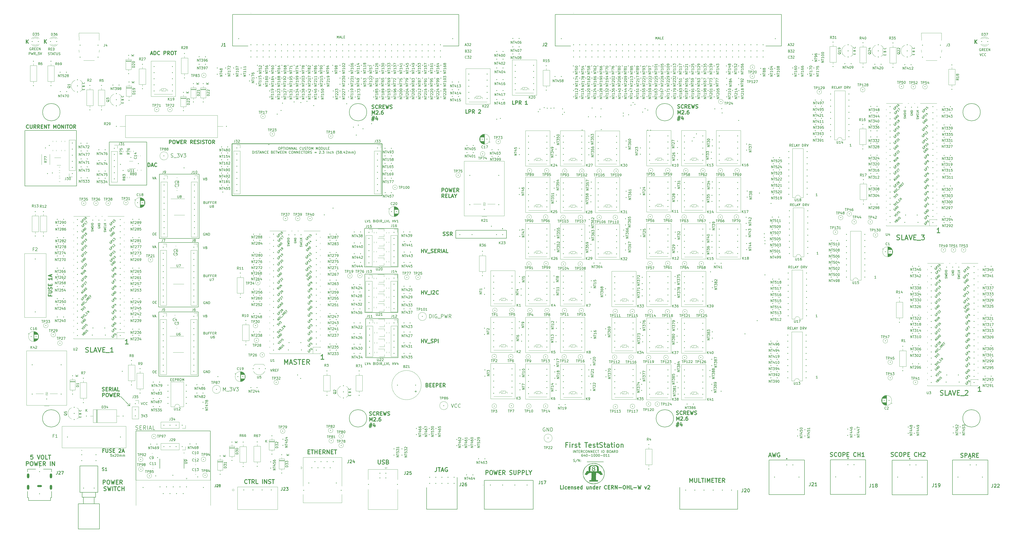
<source format=gto>
%TF.GenerationSoftware,KiCad,Pcbnew,7.0.5*%
%TF.CreationDate,2024-12-02T15:45:01-05:00*%
%TF.ProjectId,Interconnect,496e7465-7263-46f6-9e6e-6563742e6b69,1.1*%
%TF.SameCoordinates,Original*%
%TF.FileFunction,Legend,Top*%
%TF.FilePolarity,Positive*%
%FSLAX46Y46*%
G04 Gerber Fmt 4.6, Leading zero omitted, Abs format (unit mm)*
G04 Created by KiCad (PCBNEW 7.0.5) date 2024-12-02 15:45:01*
%MOMM*%
%LPD*%
G01*
G04 APERTURE LIST*
%ADD10C,0.150000*%
%ADD11C,0.254000*%
%ADD12C,0.300000*%
%ADD13C,0.200000*%
%ADD14C,0.280000*%
%ADD15C,0.250000*%
%ADD16C,0.280416*%
%ADD17C,0.120000*%
%ADD18C,0.100000*%
%ADD19C,0.127000*%
%ADD20C,0.076200*%
%ADD21C,0.240000*%
%ADD22C,0.350000*%
%ADD23O,2.005555X0.800000*%
%ADD24O,1.000000X2.000000*%
G04 APERTURE END LIST*
D10*
X148471647Y-174169944D02*
X148471647Y-173919944D01*
X148890695Y-173812801D02*
X148890695Y-174169944D01*
X148890695Y-174169944D02*
X148090695Y-174169944D01*
X148090695Y-174169944D02*
X148090695Y-173812801D01*
X148471647Y-172669944D02*
X148509742Y-172562801D01*
X148509742Y-172562801D02*
X148547838Y-172527087D01*
X148547838Y-172527087D02*
X148624028Y-172491373D01*
X148624028Y-172491373D02*
X148738314Y-172491373D01*
X148738314Y-172491373D02*
X148814504Y-172527087D01*
X148814504Y-172527087D02*
X148852600Y-172562801D01*
X148852600Y-172562801D02*
X148890695Y-172634230D01*
X148890695Y-172634230D02*
X148890695Y-172919944D01*
X148890695Y-172919944D02*
X148090695Y-172919944D01*
X148090695Y-172919944D02*
X148090695Y-172669944D01*
X148090695Y-172669944D02*
X148128790Y-172598516D01*
X148128790Y-172598516D02*
X148166885Y-172562801D01*
X148166885Y-172562801D02*
X148243076Y-172527087D01*
X148243076Y-172527087D02*
X148319266Y-172527087D01*
X148319266Y-172527087D02*
X148395457Y-172562801D01*
X148395457Y-172562801D02*
X148433552Y-172598516D01*
X148433552Y-172598516D02*
X148471647Y-172669944D01*
X148471647Y-172669944D02*
X148471647Y-172919944D01*
X148814504Y-171169944D02*
X148852600Y-171205658D01*
X148852600Y-171205658D02*
X148890695Y-171312801D01*
X148890695Y-171312801D02*
X148890695Y-171384229D01*
X148890695Y-171384229D02*
X148852600Y-171491372D01*
X148852600Y-171491372D02*
X148776409Y-171562801D01*
X148776409Y-171562801D02*
X148700219Y-171598515D01*
X148700219Y-171598515D02*
X148547838Y-171634229D01*
X148547838Y-171634229D02*
X148433552Y-171634229D01*
X148433552Y-171634229D02*
X148281171Y-171598515D01*
X148281171Y-171598515D02*
X148204980Y-171562801D01*
X148204980Y-171562801D02*
X148128790Y-171491372D01*
X148128790Y-171491372D02*
X148090695Y-171384229D01*
X148090695Y-171384229D02*
X148090695Y-171312801D01*
X148090695Y-171312801D02*
X148128790Y-171205658D01*
X148128790Y-171205658D02*
X148166885Y-171169944D01*
X168549278Y-142149880D02*
X155087278Y-142149880D01*
X168549278Y-158405880D02*
X168549278Y-142149880D01*
X154800778Y-123607880D02*
X154800778Y-139609880D01*
D11*
X99533000Y-69299135D02*
X161873000Y-69299135D01*
X161873000Y-90879135D01*
X99533000Y-90879135D01*
X99533000Y-69299135D01*
D10*
X59720000Y-209360000D02*
X59654500Y-188880000D01*
X90666000Y-209367669D02*
X90630000Y-188880000D01*
X48615600Y-68607535D02*
X64211200Y-68607535D01*
X64211200Y-86539935D01*
X48615600Y-86539935D01*
X48615600Y-68607535D01*
X13589000Y-63806935D02*
X34899600Y-63806935D01*
X154636522Y-104586135D02*
X154636522Y-120588135D01*
X154636522Y-120588135D02*
X168606522Y-120588135D01*
X53213000Y-174447200D02*
X57175400Y-178409600D01*
X69138800Y-139295735D02*
X85598000Y-139295735D01*
X85598000Y-166067335D01*
X69138800Y-166067335D01*
X69138800Y-139295735D01*
X168516778Y-123607880D02*
X154800778Y-123607880D01*
X168606522Y-120588135D02*
X168606522Y-104586135D01*
X168516778Y-139609880D02*
X168516778Y-123607880D01*
X168606522Y-104586135D02*
X154636522Y-104586135D01*
X155087278Y-142149880D02*
X155087278Y-158405880D01*
X410382500Y-183625135D02*
G75*
G03*
X410382500Y-183625135I-3619500J0D01*
G01*
X69443600Y-82018735D02*
X85902800Y-82018735D01*
X85902800Y-108790335D01*
X69443600Y-108790335D01*
X69443600Y-82018735D01*
X13512800Y-86844735D02*
X13512800Y-63806935D01*
X155562300Y-56207335D02*
G75*
G03*
X155562300Y-56207335I-3619500J0D01*
G01*
X56108600Y-178384200D02*
X57175400Y-178384200D01*
X154800778Y-139609880D02*
X168516778Y-139609880D01*
X69113400Y-110492135D02*
X85572600Y-110492135D01*
X85572600Y-137263735D01*
X69113400Y-137263735D01*
X69113400Y-110492135D01*
X28112500Y-183625135D02*
G75*
G03*
X28112500Y-183625135I-3619500J0D01*
G01*
X155087278Y-158405880D02*
X168549278Y-158405880D01*
X90585500Y-188880000D02*
X59654500Y-188880000D01*
X282972500Y-56207335D02*
G75*
G03*
X282972500Y-56207335I-3619500J0D01*
G01*
X410441500Y-56207335D02*
G75*
G03*
X410441500Y-56207335I-3619500J0D01*
G01*
X28162500Y-56207335D02*
G75*
G03*
X28162500Y-56207335I-3619500J0D01*
G01*
X34961600Y-86933535D02*
X13538200Y-86933535D01*
X57175400Y-177342800D02*
X57175400Y-178409600D01*
X57175400Y-178409600D02*
X57175400Y-177342800D01*
X34987000Y-63819535D02*
X35037800Y-86882735D01*
X283002500Y-183625135D02*
G75*
G03*
X283002500Y-183625135I-3619500J0D01*
G01*
X155562300Y-183625135D02*
G75*
G03*
X155562300Y-183625135I-3619500J0D01*
G01*
X159518579Y-120993019D02*
X159518579Y-121802542D01*
X159518579Y-121802542D02*
X159566198Y-121897780D01*
X159566198Y-121897780D02*
X159613817Y-121945400D01*
X159613817Y-121945400D02*
X159709055Y-121993019D01*
X159709055Y-121993019D02*
X159899531Y-121993019D01*
X159899531Y-121993019D02*
X159994769Y-121945400D01*
X159994769Y-121945400D02*
X160042388Y-121897780D01*
X160042388Y-121897780D02*
X160090007Y-121802542D01*
X160090007Y-121802542D02*
X160090007Y-120993019D01*
X160518579Y-121088257D02*
X160566198Y-121040638D01*
X160566198Y-121040638D02*
X160661436Y-120993019D01*
X160661436Y-120993019D02*
X160899531Y-120993019D01*
X160899531Y-120993019D02*
X160994769Y-121040638D01*
X160994769Y-121040638D02*
X161042388Y-121088257D01*
X161042388Y-121088257D02*
X161090007Y-121183495D01*
X161090007Y-121183495D02*
X161090007Y-121278733D01*
X161090007Y-121278733D02*
X161042388Y-121421590D01*
X161042388Y-121421590D02*
X160470960Y-121993019D01*
X160470960Y-121993019D02*
X161090007Y-121993019D01*
X161709055Y-120993019D02*
X161804293Y-120993019D01*
X161804293Y-120993019D02*
X161899531Y-121040638D01*
X161899531Y-121040638D02*
X161947150Y-121088257D01*
X161947150Y-121088257D02*
X161994769Y-121183495D01*
X161994769Y-121183495D02*
X162042388Y-121373971D01*
X162042388Y-121373971D02*
X162042388Y-121612066D01*
X162042388Y-121612066D02*
X161994769Y-121802542D01*
X161994769Y-121802542D02*
X161947150Y-121897780D01*
X161947150Y-121897780D02*
X161899531Y-121945400D01*
X161899531Y-121945400D02*
X161804293Y-121993019D01*
X161804293Y-121993019D02*
X161709055Y-121993019D01*
X161709055Y-121993019D02*
X161613817Y-121945400D01*
X161613817Y-121945400D02*
X161566198Y-121897780D01*
X161566198Y-121897780D02*
X161518579Y-121802542D01*
X161518579Y-121802542D02*
X161470960Y-121612066D01*
X161470960Y-121612066D02*
X161470960Y-121373971D01*
X161470960Y-121373971D02*
X161518579Y-121183495D01*
X161518579Y-121183495D02*
X161566198Y-121088257D01*
X161566198Y-121088257D02*
X161613817Y-121040638D01*
X161613817Y-121040638D02*
X161709055Y-120993019D01*
D12*
X178329110Y-131982428D02*
X178329110Y-130482428D01*
X178329110Y-131196714D02*
X179186253Y-131196714D01*
X179186253Y-131982428D02*
X179186253Y-130482428D01*
X179686254Y-130482428D02*
X180186254Y-131982428D01*
X180186254Y-131982428D02*
X180686254Y-130482428D01*
X180829111Y-132125285D02*
X181971968Y-132125285D01*
X182329110Y-131982428D02*
X182329110Y-130482428D01*
X182971968Y-130625285D02*
X183043396Y-130553857D01*
X183043396Y-130553857D02*
X183186254Y-130482428D01*
X183186254Y-130482428D02*
X183543396Y-130482428D01*
X183543396Y-130482428D02*
X183686254Y-130553857D01*
X183686254Y-130553857D02*
X183757682Y-130625285D01*
X183757682Y-130625285D02*
X183829111Y-130768142D01*
X183829111Y-130768142D02*
X183829111Y-130911000D01*
X183829111Y-130911000D02*
X183757682Y-131125285D01*
X183757682Y-131125285D02*
X182900539Y-131982428D01*
X182900539Y-131982428D02*
X183829111Y-131982428D01*
X185329110Y-131839571D02*
X185257682Y-131911000D01*
X185257682Y-131911000D02*
X185043396Y-131982428D01*
X185043396Y-131982428D02*
X184900539Y-131982428D01*
X184900539Y-131982428D02*
X184686253Y-131911000D01*
X184686253Y-131911000D02*
X184543396Y-131768142D01*
X184543396Y-131768142D02*
X184471967Y-131625285D01*
X184471967Y-131625285D02*
X184400539Y-131339571D01*
X184400539Y-131339571D02*
X184400539Y-131125285D01*
X184400539Y-131125285D02*
X184471967Y-130839571D01*
X184471967Y-130839571D02*
X184543396Y-130696714D01*
X184543396Y-130696714D02*
X184686253Y-130553857D01*
X184686253Y-130553857D02*
X184900539Y-130482428D01*
X184900539Y-130482428D02*
X185043396Y-130482428D01*
X185043396Y-130482428D02*
X185257682Y-130553857D01*
X185257682Y-130553857D02*
X185329110Y-130625285D01*
X408148310Y-27664628D02*
X408148310Y-26164628D01*
X409005453Y-27664628D02*
X408362596Y-26807485D01*
X409005453Y-26164628D02*
X408148310Y-27021771D01*
D13*
X190647435Y-177630028D02*
X191147435Y-179130028D01*
X191147435Y-179130028D02*
X191647435Y-177630028D01*
X193004577Y-178987171D02*
X192933149Y-179058600D01*
X192933149Y-179058600D02*
X192718863Y-179130028D01*
X192718863Y-179130028D02*
X192576006Y-179130028D01*
X192576006Y-179130028D02*
X192361720Y-179058600D01*
X192361720Y-179058600D02*
X192218863Y-178915742D01*
X192218863Y-178915742D02*
X192147434Y-178772885D01*
X192147434Y-178772885D02*
X192076006Y-178487171D01*
X192076006Y-178487171D02*
X192076006Y-178272885D01*
X192076006Y-178272885D02*
X192147434Y-177987171D01*
X192147434Y-177987171D02*
X192218863Y-177844314D01*
X192218863Y-177844314D02*
X192361720Y-177701457D01*
X192361720Y-177701457D02*
X192576006Y-177630028D01*
X192576006Y-177630028D02*
X192718863Y-177630028D01*
X192718863Y-177630028D02*
X192933149Y-177701457D01*
X192933149Y-177701457D02*
X193004577Y-177772885D01*
X194504577Y-178987171D02*
X194433149Y-179058600D01*
X194433149Y-179058600D02*
X194218863Y-179130028D01*
X194218863Y-179130028D02*
X194076006Y-179130028D01*
X194076006Y-179130028D02*
X193861720Y-179058600D01*
X193861720Y-179058600D02*
X193718863Y-178915742D01*
X193718863Y-178915742D02*
X193647434Y-178772885D01*
X193647434Y-178772885D02*
X193576006Y-178487171D01*
X193576006Y-178487171D02*
X193576006Y-178272885D01*
X193576006Y-178272885D02*
X193647434Y-177987171D01*
X193647434Y-177987171D02*
X193718863Y-177844314D01*
X193718863Y-177844314D02*
X193861720Y-177701457D01*
X193861720Y-177701457D02*
X194076006Y-177630028D01*
X194076006Y-177630028D02*
X194218863Y-177630028D01*
X194218863Y-177630028D02*
X194433149Y-177701457D01*
X194433149Y-177701457D02*
X194504577Y-177772885D01*
D10*
X356841588Y-70431019D02*
X356270160Y-70431019D01*
X356555874Y-70431019D02*
X356555874Y-69431019D01*
X356555874Y-69431019D02*
X356460636Y-69573876D01*
X356460636Y-69573876D02*
X356365398Y-69669114D01*
X356365398Y-69669114D02*
X356270160Y-69716733D01*
D13*
X229620435Y-187582057D02*
X229477578Y-187510628D01*
X229477578Y-187510628D02*
X229263292Y-187510628D01*
X229263292Y-187510628D02*
X229049006Y-187582057D01*
X229049006Y-187582057D02*
X228906149Y-187724914D01*
X228906149Y-187724914D02*
X228834720Y-187867771D01*
X228834720Y-187867771D02*
X228763292Y-188153485D01*
X228763292Y-188153485D02*
X228763292Y-188367771D01*
X228763292Y-188367771D02*
X228834720Y-188653485D01*
X228834720Y-188653485D02*
X228906149Y-188796342D01*
X228906149Y-188796342D02*
X229049006Y-188939200D01*
X229049006Y-188939200D02*
X229263292Y-189010628D01*
X229263292Y-189010628D02*
X229406149Y-189010628D01*
X229406149Y-189010628D02*
X229620435Y-188939200D01*
X229620435Y-188939200D02*
X229691863Y-188867771D01*
X229691863Y-188867771D02*
X229691863Y-188367771D01*
X229691863Y-188367771D02*
X229406149Y-188367771D01*
X230334720Y-189010628D02*
X230334720Y-187510628D01*
X230334720Y-187510628D02*
X231191863Y-189010628D01*
X231191863Y-189010628D02*
X231191863Y-187510628D01*
X231906149Y-189010628D02*
X231906149Y-187510628D01*
X231906149Y-187510628D02*
X232263292Y-187510628D01*
X232263292Y-187510628D02*
X232477578Y-187582057D01*
X232477578Y-187582057D02*
X232620435Y-187724914D01*
X232620435Y-187724914D02*
X232691864Y-187867771D01*
X232691864Y-187867771D02*
X232763292Y-188153485D01*
X232763292Y-188153485D02*
X232763292Y-188367771D01*
X232763292Y-188367771D02*
X232691864Y-188653485D01*
X232691864Y-188653485D02*
X232620435Y-188796342D01*
X232620435Y-188796342D02*
X232477578Y-188939200D01*
X232477578Y-188939200D02*
X232263292Y-189010628D01*
X232263292Y-189010628D02*
X231906149Y-189010628D01*
D12*
X184579667Y-204099653D02*
X184579667Y-205313939D01*
X184579667Y-205313939D02*
X184498714Y-205556796D01*
X184498714Y-205556796D02*
X184336810Y-205718701D01*
X184336810Y-205718701D02*
X184093952Y-205799653D01*
X184093952Y-205799653D02*
X183932048Y-205799653D01*
X185146333Y-204099653D02*
X186117762Y-204099653D01*
X185632048Y-205799653D02*
X185632048Y-204099653D01*
X186603476Y-205313939D02*
X187413000Y-205313939D01*
X186441571Y-205799653D02*
X187008238Y-204099653D01*
X187008238Y-204099653D02*
X187574905Y-205799653D01*
X189032048Y-204180605D02*
X188870143Y-204099653D01*
X188870143Y-204099653D02*
X188627286Y-204099653D01*
X188627286Y-204099653D02*
X188384429Y-204180605D01*
X188384429Y-204180605D02*
X188222524Y-204342510D01*
X188222524Y-204342510D02*
X188141571Y-204504415D01*
X188141571Y-204504415D02*
X188060619Y-204828224D01*
X188060619Y-204828224D02*
X188060619Y-205071081D01*
X188060619Y-205071081D02*
X188141571Y-205394891D01*
X188141571Y-205394891D02*
X188222524Y-205556796D01*
X188222524Y-205556796D02*
X188384429Y-205718701D01*
X188384429Y-205718701D02*
X188627286Y-205799653D01*
X188627286Y-205799653D02*
X188789190Y-205799653D01*
X188789190Y-205799653D02*
X189032048Y-205718701D01*
X189032048Y-205718701D02*
X189113000Y-205637748D01*
X189113000Y-205637748D02*
X189113000Y-205071081D01*
X189113000Y-205071081D02*
X188789190Y-205071081D01*
D10*
X61884086Y-182080819D02*
X62503133Y-182080819D01*
X62503133Y-182080819D02*
X62169800Y-182461771D01*
X62169800Y-182461771D02*
X62312657Y-182461771D01*
X62312657Y-182461771D02*
X62407895Y-182509390D01*
X62407895Y-182509390D02*
X62455514Y-182557009D01*
X62455514Y-182557009D02*
X62503133Y-182652247D01*
X62503133Y-182652247D02*
X62503133Y-182890342D01*
X62503133Y-182890342D02*
X62455514Y-182985580D01*
X62455514Y-182985580D02*
X62407895Y-183033200D01*
X62407895Y-183033200D02*
X62312657Y-183080819D01*
X62312657Y-183080819D02*
X62026943Y-183080819D01*
X62026943Y-183080819D02*
X61931705Y-183033200D01*
X61931705Y-183033200D02*
X61884086Y-182985580D01*
X62788848Y-182080819D02*
X63122181Y-183080819D01*
X63122181Y-183080819D02*
X63455514Y-182080819D01*
X63693610Y-182080819D02*
X64312657Y-182080819D01*
X64312657Y-182080819D02*
X63979324Y-182461771D01*
X63979324Y-182461771D02*
X64122181Y-182461771D01*
X64122181Y-182461771D02*
X64217419Y-182509390D01*
X64217419Y-182509390D02*
X64265038Y-182557009D01*
X64265038Y-182557009D02*
X64312657Y-182652247D01*
X64312657Y-182652247D02*
X64312657Y-182890342D01*
X64312657Y-182890342D02*
X64265038Y-182985580D01*
X64265038Y-182985580D02*
X64217419Y-183033200D01*
X64217419Y-183033200D02*
X64122181Y-183080819D01*
X64122181Y-183080819D02*
X63836467Y-183080819D01*
X63836467Y-183080819D02*
X63741229Y-183033200D01*
X63741229Y-183033200D02*
X63693610Y-182985580D01*
D12*
X56458177Y-152723838D02*
X55315320Y-152723838D01*
X55886748Y-152723838D02*
X55886748Y-150723838D01*
X55886748Y-150723838D02*
X55696272Y-151009552D01*
X55696272Y-151009552D02*
X55505796Y-151200028D01*
X55505796Y-151200028D02*
X55315320Y-151295266D01*
X157734482Y-54640200D02*
X157948768Y-54711628D01*
X157948768Y-54711628D02*
X158305910Y-54711628D01*
X158305910Y-54711628D02*
X158448768Y-54640200D01*
X158448768Y-54640200D02*
X158520196Y-54568771D01*
X158520196Y-54568771D02*
X158591625Y-54425914D01*
X158591625Y-54425914D02*
X158591625Y-54283057D01*
X158591625Y-54283057D02*
X158520196Y-54140200D01*
X158520196Y-54140200D02*
X158448768Y-54068771D01*
X158448768Y-54068771D02*
X158305910Y-53997342D01*
X158305910Y-53997342D02*
X158020196Y-53925914D01*
X158020196Y-53925914D02*
X157877339Y-53854485D01*
X157877339Y-53854485D02*
X157805910Y-53783057D01*
X157805910Y-53783057D02*
X157734482Y-53640200D01*
X157734482Y-53640200D02*
X157734482Y-53497342D01*
X157734482Y-53497342D02*
X157805910Y-53354485D01*
X157805910Y-53354485D02*
X157877339Y-53283057D01*
X157877339Y-53283057D02*
X158020196Y-53211628D01*
X158020196Y-53211628D02*
X158377339Y-53211628D01*
X158377339Y-53211628D02*
X158591625Y-53283057D01*
X160091624Y-54568771D02*
X160020196Y-54640200D01*
X160020196Y-54640200D02*
X159805910Y-54711628D01*
X159805910Y-54711628D02*
X159663053Y-54711628D01*
X159663053Y-54711628D02*
X159448767Y-54640200D01*
X159448767Y-54640200D02*
X159305910Y-54497342D01*
X159305910Y-54497342D02*
X159234481Y-54354485D01*
X159234481Y-54354485D02*
X159163053Y-54068771D01*
X159163053Y-54068771D02*
X159163053Y-53854485D01*
X159163053Y-53854485D02*
X159234481Y-53568771D01*
X159234481Y-53568771D02*
X159305910Y-53425914D01*
X159305910Y-53425914D02*
X159448767Y-53283057D01*
X159448767Y-53283057D02*
X159663053Y-53211628D01*
X159663053Y-53211628D02*
X159805910Y-53211628D01*
X159805910Y-53211628D02*
X160020196Y-53283057D01*
X160020196Y-53283057D02*
X160091624Y-53354485D01*
X161591624Y-54711628D02*
X161091624Y-53997342D01*
X160734481Y-54711628D02*
X160734481Y-53211628D01*
X160734481Y-53211628D02*
X161305910Y-53211628D01*
X161305910Y-53211628D02*
X161448767Y-53283057D01*
X161448767Y-53283057D02*
X161520196Y-53354485D01*
X161520196Y-53354485D02*
X161591624Y-53497342D01*
X161591624Y-53497342D02*
X161591624Y-53711628D01*
X161591624Y-53711628D02*
X161520196Y-53854485D01*
X161520196Y-53854485D02*
X161448767Y-53925914D01*
X161448767Y-53925914D02*
X161305910Y-53997342D01*
X161305910Y-53997342D02*
X160734481Y-53997342D01*
X162234481Y-53925914D02*
X162734481Y-53925914D01*
X162948767Y-54711628D02*
X162234481Y-54711628D01*
X162234481Y-54711628D02*
X162234481Y-53211628D01*
X162234481Y-53211628D02*
X162948767Y-53211628D01*
X163448767Y-53211628D02*
X163805910Y-54711628D01*
X163805910Y-54711628D02*
X164091624Y-53640200D01*
X164091624Y-53640200D02*
X164377339Y-54711628D01*
X164377339Y-54711628D02*
X164734482Y-53211628D01*
X165234482Y-54640200D02*
X165448768Y-54711628D01*
X165448768Y-54711628D02*
X165805910Y-54711628D01*
X165805910Y-54711628D02*
X165948768Y-54640200D01*
X165948768Y-54640200D02*
X166020196Y-54568771D01*
X166020196Y-54568771D02*
X166091625Y-54425914D01*
X166091625Y-54425914D02*
X166091625Y-54283057D01*
X166091625Y-54283057D02*
X166020196Y-54140200D01*
X166020196Y-54140200D02*
X165948768Y-54068771D01*
X165948768Y-54068771D02*
X165805910Y-53997342D01*
X165805910Y-53997342D02*
X165520196Y-53925914D01*
X165520196Y-53925914D02*
X165377339Y-53854485D01*
X165377339Y-53854485D02*
X165305910Y-53783057D01*
X165305910Y-53783057D02*
X165234482Y-53640200D01*
X165234482Y-53640200D02*
X165234482Y-53497342D01*
X165234482Y-53497342D02*
X165305910Y-53354485D01*
X165305910Y-53354485D02*
X165377339Y-53283057D01*
X165377339Y-53283057D02*
X165520196Y-53211628D01*
X165520196Y-53211628D02*
X165877339Y-53211628D01*
X165877339Y-53211628D02*
X166091625Y-53283057D01*
X157805910Y-57126628D02*
X157805910Y-55626628D01*
X157805910Y-55626628D02*
X158305910Y-56698057D01*
X158305910Y-56698057D02*
X158805910Y-55626628D01*
X158805910Y-55626628D02*
X158805910Y-57126628D01*
X159448768Y-55769485D02*
X159520196Y-55698057D01*
X159520196Y-55698057D02*
X159663054Y-55626628D01*
X159663054Y-55626628D02*
X160020196Y-55626628D01*
X160020196Y-55626628D02*
X160163054Y-55698057D01*
X160163054Y-55698057D02*
X160234482Y-55769485D01*
X160234482Y-55769485D02*
X160305911Y-55912342D01*
X160305911Y-55912342D02*
X160305911Y-56055200D01*
X160305911Y-56055200D02*
X160234482Y-56269485D01*
X160234482Y-56269485D02*
X159377339Y-57126628D01*
X159377339Y-57126628D02*
X160305911Y-57126628D01*
X160948767Y-56983771D02*
X161020196Y-57055200D01*
X161020196Y-57055200D02*
X160948767Y-57126628D01*
X160948767Y-57126628D02*
X160877339Y-57055200D01*
X160877339Y-57055200D02*
X160948767Y-56983771D01*
X160948767Y-56983771D02*
X160948767Y-57126628D01*
X162305911Y-55626628D02*
X162020196Y-55626628D01*
X162020196Y-55626628D02*
X161877339Y-55698057D01*
X161877339Y-55698057D02*
X161805911Y-55769485D01*
X161805911Y-55769485D02*
X161663053Y-55983771D01*
X161663053Y-55983771D02*
X161591625Y-56269485D01*
X161591625Y-56269485D02*
X161591625Y-56840914D01*
X161591625Y-56840914D02*
X161663053Y-56983771D01*
X161663053Y-56983771D02*
X161734482Y-57055200D01*
X161734482Y-57055200D02*
X161877339Y-57126628D01*
X161877339Y-57126628D02*
X162163053Y-57126628D01*
X162163053Y-57126628D02*
X162305911Y-57055200D01*
X162305911Y-57055200D02*
X162377339Y-56983771D01*
X162377339Y-56983771D02*
X162448768Y-56840914D01*
X162448768Y-56840914D02*
X162448768Y-56483771D01*
X162448768Y-56483771D02*
X162377339Y-56340914D01*
X162377339Y-56340914D02*
X162305911Y-56269485D01*
X162305911Y-56269485D02*
X162163053Y-56198057D01*
X162163053Y-56198057D02*
X161877339Y-56198057D01*
X161877339Y-56198057D02*
X161734482Y-56269485D01*
X161734482Y-56269485D02*
X161663053Y-56340914D01*
X161663053Y-56340914D02*
X161591625Y-56483771D01*
X157734482Y-58541628D02*
X158805910Y-58541628D01*
X158163053Y-57898771D02*
X157734482Y-59827342D01*
X158663053Y-59184485D02*
X157591625Y-59184485D01*
X158234482Y-59827342D02*
X158663053Y-57898771D01*
X159948768Y-58541628D02*
X159948768Y-59541628D01*
X159591625Y-57970200D02*
X159234482Y-59041628D01*
X159234482Y-59041628D02*
X160163053Y-59041628D01*
D10*
X410175322Y-31788219D02*
X410508655Y-32788219D01*
X410508655Y-32788219D02*
X410841988Y-31788219D01*
X411746750Y-32692980D02*
X411699131Y-32740600D01*
X411699131Y-32740600D02*
X411556274Y-32788219D01*
X411556274Y-32788219D02*
X411461036Y-32788219D01*
X411461036Y-32788219D02*
X411318179Y-32740600D01*
X411318179Y-32740600D02*
X411222941Y-32645361D01*
X411222941Y-32645361D02*
X411175322Y-32550123D01*
X411175322Y-32550123D02*
X411127703Y-32359647D01*
X411127703Y-32359647D02*
X411127703Y-32216790D01*
X411127703Y-32216790D02*
X411175322Y-32026314D01*
X411175322Y-32026314D02*
X411222941Y-31931076D01*
X411222941Y-31931076D02*
X411318179Y-31835838D01*
X411318179Y-31835838D02*
X411461036Y-31788219D01*
X411461036Y-31788219D02*
X411556274Y-31788219D01*
X411556274Y-31788219D02*
X411699131Y-31835838D01*
X411699131Y-31835838D02*
X411746750Y-31883457D01*
X412746750Y-32692980D02*
X412699131Y-32740600D01*
X412699131Y-32740600D02*
X412556274Y-32788219D01*
X412556274Y-32788219D02*
X412461036Y-32788219D01*
X412461036Y-32788219D02*
X412318179Y-32740600D01*
X412318179Y-32740600D02*
X412222941Y-32645361D01*
X412222941Y-32645361D02*
X412175322Y-32550123D01*
X412175322Y-32550123D02*
X412127703Y-32359647D01*
X412127703Y-32359647D02*
X412127703Y-32216790D01*
X412127703Y-32216790D02*
X412175322Y-32026314D01*
X412175322Y-32026314D02*
X412222941Y-31931076D01*
X412222941Y-31931076D02*
X412318179Y-31835838D01*
X412318179Y-31835838D02*
X412461036Y-31788219D01*
X412461036Y-31788219D02*
X412556274Y-31788219D01*
X412556274Y-31788219D02*
X412699131Y-31835838D01*
X412699131Y-31835838D02*
X412746750Y-31883457D01*
D12*
X322673809Y-199185139D02*
X323483333Y-199185139D01*
X322511904Y-199670853D02*
X323078571Y-197970853D01*
X323078571Y-197970853D02*
X323645238Y-199670853D01*
X324050000Y-197970853D02*
X324454762Y-199670853D01*
X324454762Y-199670853D02*
X324778571Y-198456567D01*
X324778571Y-198456567D02*
X325102381Y-199670853D01*
X325102381Y-199670853D02*
X325507143Y-197970853D01*
X327045238Y-198051805D02*
X326883333Y-197970853D01*
X326883333Y-197970853D02*
X326640476Y-197970853D01*
X326640476Y-197970853D02*
X326397619Y-198051805D01*
X326397619Y-198051805D02*
X326235714Y-198213710D01*
X326235714Y-198213710D02*
X326154761Y-198375615D01*
X326154761Y-198375615D02*
X326073809Y-198699424D01*
X326073809Y-198699424D02*
X326073809Y-198942281D01*
X326073809Y-198942281D02*
X326154761Y-199266091D01*
X326154761Y-199266091D02*
X326235714Y-199427996D01*
X326235714Y-199427996D02*
X326397619Y-199589901D01*
X326397619Y-199589901D02*
X326640476Y-199670853D01*
X326640476Y-199670853D02*
X326802380Y-199670853D01*
X326802380Y-199670853D02*
X327045238Y-199589901D01*
X327045238Y-199589901D02*
X327126190Y-199508948D01*
X327126190Y-199508948D02*
X327126190Y-198942281D01*
X327126190Y-198942281D02*
X326802380Y-198942281D01*
D10*
X331819407Y-70507219D02*
X331486074Y-70031028D01*
X331247979Y-70507219D02*
X331247979Y-69507219D01*
X331247979Y-69507219D02*
X331628931Y-69507219D01*
X331628931Y-69507219D02*
X331724169Y-69554838D01*
X331724169Y-69554838D02*
X331771788Y-69602457D01*
X331771788Y-69602457D02*
X331819407Y-69697695D01*
X331819407Y-69697695D02*
X331819407Y-69840552D01*
X331819407Y-69840552D02*
X331771788Y-69935790D01*
X331771788Y-69935790D02*
X331724169Y-69983409D01*
X331724169Y-69983409D02*
X331628931Y-70031028D01*
X331628931Y-70031028D02*
X331247979Y-70031028D01*
X332247979Y-69983409D02*
X332581312Y-69983409D01*
X332724169Y-70507219D02*
X332247979Y-70507219D01*
X332247979Y-70507219D02*
X332247979Y-69507219D01*
X332247979Y-69507219D02*
X332724169Y-69507219D01*
X333628931Y-70507219D02*
X333152741Y-70507219D01*
X333152741Y-70507219D02*
X333152741Y-69507219D01*
X333914646Y-70221504D02*
X334390836Y-70221504D01*
X333819408Y-70507219D02*
X334152741Y-69507219D01*
X334152741Y-69507219D02*
X334486074Y-70507219D01*
X335009884Y-70031028D02*
X335009884Y-70507219D01*
X334676551Y-69507219D02*
X335009884Y-70031028D01*
X335009884Y-70031028D02*
X335343217Y-69507219D01*
X336438456Y-70507219D02*
X336438456Y-69507219D01*
X336438456Y-69507219D02*
X336676551Y-69507219D01*
X336676551Y-69507219D02*
X336819408Y-69554838D01*
X336819408Y-69554838D02*
X336914646Y-69650076D01*
X336914646Y-69650076D02*
X336962265Y-69745314D01*
X336962265Y-69745314D02*
X337009884Y-69935790D01*
X337009884Y-69935790D02*
X337009884Y-70078647D01*
X337009884Y-70078647D02*
X336962265Y-70269123D01*
X336962265Y-70269123D02*
X336914646Y-70364361D01*
X336914646Y-70364361D02*
X336819408Y-70459600D01*
X336819408Y-70459600D02*
X336676551Y-70507219D01*
X336676551Y-70507219D02*
X336438456Y-70507219D01*
X338009884Y-70507219D02*
X337676551Y-70031028D01*
X337438456Y-70507219D02*
X337438456Y-69507219D01*
X337438456Y-69507219D02*
X337819408Y-69507219D01*
X337819408Y-69507219D02*
X337914646Y-69554838D01*
X337914646Y-69554838D02*
X337962265Y-69602457D01*
X337962265Y-69602457D02*
X338009884Y-69697695D01*
X338009884Y-69697695D02*
X338009884Y-69840552D01*
X338009884Y-69840552D02*
X337962265Y-69935790D01*
X337962265Y-69935790D02*
X337914646Y-69983409D01*
X337914646Y-69983409D02*
X337819408Y-70031028D01*
X337819408Y-70031028D02*
X337438456Y-70031028D01*
X338295599Y-69507219D02*
X338628932Y-70507219D01*
X338628932Y-70507219D02*
X338962265Y-69507219D01*
X241405542Y-201600600D02*
X241548399Y-201648219D01*
X241548399Y-201648219D02*
X241786494Y-201648219D01*
X241786494Y-201648219D02*
X241881732Y-201600600D01*
X241881732Y-201600600D02*
X241929351Y-201552980D01*
X241929351Y-201552980D02*
X241976970Y-201457742D01*
X241976970Y-201457742D02*
X241976970Y-201362504D01*
X241976970Y-201362504D02*
X241929351Y-201267266D01*
X241929351Y-201267266D02*
X241881732Y-201219647D01*
X241881732Y-201219647D02*
X241786494Y-201172028D01*
X241786494Y-201172028D02*
X241596018Y-201124409D01*
X241596018Y-201124409D02*
X241500780Y-201076790D01*
X241500780Y-201076790D02*
X241453161Y-201029171D01*
X241453161Y-201029171D02*
X241405542Y-200933933D01*
X241405542Y-200933933D02*
X241405542Y-200838695D01*
X241405542Y-200838695D02*
X241453161Y-200743457D01*
X241453161Y-200743457D02*
X241500780Y-200695838D01*
X241500780Y-200695838D02*
X241596018Y-200648219D01*
X241596018Y-200648219D02*
X241834113Y-200648219D01*
X241834113Y-200648219D02*
X241976970Y-200695838D01*
X243119827Y-200600600D02*
X242262685Y-201886314D01*
X243453161Y-201648219D02*
X243453161Y-200648219D01*
X243453161Y-200648219D02*
X244024589Y-201648219D01*
X244024589Y-201648219D02*
X244024589Y-200648219D01*
X244500780Y-201552980D02*
X244548399Y-201600600D01*
X244548399Y-201600600D02*
X244500780Y-201648219D01*
X244500780Y-201648219D02*
X244453161Y-201600600D01*
X244453161Y-201600600D02*
X244500780Y-201552980D01*
X244500780Y-201552980D02*
X244500780Y-201648219D01*
X244500780Y-201029171D02*
X244548399Y-201076790D01*
X244548399Y-201076790D02*
X244500780Y-201124409D01*
X244500780Y-201124409D02*
X244453161Y-201076790D01*
X244453161Y-201076790D02*
X244500780Y-201029171D01*
X244500780Y-201029171D02*
X244500780Y-201124409D01*
X247024590Y-201743457D02*
X247786494Y-201743457D01*
X247786495Y-201743457D02*
X248548399Y-201743457D01*
X248548400Y-201743457D02*
X249310304Y-201743457D01*
X249310305Y-201743457D02*
X250072209Y-201743457D01*
X250072210Y-201743457D02*
X250834114Y-201743457D01*
X250834115Y-201743457D02*
X251596019Y-201743457D01*
X251596020Y-201743457D02*
X252357924Y-201743457D01*
X252357925Y-201743457D02*
X253119829Y-201743457D01*
X253119830Y-201743457D02*
X253881734Y-201743457D01*
X241340905Y-197910219D02*
X241340905Y-196910219D01*
X241817095Y-197910219D02*
X241817095Y-196910219D01*
X241817095Y-196910219D02*
X242388523Y-197910219D01*
X242388523Y-197910219D02*
X242388523Y-196910219D01*
X242721857Y-196910219D02*
X243293285Y-196910219D01*
X243007571Y-197910219D02*
X243007571Y-196910219D01*
X243626619Y-197386409D02*
X243959952Y-197386409D01*
X244102809Y-197910219D02*
X243626619Y-197910219D01*
X243626619Y-197910219D02*
X243626619Y-196910219D01*
X243626619Y-196910219D02*
X244102809Y-196910219D01*
X245102809Y-197910219D02*
X244769476Y-197434028D01*
X244531381Y-197910219D02*
X244531381Y-196910219D01*
X244531381Y-196910219D02*
X244912333Y-196910219D01*
X244912333Y-196910219D02*
X245007571Y-196957838D01*
X245007571Y-196957838D02*
X245055190Y-197005457D01*
X245055190Y-197005457D02*
X245102809Y-197100695D01*
X245102809Y-197100695D02*
X245102809Y-197243552D01*
X245102809Y-197243552D02*
X245055190Y-197338790D01*
X245055190Y-197338790D02*
X245007571Y-197386409D01*
X245007571Y-197386409D02*
X244912333Y-197434028D01*
X244912333Y-197434028D02*
X244531381Y-197434028D01*
X246102809Y-197814980D02*
X246055190Y-197862600D01*
X246055190Y-197862600D02*
X245912333Y-197910219D01*
X245912333Y-197910219D02*
X245817095Y-197910219D01*
X245817095Y-197910219D02*
X245674238Y-197862600D01*
X245674238Y-197862600D02*
X245579000Y-197767361D01*
X245579000Y-197767361D02*
X245531381Y-197672123D01*
X245531381Y-197672123D02*
X245483762Y-197481647D01*
X245483762Y-197481647D02*
X245483762Y-197338790D01*
X245483762Y-197338790D02*
X245531381Y-197148314D01*
X245531381Y-197148314D02*
X245579000Y-197053076D01*
X245579000Y-197053076D02*
X245674238Y-196957838D01*
X245674238Y-196957838D02*
X245817095Y-196910219D01*
X245817095Y-196910219D02*
X245912333Y-196910219D01*
X245912333Y-196910219D02*
X246055190Y-196957838D01*
X246055190Y-196957838D02*
X246102809Y-197005457D01*
X246721857Y-196910219D02*
X246912333Y-196910219D01*
X246912333Y-196910219D02*
X247007571Y-196957838D01*
X247007571Y-196957838D02*
X247102809Y-197053076D01*
X247102809Y-197053076D02*
X247150428Y-197243552D01*
X247150428Y-197243552D02*
X247150428Y-197576885D01*
X247150428Y-197576885D02*
X247102809Y-197767361D01*
X247102809Y-197767361D02*
X247007571Y-197862600D01*
X247007571Y-197862600D02*
X246912333Y-197910219D01*
X246912333Y-197910219D02*
X246721857Y-197910219D01*
X246721857Y-197910219D02*
X246626619Y-197862600D01*
X246626619Y-197862600D02*
X246531381Y-197767361D01*
X246531381Y-197767361D02*
X246483762Y-197576885D01*
X246483762Y-197576885D02*
X246483762Y-197243552D01*
X246483762Y-197243552D02*
X246531381Y-197053076D01*
X246531381Y-197053076D02*
X246626619Y-196957838D01*
X246626619Y-196957838D02*
X246721857Y-196910219D01*
X247579000Y-197910219D02*
X247579000Y-196910219D01*
X247579000Y-196910219D02*
X248150428Y-197910219D01*
X248150428Y-197910219D02*
X248150428Y-196910219D01*
X248626619Y-197910219D02*
X248626619Y-196910219D01*
X248626619Y-196910219D02*
X249198047Y-197910219D01*
X249198047Y-197910219D02*
X249198047Y-196910219D01*
X249674238Y-197386409D02*
X250007571Y-197386409D01*
X250150428Y-197910219D02*
X249674238Y-197910219D01*
X249674238Y-197910219D02*
X249674238Y-196910219D01*
X249674238Y-196910219D02*
X250150428Y-196910219D01*
X251150428Y-197814980D02*
X251102809Y-197862600D01*
X251102809Y-197862600D02*
X250959952Y-197910219D01*
X250959952Y-197910219D02*
X250864714Y-197910219D01*
X250864714Y-197910219D02*
X250721857Y-197862600D01*
X250721857Y-197862600D02*
X250626619Y-197767361D01*
X250626619Y-197767361D02*
X250579000Y-197672123D01*
X250579000Y-197672123D02*
X250531381Y-197481647D01*
X250531381Y-197481647D02*
X250531381Y-197338790D01*
X250531381Y-197338790D02*
X250579000Y-197148314D01*
X250579000Y-197148314D02*
X250626619Y-197053076D01*
X250626619Y-197053076D02*
X250721857Y-196957838D01*
X250721857Y-196957838D02*
X250864714Y-196910219D01*
X250864714Y-196910219D02*
X250959952Y-196910219D01*
X250959952Y-196910219D02*
X251102809Y-196957838D01*
X251102809Y-196957838D02*
X251150428Y-197005457D01*
X251436143Y-196910219D02*
X252007571Y-196910219D01*
X251721857Y-197910219D02*
X251721857Y-196910219D01*
X253102810Y-197910219D02*
X253102810Y-196910219D01*
X253769476Y-196910219D02*
X253959952Y-196910219D01*
X253959952Y-196910219D02*
X254055190Y-196957838D01*
X254055190Y-196957838D02*
X254150428Y-197053076D01*
X254150428Y-197053076D02*
X254198047Y-197243552D01*
X254198047Y-197243552D02*
X254198047Y-197576885D01*
X254198047Y-197576885D02*
X254150428Y-197767361D01*
X254150428Y-197767361D02*
X254055190Y-197862600D01*
X254055190Y-197862600D02*
X253959952Y-197910219D01*
X253959952Y-197910219D02*
X253769476Y-197910219D01*
X253769476Y-197910219D02*
X253674238Y-197862600D01*
X253674238Y-197862600D02*
X253579000Y-197767361D01*
X253579000Y-197767361D02*
X253531381Y-197576885D01*
X253531381Y-197576885D02*
X253531381Y-197243552D01*
X253531381Y-197243552D02*
X253579000Y-197053076D01*
X253579000Y-197053076D02*
X253674238Y-196957838D01*
X253674238Y-196957838D02*
X253769476Y-196910219D01*
X255721857Y-197386409D02*
X255864714Y-197434028D01*
X255864714Y-197434028D02*
X255912333Y-197481647D01*
X255912333Y-197481647D02*
X255959952Y-197576885D01*
X255959952Y-197576885D02*
X255959952Y-197719742D01*
X255959952Y-197719742D02*
X255912333Y-197814980D01*
X255912333Y-197814980D02*
X255864714Y-197862600D01*
X255864714Y-197862600D02*
X255769476Y-197910219D01*
X255769476Y-197910219D02*
X255388524Y-197910219D01*
X255388524Y-197910219D02*
X255388524Y-196910219D01*
X255388524Y-196910219D02*
X255721857Y-196910219D01*
X255721857Y-196910219D02*
X255817095Y-196957838D01*
X255817095Y-196957838D02*
X255864714Y-197005457D01*
X255864714Y-197005457D02*
X255912333Y-197100695D01*
X255912333Y-197100695D02*
X255912333Y-197195933D01*
X255912333Y-197195933D02*
X255864714Y-197291171D01*
X255864714Y-197291171D02*
X255817095Y-197338790D01*
X255817095Y-197338790D02*
X255721857Y-197386409D01*
X255721857Y-197386409D02*
X255388524Y-197386409D01*
X256579000Y-196910219D02*
X256769476Y-196910219D01*
X256769476Y-196910219D02*
X256864714Y-196957838D01*
X256864714Y-196957838D02*
X256959952Y-197053076D01*
X256959952Y-197053076D02*
X257007571Y-197243552D01*
X257007571Y-197243552D02*
X257007571Y-197576885D01*
X257007571Y-197576885D02*
X256959952Y-197767361D01*
X256959952Y-197767361D02*
X256864714Y-197862600D01*
X256864714Y-197862600D02*
X256769476Y-197910219D01*
X256769476Y-197910219D02*
X256579000Y-197910219D01*
X256579000Y-197910219D02*
X256483762Y-197862600D01*
X256483762Y-197862600D02*
X256388524Y-197767361D01*
X256388524Y-197767361D02*
X256340905Y-197576885D01*
X256340905Y-197576885D02*
X256340905Y-197243552D01*
X256340905Y-197243552D02*
X256388524Y-197053076D01*
X256388524Y-197053076D02*
X256483762Y-196957838D01*
X256483762Y-196957838D02*
X256579000Y-196910219D01*
X257388524Y-197624504D02*
X257864714Y-197624504D01*
X257293286Y-197910219D02*
X257626619Y-196910219D01*
X257626619Y-196910219D02*
X257959952Y-197910219D01*
X258864714Y-197910219D02*
X258531381Y-197434028D01*
X258293286Y-197910219D02*
X258293286Y-196910219D01*
X258293286Y-196910219D02*
X258674238Y-196910219D01*
X258674238Y-196910219D02*
X258769476Y-196957838D01*
X258769476Y-196957838D02*
X258817095Y-197005457D01*
X258817095Y-197005457D02*
X258864714Y-197100695D01*
X258864714Y-197100695D02*
X258864714Y-197243552D01*
X258864714Y-197243552D02*
X258817095Y-197338790D01*
X258817095Y-197338790D02*
X258769476Y-197386409D01*
X258769476Y-197386409D02*
X258674238Y-197434028D01*
X258674238Y-197434028D02*
X258293286Y-197434028D01*
X259293286Y-197910219D02*
X259293286Y-196910219D01*
X259293286Y-196910219D02*
X259531381Y-196910219D01*
X259531381Y-196910219D02*
X259674238Y-196957838D01*
X259674238Y-196957838D02*
X259769476Y-197053076D01*
X259769476Y-197053076D02*
X259817095Y-197148314D01*
X259817095Y-197148314D02*
X259864714Y-197338790D01*
X259864714Y-197338790D02*
X259864714Y-197481647D01*
X259864714Y-197481647D02*
X259817095Y-197672123D01*
X259817095Y-197672123D02*
X259769476Y-197767361D01*
X259769476Y-197767361D02*
X259674238Y-197862600D01*
X259674238Y-197862600D02*
X259531381Y-197910219D01*
X259531381Y-197910219D02*
X259293286Y-197910219D01*
X245245666Y-198520219D02*
X245055190Y-198520219D01*
X245055190Y-198520219D02*
X244959952Y-198567838D01*
X244959952Y-198567838D02*
X244912333Y-198615457D01*
X244912333Y-198615457D02*
X244817095Y-198758314D01*
X244817095Y-198758314D02*
X244769476Y-198948790D01*
X244769476Y-198948790D02*
X244769476Y-199329742D01*
X244769476Y-199329742D02*
X244817095Y-199424980D01*
X244817095Y-199424980D02*
X244864714Y-199472600D01*
X244864714Y-199472600D02*
X244959952Y-199520219D01*
X244959952Y-199520219D02*
X245150428Y-199520219D01*
X245150428Y-199520219D02*
X245245666Y-199472600D01*
X245245666Y-199472600D02*
X245293285Y-199424980D01*
X245293285Y-199424980D02*
X245340904Y-199329742D01*
X245340904Y-199329742D02*
X245340904Y-199091647D01*
X245340904Y-199091647D02*
X245293285Y-198996409D01*
X245293285Y-198996409D02*
X245245666Y-198948790D01*
X245245666Y-198948790D02*
X245150428Y-198901171D01*
X245150428Y-198901171D02*
X244959952Y-198901171D01*
X244959952Y-198901171D02*
X244864714Y-198948790D01*
X244864714Y-198948790D02*
X244817095Y-198996409D01*
X244817095Y-198996409D02*
X244769476Y-199091647D01*
X246198047Y-198853552D02*
X246198047Y-199520219D01*
X245959952Y-198472600D02*
X245721857Y-199186885D01*
X245721857Y-199186885D02*
X246340904Y-199186885D01*
X246912333Y-198520219D02*
X247007571Y-198520219D01*
X247007571Y-198520219D02*
X247102809Y-198567838D01*
X247102809Y-198567838D02*
X247150428Y-198615457D01*
X247150428Y-198615457D02*
X247198047Y-198710695D01*
X247198047Y-198710695D02*
X247245666Y-198901171D01*
X247245666Y-198901171D02*
X247245666Y-199139266D01*
X247245666Y-199139266D02*
X247198047Y-199329742D01*
X247198047Y-199329742D02*
X247150428Y-199424980D01*
X247150428Y-199424980D02*
X247102809Y-199472600D01*
X247102809Y-199472600D02*
X247007571Y-199520219D01*
X247007571Y-199520219D02*
X246912333Y-199520219D01*
X246912333Y-199520219D02*
X246817095Y-199472600D01*
X246817095Y-199472600D02*
X246769476Y-199424980D01*
X246769476Y-199424980D02*
X246721857Y-199329742D01*
X246721857Y-199329742D02*
X246674238Y-199139266D01*
X246674238Y-199139266D02*
X246674238Y-198901171D01*
X246674238Y-198901171D02*
X246721857Y-198710695D01*
X246721857Y-198710695D02*
X246769476Y-198615457D01*
X246769476Y-198615457D02*
X246817095Y-198567838D01*
X246817095Y-198567838D02*
X246912333Y-198520219D01*
X247674238Y-199139266D02*
X248436143Y-199139266D01*
X249436142Y-199520219D02*
X248864714Y-199520219D01*
X249150428Y-199520219D02*
X249150428Y-198520219D01*
X249150428Y-198520219D02*
X249055190Y-198663076D01*
X249055190Y-198663076D02*
X248959952Y-198758314D01*
X248959952Y-198758314D02*
X248864714Y-198805933D01*
X250055190Y-198520219D02*
X250150428Y-198520219D01*
X250150428Y-198520219D02*
X250245666Y-198567838D01*
X250245666Y-198567838D02*
X250293285Y-198615457D01*
X250293285Y-198615457D02*
X250340904Y-198710695D01*
X250340904Y-198710695D02*
X250388523Y-198901171D01*
X250388523Y-198901171D02*
X250388523Y-199139266D01*
X250388523Y-199139266D02*
X250340904Y-199329742D01*
X250340904Y-199329742D02*
X250293285Y-199424980D01*
X250293285Y-199424980D02*
X250245666Y-199472600D01*
X250245666Y-199472600D02*
X250150428Y-199520219D01*
X250150428Y-199520219D02*
X250055190Y-199520219D01*
X250055190Y-199520219D02*
X249959952Y-199472600D01*
X249959952Y-199472600D02*
X249912333Y-199424980D01*
X249912333Y-199424980D02*
X249864714Y-199329742D01*
X249864714Y-199329742D02*
X249817095Y-199139266D01*
X249817095Y-199139266D02*
X249817095Y-198901171D01*
X249817095Y-198901171D02*
X249864714Y-198710695D01*
X249864714Y-198710695D02*
X249912333Y-198615457D01*
X249912333Y-198615457D02*
X249959952Y-198567838D01*
X249959952Y-198567838D02*
X250055190Y-198520219D01*
X251007571Y-198520219D02*
X251102809Y-198520219D01*
X251102809Y-198520219D02*
X251198047Y-198567838D01*
X251198047Y-198567838D02*
X251245666Y-198615457D01*
X251245666Y-198615457D02*
X251293285Y-198710695D01*
X251293285Y-198710695D02*
X251340904Y-198901171D01*
X251340904Y-198901171D02*
X251340904Y-199139266D01*
X251340904Y-199139266D02*
X251293285Y-199329742D01*
X251293285Y-199329742D02*
X251245666Y-199424980D01*
X251245666Y-199424980D02*
X251198047Y-199472600D01*
X251198047Y-199472600D02*
X251102809Y-199520219D01*
X251102809Y-199520219D02*
X251007571Y-199520219D01*
X251007571Y-199520219D02*
X250912333Y-199472600D01*
X250912333Y-199472600D02*
X250864714Y-199424980D01*
X250864714Y-199424980D02*
X250817095Y-199329742D01*
X250817095Y-199329742D02*
X250769476Y-199139266D01*
X250769476Y-199139266D02*
X250769476Y-198901171D01*
X250769476Y-198901171D02*
X250817095Y-198710695D01*
X250817095Y-198710695D02*
X250864714Y-198615457D01*
X250864714Y-198615457D02*
X250912333Y-198567838D01*
X250912333Y-198567838D02*
X251007571Y-198520219D01*
X251959952Y-198520219D02*
X252055190Y-198520219D01*
X252055190Y-198520219D02*
X252150428Y-198567838D01*
X252150428Y-198567838D02*
X252198047Y-198615457D01*
X252198047Y-198615457D02*
X252245666Y-198710695D01*
X252245666Y-198710695D02*
X252293285Y-198901171D01*
X252293285Y-198901171D02*
X252293285Y-199139266D01*
X252293285Y-199139266D02*
X252245666Y-199329742D01*
X252245666Y-199329742D02*
X252198047Y-199424980D01*
X252198047Y-199424980D02*
X252150428Y-199472600D01*
X252150428Y-199472600D02*
X252055190Y-199520219D01*
X252055190Y-199520219D02*
X251959952Y-199520219D01*
X251959952Y-199520219D02*
X251864714Y-199472600D01*
X251864714Y-199472600D02*
X251817095Y-199424980D01*
X251817095Y-199424980D02*
X251769476Y-199329742D01*
X251769476Y-199329742D02*
X251721857Y-199139266D01*
X251721857Y-199139266D02*
X251721857Y-198901171D01*
X251721857Y-198901171D02*
X251769476Y-198710695D01*
X251769476Y-198710695D02*
X251817095Y-198615457D01*
X251817095Y-198615457D02*
X251864714Y-198567838D01*
X251864714Y-198567838D02*
X251959952Y-198520219D01*
X252721857Y-199139266D02*
X253483762Y-199139266D01*
X254150428Y-198520219D02*
X254245666Y-198520219D01*
X254245666Y-198520219D02*
X254340904Y-198567838D01*
X254340904Y-198567838D02*
X254388523Y-198615457D01*
X254388523Y-198615457D02*
X254436142Y-198710695D01*
X254436142Y-198710695D02*
X254483761Y-198901171D01*
X254483761Y-198901171D02*
X254483761Y-199139266D01*
X254483761Y-199139266D02*
X254436142Y-199329742D01*
X254436142Y-199329742D02*
X254388523Y-199424980D01*
X254388523Y-199424980D02*
X254340904Y-199472600D01*
X254340904Y-199472600D02*
X254245666Y-199520219D01*
X254245666Y-199520219D02*
X254150428Y-199520219D01*
X254150428Y-199520219D02*
X254055190Y-199472600D01*
X254055190Y-199472600D02*
X254007571Y-199424980D01*
X254007571Y-199424980D02*
X253959952Y-199329742D01*
X253959952Y-199329742D02*
X253912333Y-199139266D01*
X253912333Y-199139266D02*
X253912333Y-198901171D01*
X253912333Y-198901171D02*
X253959952Y-198710695D01*
X253959952Y-198710695D02*
X254007571Y-198615457D01*
X254007571Y-198615457D02*
X254055190Y-198567838D01*
X254055190Y-198567838D02*
X254150428Y-198520219D01*
X255436142Y-199520219D02*
X254864714Y-199520219D01*
X255150428Y-199520219D02*
X255150428Y-198520219D01*
X255150428Y-198520219D02*
X255055190Y-198663076D01*
X255055190Y-198663076D02*
X254959952Y-198758314D01*
X254959952Y-198758314D02*
X254864714Y-198805933D01*
X256388523Y-199520219D02*
X255817095Y-199520219D01*
X256102809Y-199520219D02*
X256102809Y-198520219D01*
X256102809Y-198520219D02*
X256007571Y-198663076D01*
X256007571Y-198663076D02*
X255912333Y-198758314D01*
X255912333Y-198758314D02*
X255817095Y-198805933D01*
X49657169Y-198488419D02*
X49180979Y-198488419D01*
X49180979Y-198488419D02*
X49133360Y-198964609D01*
X49133360Y-198964609D02*
X49180979Y-198916990D01*
X49180979Y-198916990D02*
X49276217Y-198869371D01*
X49276217Y-198869371D02*
X49514312Y-198869371D01*
X49514312Y-198869371D02*
X49609550Y-198916990D01*
X49609550Y-198916990D02*
X49657169Y-198964609D01*
X49657169Y-198964609D02*
X49704788Y-199059847D01*
X49704788Y-199059847D02*
X49704788Y-199297942D01*
X49704788Y-199297942D02*
X49657169Y-199393180D01*
X49657169Y-199393180D02*
X49609550Y-199440800D01*
X49609550Y-199440800D02*
X49514312Y-199488419D01*
X49514312Y-199488419D02*
X49276217Y-199488419D01*
X49276217Y-199488419D02*
X49180979Y-199440800D01*
X49180979Y-199440800D02*
X49133360Y-199393180D01*
X50038122Y-199488419D02*
X50561931Y-198821752D01*
X50038122Y-198821752D02*
X50561931Y-199488419D01*
X50895265Y-198583657D02*
X50942884Y-198536038D01*
X50942884Y-198536038D02*
X51038122Y-198488419D01*
X51038122Y-198488419D02*
X51276217Y-198488419D01*
X51276217Y-198488419D02*
X51371455Y-198536038D01*
X51371455Y-198536038D02*
X51419074Y-198583657D01*
X51419074Y-198583657D02*
X51466693Y-198678895D01*
X51466693Y-198678895D02*
X51466693Y-198774133D01*
X51466693Y-198774133D02*
X51419074Y-198916990D01*
X51419074Y-198916990D02*
X50847646Y-199488419D01*
X50847646Y-199488419D02*
X51466693Y-199488419D01*
X52085741Y-198488419D02*
X52180979Y-198488419D01*
X52180979Y-198488419D02*
X52276217Y-198536038D01*
X52276217Y-198536038D02*
X52323836Y-198583657D01*
X52323836Y-198583657D02*
X52371455Y-198678895D01*
X52371455Y-198678895D02*
X52419074Y-198869371D01*
X52419074Y-198869371D02*
X52419074Y-199107466D01*
X52419074Y-199107466D02*
X52371455Y-199297942D01*
X52371455Y-199297942D02*
X52323836Y-199393180D01*
X52323836Y-199393180D02*
X52276217Y-199440800D01*
X52276217Y-199440800D02*
X52180979Y-199488419D01*
X52180979Y-199488419D02*
X52085741Y-199488419D01*
X52085741Y-199488419D02*
X51990503Y-199440800D01*
X51990503Y-199440800D02*
X51942884Y-199393180D01*
X51942884Y-199393180D02*
X51895265Y-199297942D01*
X51895265Y-199297942D02*
X51847646Y-199107466D01*
X51847646Y-199107466D02*
X51847646Y-198869371D01*
X51847646Y-198869371D02*
X51895265Y-198678895D01*
X51895265Y-198678895D02*
X51942884Y-198583657D01*
X51942884Y-198583657D02*
X51990503Y-198536038D01*
X51990503Y-198536038D02*
X52085741Y-198488419D01*
X52847646Y-199488419D02*
X52847646Y-198821752D01*
X52847646Y-198916990D02*
X52895265Y-198869371D01*
X52895265Y-198869371D02*
X52990503Y-198821752D01*
X52990503Y-198821752D02*
X53133360Y-198821752D01*
X53133360Y-198821752D02*
X53228598Y-198869371D01*
X53228598Y-198869371D02*
X53276217Y-198964609D01*
X53276217Y-198964609D02*
X53276217Y-199488419D01*
X53276217Y-198964609D02*
X53323836Y-198869371D01*
X53323836Y-198869371D02*
X53419074Y-198821752D01*
X53419074Y-198821752D02*
X53561931Y-198821752D01*
X53561931Y-198821752D02*
X53657170Y-198869371D01*
X53657170Y-198869371D02*
X53704789Y-198964609D01*
X53704789Y-198964609D02*
X53704789Y-199488419D01*
X54180979Y-199488419D02*
X54180979Y-198821752D01*
X54180979Y-198916990D02*
X54228598Y-198869371D01*
X54228598Y-198869371D02*
X54323836Y-198821752D01*
X54323836Y-198821752D02*
X54466693Y-198821752D01*
X54466693Y-198821752D02*
X54561931Y-198869371D01*
X54561931Y-198869371D02*
X54609550Y-198964609D01*
X54609550Y-198964609D02*
X54609550Y-199488419D01*
X54609550Y-198964609D02*
X54657169Y-198869371D01*
X54657169Y-198869371D02*
X54752407Y-198821752D01*
X54752407Y-198821752D02*
X54895264Y-198821752D01*
X54895264Y-198821752D02*
X54990503Y-198869371D01*
X54990503Y-198869371D02*
X55038122Y-198964609D01*
X55038122Y-198964609D02*
X55038122Y-199488419D01*
D12*
X393617777Y-106394238D02*
X392474920Y-106394238D01*
X393046348Y-106394238D02*
X393046348Y-104394238D01*
X393046348Y-104394238D02*
X392855872Y-104679952D01*
X392855872Y-104679952D02*
X392665396Y-104870428D01*
X392665396Y-104870428D02*
X392474920Y-104965666D01*
X16832381Y-198902353D02*
X16022857Y-198902353D01*
X16022857Y-198902353D02*
X15941905Y-199711877D01*
X15941905Y-199711877D02*
X16022857Y-199630924D01*
X16022857Y-199630924D02*
X16184762Y-199549972D01*
X16184762Y-199549972D02*
X16589524Y-199549972D01*
X16589524Y-199549972D02*
X16751429Y-199630924D01*
X16751429Y-199630924D02*
X16832381Y-199711877D01*
X16832381Y-199711877D02*
X16913334Y-199873781D01*
X16913334Y-199873781D02*
X16913334Y-200278543D01*
X16913334Y-200278543D02*
X16832381Y-200440448D01*
X16832381Y-200440448D02*
X16751429Y-200521401D01*
X16751429Y-200521401D02*
X16589524Y-200602353D01*
X16589524Y-200602353D02*
X16184762Y-200602353D01*
X16184762Y-200602353D02*
X16022857Y-200521401D01*
X16022857Y-200521401D02*
X15941905Y-200440448D01*
X18694286Y-198902353D02*
X19260953Y-200602353D01*
X19260953Y-200602353D02*
X19827620Y-198902353D01*
X20718096Y-198902353D02*
X21041905Y-198902353D01*
X21041905Y-198902353D02*
X21203810Y-198983305D01*
X21203810Y-198983305D02*
X21365715Y-199145210D01*
X21365715Y-199145210D02*
X21446667Y-199469020D01*
X21446667Y-199469020D02*
X21446667Y-200035686D01*
X21446667Y-200035686D02*
X21365715Y-200359496D01*
X21365715Y-200359496D02*
X21203810Y-200521401D01*
X21203810Y-200521401D02*
X21041905Y-200602353D01*
X21041905Y-200602353D02*
X20718096Y-200602353D01*
X20718096Y-200602353D02*
X20556191Y-200521401D01*
X20556191Y-200521401D02*
X20394286Y-200359496D01*
X20394286Y-200359496D02*
X20313334Y-200035686D01*
X20313334Y-200035686D02*
X20313334Y-199469020D01*
X20313334Y-199469020D02*
X20394286Y-199145210D01*
X20394286Y-199145210D02*
X20556191Y-198983305D01*
X20556191Y-198983305D02*
X20718096Y-198902353D01*
X22984762Y-200602353D02*
X22175238Y-200602353D01*
X22175238Y-200602353D02*
X22175238Y-198902353D01*
X23308571Y-198902353D02*
X24280000Y-198902353D01*
X23794286Y-200602353D02*
X23794286Y-198902353D01*
X14160952Y-203339353D02*
X14160952Y-201639353D01*
X14160952Y-201639353D02*
X14808571Y-201639353D01*
X14808571Y-201639353D02*
X14970476Y-201720305D01*
X14970476Y-201720305D02*
X15051429Y-201801258D01*
X15051429Y-201801258D02*
X15132381Y-201963162D01*
X15132381Y-201963162D02*
X15132381Y-202206020D01*
X15132381Y-202206020D02*
X15051429Y-202367924D01*
X15051429Y-202367924D02*
X14970476Y-202448877D01*
X14970476Y-202448877D02*
X14808571Y-202529829D01*
X14808571Y-202529829D02*
X14160952Y-202529829D01*
X16184762Y-201639353D02*
X16508571Y-201639353D01*
X16508571Y-201639353D02*
X16670476Y-201720305D01*
X16670476Y-201720305D02*
X16832381Y-201882210D01*
X16832381Y-201882210D02*
X16913333Y-202206020D01*
X16913333Y-202206020D02*
X16913333Y-202772686D01*
X16913333Y-202772686D02*
X16832381Y-203096496D01*
X16832381Y-203096496D02*
X16670476Y-203258401D01*
X16670476Y-203258401D02*
X16508571Y-203339353D01*
X16508571Y-203339353D02*
X16184762Y-203339353D01*
X16184762Y-203339353D02*
X16022857Y-203258401D01*
X16022857Y-203258401D02*
X15860952Y-203096496D01*
X15860952Y-203096496D02*
X15780000Y-202772686D01*
X15780000Y-202772686D02*
X15780000Y-202206020D01*
X15780000Y-202206020D02*
X15860952Y-201882210D01*
X15860952Y-201882210D02*
X16022857Y-201720305D01*
X16022857Y-201720305D02*
X16184762Y-201639353D01*
X17480000Y-201639353D02*
X17884762Y-203339353D01*
X17884762Y-203339353D02*
X18208571Y-202125067D01*
X18208571Y-202125067D02*
X18532381Y-203339353D01*
X18532381Y-203339353D02*
X18937143Y-201639353D01*
X19584761Y-202448877D02*
X20151428Y-202448877D01*
X20394285Y-203339353D02*
X19584761Y-203339353D01*
X19584761Y-203339353D02*
X19584761Y-201639353D01*
X19584761Y-201639353D02*
X20394285Y-201639353D01*
X22094285Y-203339353D02*
X21527618Y-202529829D01*
X21122856Y-203339353D02*
X21122856Y-201639353D01*
X21122856Y-201639353D02*
X21770475Y-201639353D01*
X21770475Y-201639353D02*
X21932380Y-201720305D01*
X21932380Y-201720305D02*
X22013333Y-201801258D01*
X22013333Y-201801258D02*
X22094285Y-201963162D01*
X22094285Y-201963162D02*
X22094285Y-202206020D01*
X22094285Y-202206020D02*
X22013333Y-202367924D01*
X22013333Y-202367924D02*
X21932380Y-202448877D01*
X21932380Y-202448877D02*
X21770475Y-202529829D01*
X21770475Y-202529829D02*
X21122856Y-202529829D01*
X24118094Y-203339353D02*
X24118094Y-201639353D01*
X24927618Y-203339353D02*
X24927618Y-201639353D01*
X24927618Y-201639353D02*
X25899047Y-203339353D01*
X25899047Y-203339353D02*
X25899047Y-201639353D01*
D10*
X331336807Y-121154819D02*
X331003474Y-120678628D01*
X330765379Y-121154819D02*
X330765379Y-120154819D01*
X330765379Y-120154819D02*
X331146331Y-120154819D01*
X331146331Y-120154819D02*
X331241569Y-120202438D01*
X331241569Y-120202438D02*
X331289188Y-120250057D01*
X331289188Y-120250057D02*
X331336807Y-120345295D01*
X331336807Y-120345295D02*
X331336807Y-120488152D01*
X331336807Y-120488152D02*
X331289188Y-120583390D01*
X331289188Y-120583390D02*
X331241569Y-120631009D01*
X331241569Y-120631009D02*
X331146331Y-120678628D01*
X331146331Y-120678628D02*
X330765379Y-120678628D01*
X331765379Y-120631009D02*
X332098712Y-120631009D01*
X332241569Y-121154819D02*
X331765379Y-121154819D01*
X331765379Y-121154819D02*
X331765379Y-120154819D01*
X331765379Y-120154819D02*
X332241569Y-120154819D01*
X333146331Y-121154819D02*
X332670141Y-121154819D01*
X332670141Y-121154819D02*
X332670141Y-120154819D01*
X333432046Y-120869104D02*
X333908236Y-120869104D01*
X333336808Y-121154819D02*
X333670141Y-120154819D01*
X333670141Y-120154819D02*
X334003474Y-121154819D01*
X334527284Y-120678628D02*
X334527284Y-121154819D01*
X334193951Y-120154819D02*
X334527284Y-120678628D01*
X334527284Y-120678628D02*
X334860617Y-120154819D01*
X335955856Y-121154819D02*
X335955856Y-120154819D01*
X335955856Y-120154819D02*
X336193951Y-120154819D01*
X336193951Y-120154819D02*
X336336808Y-120202438D01*
X336336808Y-120202438D02*
X336432046Y-120297676D01*
X336432046Y-120297676D02*
X336479665Y-120392914D01*
X336479665Y-120392914D02*
X336527284Y-120583390D01*
X336527284Y-120583390D02*
X336527284Y-120726247D01*
X336527284Y-120726247D02*
X336479665Y-120916723D01*
X336479665Y-120916723D02*
X336432046Y-121011961D01*
X336432046Y-121011961D02*
X336336808Y-121107200D01*
X336336808Y-121107200D02*
X336193951Y-121154819D01*
X336193951Y-121154819D02*
X335955856Y-121154819D01*
X337527284Y-121154819D02*
X337193951Y-120678628D01*
X336955856Y-121154819D02*
X336955856Y-120154819D01*
X336955856Y-120154819D02*
X337336808Y-120154819D01*
X337336808Y-120154819D02*
X337432046Y-120202438D01*
X337432046Y-120202438D02*
X337479665Y-120250057D01*
X337479665Y-120250057D02*
X337527284Y-120345295D01*
X337527284Y-120345295D02*
X337527284Y-120488152D01*
X337527284Y-120488152D02*
X337479665Y-120583390D01*
X337479665Y-120583390D02*
X337432046Y-120631009D01*
X337432046Y-120631009D02*
X337336808Y-120678628D01*
X337336808Y-120678628D02*
X336955856Y-120678628D01*
X337812999Y-120154819D02*
X338146332Y-121154819D01*
X338146332Y-121154819D02*
X338479665Y-120154819D01*
D12*
X15078570Y-62835471D02*
X15007142Y-62906900D01*
X15007142Y-62906900D02*
X14792856Y-62978328D01*
X14792856Y-62978328D02*
X14649999Y-62978328D01*
X14649999Y-62978328D02*
X14435713Y-62906900D01*
X14435713Y-62906900D02*
X14292856Y-62764042D01*
X14292856Y-62764042D02*
X14221427Y-62621185D01*
X14221427Y-62621185D02*
X14149999Y-62335471D01*
X14149999Y-62335471D02*
X14149999Y-62121185D01*
X14149999Y-62121185D02*
X14221427Y-61835471D01*
X14221427Y-61835471D02*
X14292856Y-61692614D01*
X14292856Y-61692614D02*
X14435713Y-61549757D01*
X14435713Y-61549757D02*
X14649999Y-61478328D01*
X14649999Y-61478328D02*
X14792856Y-61478328D01*
X14792856Y-61478328D02*
X15007142Y-61549757D01*
X15007142Y-61549757D02*
X15078570Y-61621185D01*
X15721427Y-61478328D02*
X15721427Y-62692614D01*
X15721427Y-62692614D02*
X15792856Y-62835471D01*
X15792856Y-62835471D02*
X15864285Y-62906900D01*
X15864285Y-62906900D02*
X16007142Y-62978328D01*
X16007142Y-62978328D02*
X16292856Y-62978328D01*
X16292856Y-62978328D02*
X16435713Y-62906900D01*
X16435713Y-62906900D02*
X16507142Y-62835471D01*
X16507142Y-62835471D02*
X16578570Y-62692614D01*
X16578570Y-62692614D02*
X16578570Y-61478328D01*
X18149999Y-62978328D02*
X17649999Y-62264042D01*
X17292856Y-62978328D02*
X17292856Y-61478328D01*
X17292856Y-61478328D02*
X17864285Y-61478328D01*
X17864285Y-61478328D02*
X18007142Y-61549757D01*
X18007142Y-61549757D02*
X18078571Y-61621185D01*
X18078571Y-61621185D02*
X18149999Y-61764042D01*
X18149999Y-61764042D02*
X18149999Y-61978328D01*
X18149999Y-61978328D02*
X18078571Y-62121185D01*
X18078571Y-62121185D02*
X18007142Y-62192614D01*
X18007142Y-62192614D02*
X17864285Y-62264042D01*
X17864285Y-62264042D02*
X17292856Y-62264042D01*
X19649999Y-62978328D02*
X19149999Y-62264042D01*
X18792856Y-62978328D02*
X18792856Y-61478328D01*
X18792856Y-61478328D02*
X19364285Y-61478328D01*
X19364285Y-61478328D02*
X19507142Y-61549757D01*
X19507142Y-61549757D02*
X19578571Y-61621185D01*
X19578571Y-61621185D02*
X19649999Y-61764042D01*
X19649999Y-61764042D02*
X19649999Y-61978328D01*
X19649999Y-61978328D02*
X19578571Y-62121185D01*
X19578571Y-62121185D02*
X19507142Y-62192614D01*
X19507142Y-62192614D02*
X19364285Y-62264042D01*
X19364285Y-62264042D02*
X18792856Y-62264042D01*
X20292856Y-62192614D02*
X20792856Y-62192614D01*
X21007142Y-62978328D02*
X20292856Y-62978328D01*
X20292856Y-62978328D02*
X20292856Y-61478328D01*
X20292856Y-61478328D02*
X21007142Y-61478328D01*
X21649999Y-62978328D02*
X21649999Y-61478328D01*
X21649999Y-61478328D02*
X22507142Y-62978328D01*
X22507142Y-62978328D02*
X22507142Y-61478328D01*
X23007143Y-61478328D02*
X23864286Y-61478328D01*
X23435714Y-62978328D02*
X23435714Y-61478328D01*
X25507142Y-62978328D02*
X25507142Y-61478328D01*
X25507142Y-61478328D02*
X26007142Y-62549757D01*
X26007142Y-62549757D02*
X26507142Y-61478328D01*
X26507142Y-61478328D02*
X26507142Y-62978328D01*
X27507143Y-61478328D02*
X27792857Y-61478328D01*
X27792857Y-61478328D02*
X27935714Y-61549757D01*
X27935714Y-61549757D02*
X28078571Y-61692614D01*
X28078571Y-61692614D02*
X28150000Y-61978328D01*
X28150000Y-61978328D02*
X28150000Y-62478328D01*
X28150000Y-62478328D02*
X28078571Y-62764042D01*
X28078571Y-62764042D02*
X27935714Y-62906900D01*
X27935714Y-62906900D02*
X27792857Y-62978328D01*
X27792857Y-62978328D02*
X27507143Y-62978328D01*
X27507143Y-62978328D02*
X27364286Y-62906900D01*
X27364286Y-62906900D02*
X27221428Y-62764042D01*
X27221428Y-62764042D02*
X27150000Y-62478328D01*
X27150000Y-62478328D02*
X27150000Y-61978328D01*
X27150000Y-61978328D02*
X27221428Y-61692614D01*
X27221428Y-61692614D02*
X27364286Y-61549757D01*
X27364286Y-61549757D02*
X27507143Y-61478328D01*
X28792857Y-62978328D02*
X28792857Y-61478328D01*
X28792857Y-61478328D02*
X29650000Y-62978328D01*
X29650000Y-62978328D02*
X29650000Y-61478328D01*
X30364286Y-62978328D02*
X30364286Y-61478328D01*
X30864287Y-61478328D02*
X31721430Y-61478328D01*
X31292858Y-62978328D02*
X31292858Y-61478328D01*
X32507144Y-61478328D02*
X32792858Y-61478328D01*
X32792858Y-61478328D02*
X32935715Y-61549757D01*
X32935715Y-61549757D02*
X33078572Y-61692614D01*
X33078572Y-61692614D02*
X33150001Y-61978328D01*
X33150001Y-61978328D02*
X33150001Y-62478328D01*
X33150001Y-62478328D02*
X33078572Y-62764042D01*
X33078572Y-62764042D02*
X32935715Y-62906900D01*
X32935715Y-62906900D02*
X32792858Y-62978328D01*
X32792858Y-62978328D02*
X32507144Y-62978328D01*
X32507144Y-62978328D02*
X32364287Y-62906900D01*
X32364287Y-62906900D02*
X32221429Y-62764042D01*
X32221429Y-62764042D02*
X32150001Y-62478328D01*
X32150001Y-62478328D02*
X32150001Y-61978328D01*
X32150001Y-61978328D02*
X32221429Y-61692614D01*
X32221429Y-61692614D02*
X32364287Y-61549757D01*
X32364287Y-61549757D02*
X32507144Y-61478328D01*
X34650001Y-62978328D02*
X34150001Y-62264042D01*
X33792858Y-62978328D02*
X33792858Y-61478328D01*
X33792858Y-61478328D02*
X34364287Y-61478328D01*
X34364287Y-61478328D02*
X34507144Y-61549757D01*
X34507144Y-61549757D02*
X34578573Y-61621185D01*
X34578573Y-61621185D02*
X34650001Y-61764042D01*
X34650001Y-61764042D02*
X34650001Y-61978328D01*
X34650001Y-61978328D02*
X34578573Y-62121185D01*
X34578573Y-62121185D02*
X34507144Y-62192614D01*
X34507144Y-62192614D02*
X34364287Y-62264042D01*
X34364287Y-62264042D02*
X33792858Y-62264042D01*
X24008714Y-132219289D02*
X24008714Y-132719289D01*
X24794428Y-132719289D02*
X23294428Y-132719289D01*
X23294428Y-132719289D02*
X23294428Y-132005003D01*
X23294428Y-131433575D02*
X24508714Y-131433575D01*
X24508714Y-131433575D02*
X24651571Y-131362146D01*
X24651571Y-131362146D02*
X24723000Y-131290718D01*
X24723000Y-131290718D02*
X24794428Y-131147860D01*
X24794428Y-131147860D02*
X24794428Y-130862146D01*
X24794428Y-130862146D02*
X24723000Y-130719289D01*
X24723000Y-130719289D02*
X24651571Y-130647860D01*
X24651571Y-130647860D02*
X24508714Y-130576432D01*
X24508714Y-130576432D02*
X23294428Y-130576432D01*
X24723000Y-129933574D02*
X24794428Y-129719289D01*
X24794428Y-129719289D02*
X24794428Y-129362146D01*
X24794428Y-129362146D02*
X24723000Y-129219289D01*
X24723000Y-129219289D02*
X24651571Y-129147860D01*
X24651571Y-129147860D02*
X24508714Y-129076431D01*
X24508714Y-129076431D02*
X24365857Y-129076431D01*
X24365857Y-129076431D02*
X24223000Y-129147860D01*
X24223000Y-129147860D02*
X24151571Y-129219289D01*
X24151571Y-129219289D02*
X24080142Y-129362146D01*
X24080142Y-129362146D02*
X24008714Y-129647860D01*
X24008714Y-129647860D02*
X23937285Y-129790717D01*
X23937285Y-129790717D02*
X23865857Y-129862146D01*
X23865857Y-129862146D02*
X23723000Y-129933574D01*
X23723000Y-129933574D02*
X23580142Y-129933574D01*
X23580142Y-129933574D02*
X23437285Y-129862146D01*
X23437285Y-129862146D02*
X23365857Y-129790717D01*
X23365857Y-129790717D02*
X23294428Y-129647860D01*
X23294428Y-129647860D02*
X23294428Y-129290717D01*
X23294428Y-129290717D02*
X23365857Y-129076431D01*
X24008714Y-128433575D02*
X24008714Y-127933575D01*
X24794428Y-127719289D02*
X24794428Y-128433575D01*
X24794428Y-128433575D02*
X23294428Y-128433575D01*
X23294428Y-128433575D02*
X23294428Y-127719289D01*
X24794428Y-125147860D02*
X24794428Y-126005003D01*
X24794428Y-125576432D02*
X23294428Y-125576432D01*
X23294428Y-125576432D02*
X23508714Y-125719289D01*
X23508714Y-125719289D02*
X23651571Y-125862146D01*
X23651571Y-125862146D02*
X23723000Y-126005003D01*
X24365857Y-124576432D02*
X24365857Y-123862147D01*
X24794428Y-124719289D02*
X23294428Y-124219289D01*
X23294428Y-124219289D02*
X24794428Y-123719289D01*
X64686085Y-78884928D02*
X64686085Y-77384928D01*
X64686085Y-77384928D02*
X65043228Y-77384928D01*
X65043228Y-77384928D02*
X65257514Y-77456357D01*
X65257514Y-77456357D02*
X65400371Y-77599214D01*
X65400371Y-77599214D02*
X65471800Y-77742071D01*
X65471800Y-77742071D02*
X65543228Y-78027785D01*
X65543228Y-78027785D02*
X65543228Y-78242071D01*
X65543228Y-78242071D02*
X65471800Y-78527785D01*
X65471800Y-78527785D02*
X65400371Y-78670642D01*
X65400371Y-78670642D02*
X65257514Y-78813500D01*
X65257514Y-78813500D02*
X65043228Y-78884928D01*
X65043228Y-78884928D02*
X64686085Y-78884928D01*
X66114657Y-78456357D02*
X66828943Y-78456357D01*
X65971800Y-78884928D02*
X66471800Y-77384928D01*
X66471800Y-77384928D02*
X66971800Y-78884928D01*
X68328942Y-78742071D02*
X68257514Y-78813500D01*
X68257514Y-78813500D02*
X68043228Y-78884928D01*
X68043228Y-78884928D02*
X67900371Y-78884928D01*
X67900371Y-78884928D02*
X67686085Y-78813500D01*
X67686085Y-78813500D02*
X67543228Y-78670642D01*
X67543228Y-78670642D02*
X67471799Y-78527785D01*
X67471799Y-78527785D02*
X67400371Y-78242071D01*
X67400371Y-78242071D02*
X67400371Y-78027785D01*
X67400371Y-78027785D02*
X67471799Y-77742071D01*
X67471799Y-77742071D02*
X67543228Y-77599214D01*
X67543228Y-77599214D02*
X67686085Y-77456357D01*
X67686085Y-77456357D02*
X67900371Y-77384928D01*
X67900371Y-77384928D02*
X68043228Y-77384928D01*
X68043228Y-77384928D02*
X68257514Y-77456357D01*
X68257514Y-77456357D02*
X68328942Y-77527785D01*
X284734482Y-54513200D02*
X284948768Y-54584628D01*
X284948768Y-54584628D02*
X285305910Y-54584628D01*
X285305910Y-54584628D02*
X285448768Y-54513200D01*
X285448768Y-54513200D02*
X285520196Y-54441771D01*
X285520196Y-54441771D02*
X285591625Y-54298914D01*
X285591625Y-54298914D02*
X285591625Y-54156057D01*
X285591625Y-54156057D02*
X285520196Y-54013200D01*
X285520196Y-54013200D02*
X285448768Y-53941771D01*
X285448768Y-53941771D02*
X285305910Y-53870342D01*
X285305910Y-53870342D02*
X285020196Y-53798914D01*
X285020196Y-53798914D02*
X284877339Y-53727485D01*
X284877339Y-53727485D02*
X284805910Y-53656057D01*
X284805910Y-53656057D02*
X284734482Y-53513200D01*
X284734482Y-53513200D02*
X284734482Y-53370342D01*
X284734482Y-53370342D02*
X284805910Y-53227485D01*
X284805910Y-53227485D02*
X284877339Y-53156057D01*
X284877339Y-53156057D02*
X285020196Y-53084628D01*
X285020196Y-53084628D02*
X285377339Y-53084628D01*
X285377339Y-53084628D02*
X285591625Y-53156057D01*
X287091624Y-54441771D02*
X287020196Y-54513200D01*
X287020196Y-54513200D02*
X286805910Y-54584628D01*
X286805910Y-54584628D02*
X286663053Y-54584628D01*
X286663053Y-54584628D02*
X286448767Y-54513200D01*
X286448767Y-54513200D02*
X286305910Y-54370342D01*
X286305910Y-54370342D02*
X286234481Y-54227485D01*
X286234481Y-54227485D02*
X286163053Y-53941771D01*
X286163053Y-53941771D02*
X286163053Y-53727485D01*
X286163053Y-53727485D02*
X286234481Y-53441771D01*
X286234481Y-53441771D02*
X286305910Y-53298914D01*
X286305910Y-53298914D02*
X286448767Y-53156057D01*
X286448767Y-53156057D02*
X286663053Y-53084628D01*
X286663053Y-53084628D02*
X286805910Y-53084628D01*
X286805910Y-53084628D02*
X287020196Y-53156057D01*
X287020196Y-53156057D02*
X287091624Y-53227485D01*
X288591624Y-54584628D02*
X288091624Y-53870342D01*
X287734481Y-54584628D02*
X287734481Y-53084628D01*
X287734481Y-53084628D02*
X288305910Y-53084628D01*
X288305910Y-53084628D02*
X288448767Y-53156057D01*
X288448767Y-53156057D02*
X288520196Y-53227485D01*
X288520196Y-53227485D02*
X288591624Y-53370342D01*
X288591624Y-53370342D02*
X288591624Y-53584628D01*
X288591624Y-53584628D02*
X288520196Y-53727485D01*
X288520196Y-53727485D02*
X288448767Y-53798914D01*
X288448767Y-53798914D02*
X288305910Y-53870342D01*
X288305910Y-53870342D02*
X287734481Y-53870342D01*
X289234481Y-53798914D02*
X289734481Y-53798914D01*
X289948767Y-54584628D02*
X289234481Y-54584628D01*
X289234481Y-54584628D02*
X289234481Y-53084628D01*
X289234481Y-53084628D02*
X289948767Y-53084628D01*
X290448767Y-53084628D02*
X290805910Y-54584628D01*
X290805910Y-54584628D02*
X291091624Y-53513200D01*
X291091624Y-53513200D02*
X291377339Y-54584628D01*
X291377339Y-54584628D02*
X291734482Y-53084628D01*
X292234482Y-54513200D02*
X292448768Y-54584628D01*
X292448768Y-54584628D02*
X292805910Y-54584628D01*
X292805910Y-54584628D02*
X292948768Y-54513200D01*
X292948768Y-54513200D02*
X293020196Y-54441771D01*
X293020196Y-54441771D02*
X293091625Y-54298914D01*
X293091625Y-54298914D02*
X293091625Y-54156057D01*
X293091625Y-54156057D02*
X293020196Y-54013200D01*
X293020196Y-54013200D02*
X292948768Y-53941771D01*
X292948768Y-53941771D02*
X292805910Y-53870342D01*
X292805910Y-53870342D02*
X292520196Y-53798914D01*
X292520196Y-53798914D02*
X292377339Y-53727485D01*
X292377339Y-53727485D02*
X292305910Y-53656057D01*
X292305910Y-53656057D02*
X292234482Y-53513200D01*
X292234482Y-53513200D02*
X292234482Y-53370342D01*
X292234482Y-53370342D02*
X292305910Y-53227485D01*
X292305910Y-53227485D02*
X292377339Y-53156057D01*
X292377339Y-53156057D02*
X292520196Y-53084628D01*
X292520196Y-53084628D02*
X292877339Y-53084628D01*
X292877339Y-53084628D02*
X293091625Y-53156057D01*
X284805910Y-56999628D02*
X284805910Y-55499628D01*
X284805910Y-55499628D02*
X285305910Y-56571057D01*
X285305910Y-56571057D02*
X285805910Y-55499628D01*
X285805910Y-55499628D02*
X285805910Y-56999628D01*
X286448768Y-55642485D02*
X286520196Y-55571057D01*
X286520196Y-55571057D02*
X286663054Y-55499628D01*
X286663054Y-55499628D02*
X287020196Y-55499628D01*
X287020196Y-55499628D02*
X287163054Y-55571057D01*
X287163054Y-55571057D02*
X287234482Y-55642485D01*
X287234482Y-55642485D02*
X287305911Y-55785342D01*
X287305911Y-55785342D02*
X287305911Y-55928200D01*
X287305911Y-55928200D02*
X287234482Y-56142485D01*
X287234482Y-56142485D02*
X286377339Y-56999628D01*
X286377339Y-56999628D02*
X287305911Y-56999628D01*
X287948767Y-56856771D02*
X288020196Y-56928200D01*
X288020196Y-56928200D02*
X287948767Y-56999628D01*
X287948767Y-56999628D02*
X287877339Y-56928200D01*
X287877339Y-56928200D02*
X287948767Y-56856771D01*
X287948767Y-56856771D02*
X287948767Y-56999628D01*
X289305911Y-55499628D02*
X289020196Y-55499628D01*
X289020196Y-55499628D02*
X288877339Y-55571057D01*
X288877339Y-55571057D02*
X288805911Y-55642485D01*
X288805911Y-55642485D02*
X288663053Y-55856771D01*
X288663053Y-55856771D02*
X288591625Y-56142485D01*
X288591625Y-56142485D02*
X288591625Y-56713914D01*
X288591625Y-56713914D02*
X288663053Y-56856771D01*
X288663053Y-56856771D02*
X288734482Y-56928200D01*
X288734482Y-56928200D02*
X288877339Y-56999628D01*
X288877339Y-56999628D02*
X289163053Y-56999628D01*
X289163053Y-56999628D02*
X289305911Y-56928200D01*
X289305911Y-56928200D02*
X289377339Y-56856771D01*
X289377339Y-56856771D02*
X289448768Y-56713914D01*
X289448768Y-56713914D02*
X289448768Y-56356771D01*
X289448768Y-56356771D02*
X289377339Y-56213914D01*
X289377339Y-56213914D02*
X289305911Y-56142485D01*
X289305911Y-56142485D02*
X289163053Y-56071057D01*
X289163053Y-56071057D02*
X288877339Y-56071057D01*
X288877339Y-56071057D02*
X288734482Y-56142485D01*
X288734482Y-56142485D02*
X288663053Y-56213914D01*
X288663053Y-56213914D02*
X288591625Y-56356771D01*
X284734482Y-58414628D02*
X285805910Y-58414628D01*
X285163053Y-57771771D02*
X284734482Y-59700342D01*
X285663053Y-59057485D02*
X284591625Y-59057485D01*
X285234482Y-59700342D02*
X285663053Y-57771771D01*
X286948768Y-58414628D02*
X286948768Y-59414628D01*
X286591625Y-57843200D02*
X286234482Y-58914628D01*
X286234482Y-58914628D02*
X287163053Y-58914628D01*
D13*
X74255092Y-74918600D02*
X74469378Y-74990028D01*
X74469378Y-74990028D02*
X74826520Y-74990028D01*
X74826520Y-74990028D02*
X74969378Y-74918600D01*
X74969378Y-74918600D02*
X75040806Y-74847171D01*
X75040806Y-74847171D02*
X75112235Y-74704314D01*
X75112235Y-74704314D02*
X75112235Y-74561457D01*
X75112235Y-74561457D02*
X75040806Y-74418600D01*
X75040806Y-74418600D02*
X74969378Y-74347171D01*
X74969378Y-74347171D02*
X74826520Y-74275742D01*
X74826520Y-74275742D02*
X74540806Y-74204314D01*
X74540806Y-74204314D02*
X74397949Y-74132885D01*
X74397949Y-74132885D02*
X74326520Y-74061457D01*
X74326520Y-74061457D02*
X74255092Y-73918600D01*
X74255092Y-73918600D02*
X74255092Y-73775742D01*
X74255092Y-73775742D02*
X74326520Y-73632885D01*
X74326520Y-73632885D02*
X74397949Y-73561457D01*
X74397949Y-73561457D02*
X74540806Y-73490028D01*
X74540806Y-73490028D02*
X74897949Y-73490028D01*
X74897949Y-73490028D02*
X75112235Y-73561457D01*
X75397949Y-75132885D02*
X76540806Y-75132885D01*
X76755091Y-73490028D02*
X77683663Y-73490028D01*
X77683663Y-73490028D02*
X77183663Y-74061457D01*
X77183663Y-74061457D02*
X77397948Y-74061457D01*
X77397948Y-74061457D02*
X77540806Y-74132885D01*
X77540806Y-74132885D02*
X77612234Y-74204314D01*
X77612234Y-74204314D02*
X77683663Y-74347171D01*
X77683663Y-74347171D02*
X77683663Y-74704314D01*
X77683663Y-74704314D02*
X77612234Y-74847171D01*
X77612234Y-74847171D02*
X77540806Y-74918600D01*
X77540806Y-74918600D02*
X77397948Y-74990028D01*
X77397948Y-74990028D02*
X76969377Y-74990028D01*
X76969377Y-74990028D02*
X76826520Y-74918600D01*
X76826520Y-74918600D02*
X76755091Y-74847171D01*
X78112234Y-73490028D02*
X78612234Y-74990028D01*
X78612234Y-74990028D02*
X79112234Y-73490028D01*
X79469376Y-73490028D02*
X80397948Y-73490028D01*
X80397948Y-73490028D02*
X79897948Y-74061457D01*
X79897948Y-74061457D02*
X80112233Y-74061457D01*
X80112233Y-74061457D02*
X80255091Y-74132885D01*
X80255091Y-74132885D02*
X80326519Y-74204314D01*
X80326519Y-74204314D02*
X80397948Y-74347171D01*
X80397948Y-74347171D02*
X80397948Y-74704314D01*
X80397948Y-74704314D02*
X80326519Y-74847171D01*
X80326519Y-74847171D02*
X80255091Y-74918600D01*
X80255091Y-74918600D02*
X80112233Y-74990028D01*
X80112233Y-74990028D02*
X79683662Y-74990028D01*
X79683662Y-74990028D02*
X79540805Y-74918600D01*
X79540805Y-74918600D02*
X79469376Y-74847171D01*
D10*
X155391647Y-161338419D02*
X154915457Y-161338419D01*
X154915457Y-161338419D02*
X154915457Y-160338419D01*
X155582124Y-160338419D02*
X155915457Y-161338419D01*
X155915457Y-161338419D02*
X156248790Y-160338419D01*
X157010695Y-160671752D02*
X157010695Y-161338419D01*
X156772600Y-160290800D02*
X156534505Y-161005085D01*
X156534505Y-161005085D02*
X157153552Y-161005085D01*
X158629743Y-160814609D02*
X158772600Y-160862228D01*
X158772600Y-160862228D02*
X158820219Y-160909847D01*
X158820219Y-160909847D02*
X158867838Y-161005085D01*
X158867838Y-161005085D02*
X158867838Y-161147942D01*
X158867838Y-161147942D02*
X158820219Y-161243180D01*
X158820219Y-161243180D02*
X158772600Y-161290800D01*
X158772600Y-161290800D02*
X158677362Y-161338419D01*
X158677362Y-161338419D02*
X158296410Y-161338419D01*
X158296410Y-161338419D02*
X158296410Y-160338419D01*
X158296410Y-160338419D02*
X158629743Y-160338419D01*
X158629743Y-160338419D02*
X158724981Y-160386038D01*
X158724981Y-160386038D02*
X158772600Y-160433657D01*
X158772600Y-160433657D02*
X158820219Y-160528895D01*
X158820219Y-160528895D02*
X158820219Y-160624133D01*
X158820219Y-160624133D02*
X158772600Y-160719371D01*
X158772600Y-160719371D02*
X158724981Y-160766990D01*
X158724981Y-160766990D02*
X158629743Y-160814609D01*
X158629743Y-160814609D02*
X158296410Y-160814609D01*
X159296410Y-161338419D02*
X159296410Y-160338419D01*
X159772600Y-161338419D02*
X159772600Y-160338419D01*
X159772600Y-160338419D02*
X160010695Y-160338419D01*
X160010695Y-160338419D02*
X160153552Y-160386038D01*
X160153552Y-160386038D02*
X160248790Y-160481276D01*
X160248790Y-160481276D02*
X160296409Y-160576514D01*
X160296409Y-160576514D02*
X160344028Y-160766990D01*
X160344028Y-160766990D02*
X160344028Y-160909847D01*
X160344028Y-160909847D02*
X160296409Y-161100323D01*
X160296409Y-161100323D02*
X160248790Y-161195561D01*
X160248790Y-161195561D02*
X160153552Y-161290800D01*
X160153552Y-161290800D02*
X160010695Y-161338419D01*
X160010695Y-161338419D02*
X159772600Y-161338419D01*
X160772600Y-161338419D02*
X160772600Y-160338419D01*
X161820218Y-161338419D02*
X161486885Y-160862228D01*
X161248790Y-161338419D02*
X161248790Y-160338419D01*
X161248790Y-160338419D02*
X161629742Y-160338419D01*
X161629742Y-160338419D02*
X161724980Y-160386038D01*
X161724980Y-160386038D02*
X161772599Y-160433657D01*
X161772599Y-160433657D02*
X161820218Y-160528895D01*
X161820218Y-160528895D02*
X161820218Y-160671752D01*
X161820218Y-160671752D02*
X161772599Y-160766990D01*
X161772599Y-160766990D02*
X161724980Y-160814609D01*
X161724980Y-160814609D02*
X161629742Y-160862228D01*
X161629742Y-160862228D02*
X161248790Y-160862228D01*
X162010695Y-161433657D02*
X162772599Y-161433657D01*
X163486885Y-161338419D02*
X163010695Y-161338419D01*
X163010695Y-161338419D02*
X163010695Y-160338419D01*
X163677362Y-160338419D02*
X164010695Y-161338419D01*
X164010695Y-161338419D02*
X164344028Y-160338419D01*
X165153552Y-161338419D02*
X164677362Y-161338419D01*
X164677362Y-161338419D02*
X164677362Y-160338419D01*
X166248791Y-161338419D02*
X166248791Y-160338419D01*
X166248791Y-160814609D02*
X166820219Y-160814609D01*
X166820219Y-161338419D02*
X166820219Y-160338419D01*
X167153553Y-160338419D02*
X167486886Y-161338419D01*
X167486886Y-161338419D02*
X167820219Y-160338419D01*
X168582124Y-160671752D02*
X168582124Y-161338419D01*
X168344029Y-160290800D02*
X168105934Y-161005085D01*
X168105934Y-161005085D02*
X168724981Y-161005085D01*
X23250760Y-32334200D02*
X23393617Y-32381819D01*
X23393617Y-32381819D02*
X23631712Y-32381819D01*
X23631712Y-32381819D02*
X23726950Y-32334200D01*
X23726950Y-32334200D02*
X23774569Y-32286580D01*
X23774569Y-32286580D02*
X23822188Y-32191342D01*
X23822188Y-32191342D02*
X23822188Y-32096104D01*
X23822188Y-32096104D02*
X23774569Y-32000866D01*
X23774569Y-32000866D02*
X23726950Y-31953247D01*
X23726950Y-31953247D02*
X23631712Y-31905628D01*
X23631712Y-31905628D02*
X23441236Y-31858009D01*
X23441236Y-31858009D02*
X23345998Y-31810390D01*
X23345998Y-31810390D02*
X23298379Y-31762771D01*
X23298379Y-31762771D02*
X23250760Y-31667533D01*
X23250760Y-31667533D02*
X23250760Y-31572295D01*
X23250760Y-31572295D02*
X23298379Y-31477057D01*
X23298379Y-31477057D02*
X23345998Y-31429438D01*
X23345998Y-31429438D02*
X23441236Y-31381819D01*
X23441236Y-31381819D02*
X23679331Y-31381819D01*
X23679331Y-31381819D02*
X23822188Y-31429438D01*
X24107903Y-31381819D02*
X24679331Y-31381819D01*
X24393617Y-32381819D02*
X24393617Y-31381819D01*
X24965046Y-32096104D02*
X25441236Y-32096104D01*
X24869808Y-32381819D02*
X25203141Y-31381819D01*
X25203141Y-31381819D02*
X25536474Y-32381819D01*
X25726951Y-31381819D02*
X26298379Y-31381819D01*
X26012665Y-32381819D02*
X26012665Y-31381819D01*
X26631713Y-31381819D02*
X26631713Y-32191342D01*
X26631713Y-32191342D02*
X26679332Y-32286580D01*
X26679332Y-32286580D02*
X26726951Y-32334200D01*
X26726951Y-32334200D02*
X26822189Y-32381819D01*
X26822189Y-32381819D02*
X27012665Y-32381819D01*
X27012665Y-32381819D02*
X27107903Y-32334200D01*
X27107903Y-32334200D02*
X27155522Y-32286580D01*
X27155522Y-32286580D02*
X27203141Y-32191342D01*
X27203141Y-32191342D02*
X27203141Y-31381819D01*
X27631713Y-32334200D02*
X27774570Y-32381819D01*
X27774570Y-32381819D02*
X28012665Y-32381819D01*
X28012665Y-32381819D02*
X28107903Y-32334200D01*
X28107903Y-32334200D02*
X28155522Y-32286580D01*
X28155522Y-32286580D02*
X28203141Y-32191342D01*
X28203141Y-32191342D02*
X28203141Y-32096104D01*
X28203141Y-32096104D02*
X28155522Y-32000866D01*
X28155522Y-32000866D02*
X28107903Y-31953247D01*
X28107903Y-31953247D02*
X28012665Y-31905628D01*
X28012665Y-31905628D02*
X27822189Y-31858009D01*
X27822189Y-31858009D02*
X27726951Y-31810390D01*
X27726951Y-31810390D02*
X27679332Y-31762771D01*
X27679332Y-31762771D02*
X27631713Y-31667533D01*
X27631713Y-31667533D02*
X27631713Y-31572295D01*
X27631713Y-31572295D02*
X27679332Y-31477057D01*
X27679332Y-31477057D02*
X27726951Y-31429438D01*
X27726951Y-31429438D02*
X27822189Y-31381819D01*
X27822189Y-31381819D02*
X28060284Y-31381819D01*
X28060284Y-31381819D02*
X28203141Y-31429438D01*
D12*
X73554110Y-69346028D02*
X73554110Y-67846028D01*
X73554110Y-67846028D02*
X74125539Y-67846028D01*
X74125539Y-67846028D02*
X74268396Y-67917457D01*
X74268396Y-67917457D02*
X74339825Y-67988885D01*
X74339825Y-67988885D02*
X74411253Y-68131742D01*
X74411253Y-68131742D02*
X74411253Y-68346028D01*
X74411253Y-68346028D02*
X74339825Y-68488885D01*
X74339825Y-68488885D02*
X74268396Y-68560314D01*
X74268396Y-68560314D02*
X74125539Y-68631742D01*
X74125539Y-68631742D02*
X73554110Y-68631742D01*
X75339825Y-67846028D02*
X75625539Y-67846028D01*
X75625539Y-67846028D02*
X75768396Y-67917457D01*
X75768396Y-67917457D02*
X75911253Y-68060314D01*
X75911253Y-68060314D02*
X75982682Y-68346028D01*
X75982682Y-68346028D02*
X75982682Y-68846028D01*
X75982682Y-68846028D02*
X75911253Y-69131742D01*
X75911253Y-69131742D02*
X75768396Y-69274600D01*
X75768396Y-69274600D02*
X75625539Y-69346028D01*
X75625539Y-69346028D02*
X75339825Y-69346028D01*
X75339825Y-69346028D02*
X75196968Y-69274600D01*
X75196968Y-69274600D02*
X75054110Y-69131742D01*
X75054110Y-69131742D02*
X74982682Y-68846028D01*
X74982682Y-68846028D02*
X74982682Y-68346028D01*
X74982682Y-68346028D02*
X75054110Y-68060314D01*
X75054110Y-68060314D02*
X75196968Y-67917457D01*
X75196968Y-67917457D02*
X75339825Y-67846028D01*
X76482682Y-67846028D02*
X76839825Y-69346028D01*
X76839825Y-69346028D02*
X77125539Y-68274600D01*
X77125539Y-68274600D02*
X77411254Y-69346028D01*
X77411254Y-69346028D02*
X77768397Y-67846028D01*
X78339825Y-68560314D02*
X78839825Y-68560314D01*
X79054111Y-69346028D02*
X78339825Y-69346028D01*
X78339825Y-69346028D02*
X78339825Y-67846028D01*
X78339825Y-67846028D02*
X79054111Y-67846028D01*
X80554111Y-69346028D02*
X80054111Y-68631742D01*
X79696968Y-69346028D02*
X79696968Y-67846028D01*
X79696968Y-67846028D02*
X80268397Y-67846028D01*
X80268397Y-67846028D02*
X80411254Y-67917457D01*
X80411254Y-67917457D02*
X80482683Y-67988885D01*
X80482683Y-67988885D02*
X80554111Y-68131742D01*
X80554111Y-68131742D02*
X80554111Y-68346028D01*
X80554111Y-68346028D02*
X80482683Y-68488885D01*
X80482683Y-68488885D02*
X80411254Y-68560314D01*
X80411254Y-68560314D02*
X80268397Y-68631742D01*
X80268397Y-68631742D02*
X79696968Y-68631742D01*
X83196968Y-69346028D02*
X82696968Y-68631742D01*
X82339825Y-69346028D02*
X82339825Y-67846028D01*
X82339825Y-67846028D02*
X82911254Y-67846028D01*
X82911254Y-67846028D02*
X83054111Y-67917457D01*
X83054111Y-67917457D02*
X83125540Y-67988885D01*
X83125540Y-67988885D02*
X83196968Y-68131742D01*
X83196968Y-68131742D02*
X83196968Y-68346028D01*
X83196968Y-68346028D02*
X83125540Y-68488885D01*
X83125540Y-68488885D02*
X83054111Y-68560314D01*
X83054111Y-68560314D02*
X82911254Y-68631742D01*
X82911254Y-68631742D02*
X82339825Y-68631742D01*
X83839825Y-68560314D02*
X84339825Y-68560314D01*
X84554111Y-69346028D02*
X83839825Y-69346028D01*
X83839825Y-69346028D02*
X83839825Y-67846028D01*
X83839825Y-67846028D02*
X84554111Y-67846028D01*
X85125540Y-69274600D02*
X85339826Y-69346028D01*
X85339826Y-69346028D02*
X85696968Y-69346028D01*
X85696968Y-69346028D02*
X85839826Y-69274600D01*
X85839826Y-69274600D02*
X85911254Y-69203171D01*
X85911254Y-69203171D02*
X85982683Y-69060314D01*
X85982683Y-69060314D02*
X85982683Y-68917457D01*
X85982683Y-68917457D02*
X85911254Y-68774600D01*
X85911254Y-68774600D02*
X85839826Y-68703171D01*
X85839826Y-68703171D02*
X85696968Y-68631742D01*
X85696968Y-68631742D02*
X85411254Y-68560314D01*
X85411254Y-68560314D02*
X85268397Y-68488885D01*
X85268397Y-68488885D02*
X85196968Y-68417457D01*
X85196968Y-68417457D02*
X85125540Y-68274600D01*
X85125540Y-68274600D02*
X85125540Y-68131742D01*
X85125540Y-68131742D02*
X85196968Y-67988885D01*
X85196968Y-67988885D02*
X85268397Y-67917457D01*
X85268397Y-67917457D02*
X85411254Y-67846028D01*
X85411254Y-67846028D02*
X85768397Y-67846028D01*
X85768397Y-67846028D02*
X85982683Y-67917457D01*
X86625539Y-69346028D02*
X86625539Y-67846028D01*
X87268397Y-69274600D02*
X87482683Y-69346028D01*
X87482683Y-69346028D02*
X87839825Y-69346028D01*
X87839825Y-69346028D02*
X87982683Y-69274600D01*
X87982683Y-69274600D02*
X88054111Y-69203171D01*
X88054111Y-69203171D02*
X88125540Y-69060314D01*
X88125540Y-69060314D02*
X88125540Y-68917457D01*
X88125540Y-68917457D02*
X88054111Y-68774600D01*
X88054111Y-68774600D02*
X87982683Y-68703171D01*
X87982683Y-68703171D02*
X87839825Y-68631742D01*
X87839825Y-68631742D02*
X87554111Y-68560314D01*
X87554111Y-68560314D02*
X87411254Y-68488885D01*
X87411254Y-68488885D02*
X87339825Y-68417457D01*
X87339825Y-68417457D02*
X87268397Y-68274600D01*
X87268397Y-68274600D02*
X87268397Y-68131742D01*
X87268397Y-68131742D02*
X87339825Y-67988885D01*
X87339825Y-67988885D02*
X87411254Y-67917457D01*
X87411254Y-67917457D02*
X87554111Y-67846028D01*
X87554111Y-67846028D02*
X87911254Y-67846028D01*
X87911254Y-67846028D02*
X88125540Y-67917457D01*
X88554111Y-67846028D02*
X89411254Y-67846028D01*
X88982682Y-69346028D02*
X88982682Y-67846028D01*
X90196968Y-67846028D02*
X90482682Y-67846028D01*
X90482682Y-67846028D02*
X90625539Y-67917457D01*
X90625539Y-67917457D02*
X90768396Y-68060314D01*
X90768396Y-68060314D02*
X90839825Y-68346028D01*
X90839825Y-68346028D02*
X90839825Y-68846028D01*
X90839825Y-68846028D02*
X90768396Y-69131742D01*
X90768396Y-69131742D02*
X90625539Y-69274600D01*
X90625539Y-69274600D02*
X90482682Y-69346028D01*
X90482682Y-69346028D02*
X90196968Y-69346028D01*
X90196968Y-69346028D02*
X90054111Y-69274600D01*
X90054111Y-69274600D02*
X89911253Y-69131742D01*
X89911253Y-69131742D02*
X89839825Y-68846028D01*
X89839825Y-68846028D02*
X89839825Y-68346028D01*
X89839825Y-68346028D02*
X89911253Y-68060314D01*
X89911253Y-68060314D02*
X90054111Y-67917457D01*
X90054111Y-67917457D02*
X90196968Y-67846028D01*
X92339825Y-69346028D02*
X91839825Y-68631742D01*
X91482682Y-69346028D02*
X91482682Y-67846028D01*
X91482682Y-67846028D02*
X92054111Y-67846028D01*
X92054111Y-67846028D02*
X92196968Y-67917457D01*
X92196968Y-67917457D02*
X92268397Y-67988885D01*
X92268397Y-67988885D02*
X92339825Y-68131742D01*
X92339825Y-68131742D02*
X92339825Y-68346028D01*
X92339825Y-68346028D02*
X92268397Y-68488885D01*
X92268397Y-68488885D02*
X92196968Y-68560314D01*
X92196968Y-68560314D02*
X92054111Y-68631742D01*
X92054111Y-68631742D02*
X91482682Y-68631742D01*
D10*
X196820112Y-30781344D02*
X196962969Y-30828963D01*
X196962969Y-30828963D02*
X197010588Y-30876582D01*
X197010588Y-30876582D02*
X197058207Y-30971820D01*
X197058207Y-30971820D02*
X197058207Y-31114677D01*
X197058207Y-31114677D02*
X197010588Y-31209915D01*
X197010588Y-31209915D02*
X196962969Y-31257535D01*
X196962969Y-31257535D02*
X196867731Y-31305154D01*
X196867731Y-31305154D02*
X196486779Y-31305154D01*
X196486779Y-31305154D02*
X196486779Y-30305154D01*
X196486779Y-30305154D02*
X196820112Y-30305154D01*
X196820112Y-30305154D02*
X196915350Y-30352773D01*
X196915350Y-30352773D02*
X196962969Y-30400392D01*
X196962969Y-30400392D02*
X197010588Y-30495630D01*
X197010588Y-30495630D02*
X197010588Y-30590868D01*
X197010588Y-30590868D02*
X196962969Y-30686106D01*
X196962969Y-30686106D02*
X196915350Y-30733725D01*
X196915350Y-30733725D02*
X196820112Y-30781344D01*
X196820112Y-30781344D02*
X196486779Y-30781344D01*
X197391541Y-30305154D02*
X198010588Y-30305154D01*
X198010588Y-30305154D02*
X197677255Y-30686106D01*
X197677255Y-30686106D02*
X197820112Y-30686106D01*
X197820112Y-30686106D02*
X197915350Y-30733725D01*
X197915350Y-30733725D02*
X197962969Y-30781344D01*
X197962969Y-30781344D02*
X198010588Y-30876582D01*
X198010588Y-30876582D02*
X198010588Y-31114677D01*
X198010588Y-31114677D02*
X197962969Y-31209915D01*
X197962969Y-31209915D02*
X197915350Y-31257535D01*
X197915350Y-31257535D02*
X197820112Y-31305154D01*
X197820112Y-31305154D02*
X197534398Y-31305154D01*
X197534398Y-31305154D02*
X197439160Y-31257535D01*
X197439160Y-31257535D02*
X197391541Y-31209915D01*
X198391541Y-30400392D02*
X198439160Y-30352773D01*
X198439160Y-30352773D02*
X198534398Y-30305154D01*
X198534398Y-30305154D02*
X198772493Y-30305154D01*
X198772493Y-30305154D02*
X198867731Y-30352773D01*
X198867731Y-30352773D02*
X198915350Y-30400392D01*
X198915350Y-30400392D02*
X198962969Y-30495630D01*
X198962969Y-30495630D02*
X198962969Y-30590868D01*
X198962969Y-30590868D02*
X198915350Y-30733725D01*
X198915350Y-30733725D02*
X198343922Y-31305154D01*
X198343922Y-31305154D02*
X198962969Y-31305154D01*
X16087933Y-29425773D02*
X15992695Y-29378154D01*
X15992695Y-29378154D02*
X15849838Y-29378154D01*
X15849838Y-29378154D02*
X15706981Y-29425773D01*
X15706981Y-29425773D02*
X15611743Y-29521011D01*
X15611743Y-29521011D02*
X15564124Y-29616249D01*
X15564124Y-29616249D02*
X15516505Y-29806725D01*
X15516505Y-29806725D02*
X15516505Y-29949582D01*
X15516505Y-29949582D02*
X15564124Y-30140058D01*
X15564124Y-30140058D02*
X15611743Y-30235296D01*
X15611743Y-30235296D02*
X15706981Y-30330535D01*
X15706981Y-30330535D02*
X15849838Y-30378154D01*
X15849838Y-30378154D02*
X15945076Y-30378154D01*
X15945076Y-30378154D02*
X16087933Y-30330535D01*
X16087933Y-30330535D02*
X16135552Y-30282915D01*
X16135552Y-30282915D02*
X16135552Y-29949582D01*
X16135552Y-29949582D02*
X15945076Y-29949582D01*
X17135552Y-30378154D02*
X16802219Y-29901963D01*
X16564124Y-30378154D02*
X16564124Y-29378154D01*
X16564124Y-29378154D02*
X16945076Y-29378154D01*
X16945076Y-29378154D02*
X17040314Y-29425773D01*
X17040314Y-29425773D02*
X17087933Y-29473392D01*
X17087933Y-29473392D02*
X17135552Y-29568630D01*
X17135552Y-29568630D02*
X17135552Y-29711487D01*
X17135552Y-29711487D02*
X17087933Y-29806725D01*
X17087933Y-29806725D02*
X17040314Y-29854344D01*
X17040314Y-29854344D02*
X16945076Y-29901963D01*
X16945076Y-29901963D02*
X16564124Y-29901963D01*
X17564124Y-29854344D02*
X17897457Y-29854344D01*
X18040314Y-30378154D02*
X17564124Y-30378154D01*
X17564124Y-30378154D02*
X17564124Y-29378154D01*
X17564124Y-29378154D02*
X18040314Y-29378154D01*
X18468886Y-29854344D02*
X18802219Y-29854344D01*
X18945076Y-30378154D02*
X18468886Y-30378154D01*
X18468886Y-30378154D02*
X18468886Y-29378154D01*
X18468886Y-29378154D02*
X18945076Y-29378154D01*
X19373648Y-30378154D02*
X19373648Y-29378154D01*
X19373648Y-29378154D02*
X19945076Y-30378154D01*
X19945076Y-30378154D02*
X19945076Y-29378154D01*
D12*
X21687310Y-27537628D02*
X21687310Y-26037628D01*
X22544453Y-27537628D02*
X21901596Y-26680485D01*
X22544453Y-26037628D02*
X21687310Y-26894771D01*
D10*
X87661905Y-112107684D02*
X87995238Y-113107684D01*
X87995238Y-113107684D02*
X88328571Y-112107684D01*
X88995238Y-112583874D02*
X89138095Y-112631493D01*
X89138095Y-112631493D02*
X89185714Y-112679112D01*
X89185714Y-112679112D02*
X89233333Y-112774350D01*
X89233333Y-112774350D02*
X89233333Y-112917207D01*
X89233333Y-112917207D02*
X89185714Y-113012445D01*
X89185714Y-113012445D02*
X89138095Y-113060065D01*
X89138095Y-113060065D02*
X89042857Y-113107684D01*
X89042857Y-113107684D02*
X88661905Y-113107684D01*
X88661905Y-113107684D02*
X88661905Y-112107684D01*
X88661905Y-112107684D02*
X88995238Y-112107684D01*
X88995238Y-112107684D02*
X89090476Y-112155303D01*
X89090476Y-112155303D02*
X89138095Y-112202922D01*
X89138095Y-112202922D02*
X89185714Y-112298160D01*
X89185714Y-112298160D02*
X89185714Y-112393398D01*
X89185714Y-112393398D02*
X89138095Y-112488636D01*
X89138095Y-112488636D02*
X89090476Y-112536255D01*
X89090476Y-112536255D02*
X88995238Y-112583874D01*
X88995238Y-112583874D02*
X88661905Y-112583874D01*
X331258207Y-33719915D02*
X331210588Y-33767535D01*
X331210588Y-33767535D02*
X331067731Y-33815154D01*
X331067731Y-33815154D02*
X330972493Y-33815154D01*
X330972493Y-33815154D02*
X330829636Y-33767535D01*
X330829636Y-33767535D02*
X330734398Y-33672296D01*
X330734398Y-33672296D02*
X330686779Y-33577058D01*
X330686779Y-33577058D02*
X330639160Y-33386582D01*
X330639160Y-33386582D02*
X330639160Y-33243725D01*
X330639160Y-33243725D02*
X330686779Y-33053249D01*
X330686779Y-33053249D02*
X330734398Y-32958011D01*
X330734398Y-32958011D02*
X330829636Y-32862773D01*
X330829636Y-32862773D02*
X330972493Y-32815154D01*
X330972493Y-32815154D02*
X331067731Y-32815154D01*
X331067731Y-32815154D02*
X331210588Y-32862773D01*
X331210588Y-32862773D02*
X331258207Y-32910392D01*
X331591541Y-32815154D02*
X332210588Y-32815154D01*
X332210588Y-32815154D02*
X331877255Y-33196106D01*
X331877255Y-33196106D02*
X332020112Y-33196106D01*
X332020112Y-33196106D02*
X332115350Y-33243725D01*
X332115350Y-33243725D02*
X332162969Y-33291344D01*
X332162969Y-33291344D02*
X332210588Y-33386582D01*
X332210588Y-33386582D02*
X332210588Y-33624677D01*
X332210588Y-33624677D02*
X332162969Y-33719915D01*
X332162969Y-33719915D02*
X332115350Y-33767535D01*
X332115350Y-33767535D02*
X332020112Y-33815154D01*
X332020112Y-33815154D02*
X331734398Y-33815154D01*
X331734398Y-33815154D02*
X331639160Y-33767535D01*
X331639160Y-33767535D02*
X331591541Y-33719915D01*
X332591541Y-32910392D02*
X332639160Y-32862773D01*
X332639160Y-32862773D02*
X332734398Y-32815154D01*
X332734398Y-32815154D02*
X332972493Y-32815154D01*
X332972493Y-32815154D02*
X333067731Y-32862773D01*
X333067731Y-32862773D02*
X333115350Y-32910392D01*
X333115350Y-32910392D02*
X333162969Y-33005630D01*
X333162969Y-33005630D02*
X333162969Y-33100868D01*
X333162969Y-33100868D02*
X333115350Y-33243725D01*
X333115350Y-33243725D02*
X332543922Y-33815154D01*
X332543922Y-33815154D02*
X333162969Y-33815154D01*
X66872381Y-134834819D02*
X67062857Y-134834819D01*
X67062857Y-134834819D02*
X67158095Y-134882438D01*
X67158095Y-134882438D02*
X67253333Y-134977676D01*
X67253333Y-134977676D02*
X67300952Y-135168152D01*
X67300952Y-135168152D02*
X67300952Y-135501485D01*
X67300952Y-135501485D02*
X67253333Y-135691961D01*
X67253333Y-135691961D02*
X67158095Y-135787200D01*
X67158095Y-135787200D02*
X67062857Y-135834819D01*
X67062857Y-135834819D02*
X66872381Y-135834819D01*
X66872381Y-135834819D02*
X66777143Y-135787200D01*
X66777143Y-135787200D02*
X66681905Y-135691961D01*
X66681905Y-135691961D02*
X66634286Y-135501485D01*
X66634286Y-135501485D02*
X66634286Y-135168152D01*
X66634286Y-135168152D02*
X66681905Y-134977676D01*
X66681905Y-134977676D02*
X66777143Y-134882438D01*
X66777143Y-134882438D02*
X66872381Y-134834819D01*
X67729524Y-135311009D02*
X68062857Y-135311009D01*
X68205714Y-135834819D02*
X67729524Y-135834819D01*
X67729524Y-135834819D02*
X67729524Y-134834819D01*
X67729524Y-134834819D02*
X68205714Y-134834819D01*
X23944342Y-30454354D02*
X23611009Y-29978163D01*
X23372914Y-30454354D02*
X23372914Y-29454354D01*
X23372914Y-29454354D02*
X23753866Y-29454354D01*
X23753866Y-29454354D02*
X23849104Y-29501973D01*
X23849104Y-29501973D02*
X23896723Y-29549592D01*
X23896723Y-29549592D02*
X23944342Y-29644830D01*
X23944342Y-29644830D02*
X23944342Y-29787687D01*
X23944342Y-29787687D02*
X23896723Y-29882925D01*
X23896723Y-29882925D02*
X23849104Y-29930544D01*
X23849104Y-29930544D02*
X23753866Y-29978163D01*
X23753866Y-29978163D02*
X23372914Y-29978163D01*
X24372914Y-29930544D02*
X24706247Y-29930544D01*
X24849104Y-30454354D02*
X24372914Y-30454354D01*
X24372914Y-30454354D02*
X24372914Y-29454354D01*
X24372914Y-29454354D02*
X24849104Y-29454354D01*
X25277676Y-30454354D02*
X25277676Y-29454354D01*
X25277676Y-29454354D02*
X25515771Y-29454354D01*
X25515771Y-29454354D02*
X25658628Y-29501973D01*
X25658628Y-29501973D02*
X25753866Y-29597211D01*
X25753866Y-29597211D02*
X25801485Y-29692449D01*
X25801485Y-29692449D02*
X25849104Y-29882925D01*
X25849104Y-29882925D02*
X25849104Y-30025782D01*
X25849104Y-30025782D02*
X25801485Y-30216258D01*
X25801485Y-30216258D02*
X25753866Y-30311496D01*
X25753866Y-30311496D02*
X25658628Y-30406735D01*
X25658628Y-30406735D02*
X25515771Y-30454354D01*
X25515771Y-30454354D02*
X25277676Y-30454354D01*
D12*
X236768796Y-213050828D02*
X236054510Y-213050828D01*
X236054510Y-213050828D02*
X236054510Y-211550828D01*
X237268796Y-213050828D02*
X237268796Y-212050828D01*
X237268796Y-211550828D02*
X237197368Y-211622257D01*
X237197368Y-211622257D02*
X237268796Y-211693685D01*
X237268796Y-211693685D02*
X237340225Y-211622257D01*
X237340225Y-211622257D02*
X237268796Y-211550828D01*
X237268796Y-211550828D02*
X237268796Y-211693685D01*
X238625940Y-212979400D02*
X238483082Y-213050828D01*
X238483082Y-213050828D02*
X238197368Y-213050828D01*
X238197368Y-213050828D02*
X238054511Y-212979400D01*
X238054511Y-212979400D02*
X237983082Y-212907971D01*
X237983082Y-212907971D02*
X237911654Y-212765114D01*
X237911654Y-212765114D02*
X237911654Y-212336542D01*
X237911654Y-212336542D02*
X237983082Y-212193685D01*
X237983082Y-212193685D02*
X238054511Y-212122257D01*
X238054511Y-212122257D02*
X238197368Y-212050828D01*
X238197368Y-212050828D02*
X238483082Y-212050828D01*
X238483082Y-212050828D02*
X238625940Y-212122257D01*
X239840225Y-212979400D02*
X239697368Y-213050828D01*
X239697368Y-213050828D02*
X239411654Y-213050828D01*
X239411654Y-213050828D02*
X239268796Y-212979400D01*
X239268796Y-212979400D02*
X239197368Y-212836542D01*
X239197368Y-212836542D02*
X239197368Y-212265114D01*
X239197368Y-212265114D02*
X239268796Y-212122257D01*
X239268796Y-212122257D02*
X239411654Y-212050828D01*
X239411654Y-212050828D02*
X239697368Y-212050828D01*
X239697368Y-212050828D02*
X239840225Y-212122257D01*
X239840225Y-212122257D02*
X239911654Y-212265114D01*
X239911654Y-212265114D02*
X239911654Y-212407971D01*
X239911654Y-212407971D02*
X239197368Y-212550828D01*
X240554510Y-212050828D02*
X240554510Y-213050828D01*
X240554510Y-212193685D02*
X240625939Y-212122257D01*
X240625939Y-212122257D02*
X240768796Y-212050828D01*
X240768796Y-212050828D02*
X240983082Y-212050828D01*
X240983082Y-212050828D02*
X241125939Y-212122257D01*
X241125939Y-212122257D02*
X241197368Y-212265114D01*
X241197368Y-212265114D02*
X241197368Y-213050828D01*
X241840225Y-212979400D02*
X241983082Y-213050828D01*
X241983082Y-213050828D02*
X242268796Y-213050828D01*
X242268796Y-213050828D02*
X242411653Y-212979400D01*
X242411653Y-212979400D02*
X242483082Y-212836542D01*
X242483082Y-212836542D02*
X242483082Y-212765114D01*
X242483082Y-212765114D02*
X242411653Y-212622257D01*
X242411653Y-212622257D02*
X242268796Y-212550828D01*
X242268796Y-212550828D02*
X242054511Y-212550828D01*
X242054511Y-212550828D02*
X241911653Y-212479400D01*
X241911653Y-212479400D02*
X241840225Y-212336542D01*
X241840225Y-212336542D02*
X241840225Y-212265114D01*
X241840225Y-212265114D02*
X241911653Y-212122257D01*
X241911653Y-212122257D02*
X242054511Y-212050828D01*
X242054511Y-212050828D02*
X242268796Y-212050828D01*
X242268796Y-212050828D02*
X242411653Y-212122257D01*
X243697368Y-212979400D02*
X243554511Y-213050828D01*
X243554511Y-213050828D02*
X243268797Y-213050828D01*
X243268797Y-213050828D02*
X243125939Y-212979400D01*
X243125939Y-212979400D02*
X243054511Y-212836542D01*
X243054511Y-212836542D02*
X243054511Y-212265114D01*
X243054511Y-212265114D02*
X243125939Y-212122257D01*
X243125939Y-212122257D02*
X243268797Y-212050828D01*
X243268797Y-212050828D02*
X243554511Y-212050828D01*
X243554511Y-212050828D02*
X243697368Y-212122257D01*
X243697368Y-212122257D02*
X243768797Y-212265114D01*
X243768797Y-212265114D02*
X243768797Y-212407971D01*
X243768797Y-212407971D02*
X243054511Y-212550828D01*
X245054511Y-213050828D02*
X245054511Y-211550828D01*
X245054511Y-212979400D02*
X244911653Y-213050828D01*
X244911653Y-213050828D02*
X244625939Y-213050828D01*
X244625939Y-213050828D02*
X244483082Y-212979400D01*
X244483082Y-212979400D02*
X244411653Y-212907971D01*
X244411653Y-212907971D02*
X244340225Y-212765114D01*
X244340225Y-212765114D02*
X244340225Y-212336542D01*
X244340225Y-212336542D02*
X244411653Y-212193685D01*
X244411653Y-212193685D02*
X244483082Y-212122257D01*
X244483082Y-212122257D02*
X244625939Y-212050828D01*
X244625939Y-212050828D02*
X244911653Y-212050828D01*
X244911653Y-212050828D02*
X245054511Y-212122257D01*
X247554511Y-212050828D02*
X247554511Y-213050828D01*
X246911653Y-212050828D02*
X246911653Y-212836542D01*
X246911653Y-212836542D02*
X246983082Y-212979400D01*
X246983082Y-212979400D02*
X247125939Y-213050828D01*
X247125939Y-213050828D02*
X247340225Y-213050828D01*
X247340225Y-213050828D02*
X247483082Y-212979400D01*
X247483082Y-212979400D02*
X247554511Y-212907971D01*
X248268796Y-212050828D02*
X248268796Y-213050828D01*
X248268796Y-212193685D02*
X248340225Y-212122257D01*
X248340225Y-212122257D02*
X248483082Y-212050828D01*
X248483082Y-212050828D02*
X248697368Y-212050828D01*
X248697368Y-212050828D02*
X248840225Y-212122257D01*
X248840225Y-212122257D02*
X248911654Y-212265114D01*
X248911654Y-212265114D02*
X248911654Y-213050828D01*
X250268797Y-213050828D02*
X250268797Y-211550828D01*
X250268797Y-212979400D02*
X250125939Y-213050828D01*
X250125939Y-213050828D02*
X249840225Y-213050828D01*
X249840225Y-213050828D02*
X249697368Y-212979400D01*
X249697368Y-212979400D02*
X249625939Y-212907971D01*
X249625939Y-212907971D02*
X249554511Y-212765114D01*
X249554511Y-212765114D02*
X249554511Y-212336542D01*
X249554511Y-212336542D02*
X249625939Y-212193685D01*
X249625939Y-212193685D02*
X249697368Y-212122257D01*
X249697368Y-212122257D02*
X249840225Y-212050828D01*
X249840225Y-212050828D02*
X250125939Y-212050828D01*
X250125939Y-212050828D02*
X250268797Y-212122257D01*
X251554511Y-212979400D02*
X251411654Y-213050828D01*
X251411654Y-213050828D02*
X251125940Y-213050828D01*
X251125940Y-213050828D02*
X250983082Y-212979400D01*
X250983082Y-212979400D02*
X250911654Y-212836542D01*
X250911654Y-212836542D02*
X250911654Y-212265114D01*
X250911654Y-212265114D02*
X250983082Y-212122257D01*
X250983082Y-212122257D02*
X251125940Y-212050828D01*
X251125940Y-212050828D02*
X251411654Y-212050828D01*
X251411654Y-212050828D02*
X251554511Y-212122257D01*
X251554511Y-212122257D02*
X251625940Y-212265114D01*
X251625940Y-212265114D02*
X251625940Y-212407971D01*
X251625940Y-212407971D02*
X250911654Y-212550828D01*
X252268796Y-213050828D02*
X252268796Y-212050828D01*
X252268796Y-212336542D02*
X252340225Y-212193685D01*
X252340225Y-212193685D02*
X252411654Y-212122257D01*
X252411654Y-212122257D02*
X252554511Y-212050828D01*
X252554511Y-212050828D02*
X252697368Y-212050828D01*
X255197367Y-212907971D02*
X255125939Y-212979400D01*
X255125939Y-212979400D02*
X254911653Y-213050828D01*
X254911653Y-213050828D02*
X254768796Y-213050828D01*
X254768796Y-213050828D02*
X254554510Y-212979400D01*
X254554510Y-212979400D02*
X254411653Y-212836542D01*
X254411653Y-212836542D02*
X254340224Y-212693685D01*
X254340224Y-212693685D02*
X254268796Y-212407971D01*
X254268796Y-212407971D02*
X254268796Y-212193685D01*
X254268796Y-212193685D02*
X254340224Y-211907971D01*
X254340224Y-211907971D02*
X254411653Y-211765114D01*
X254411653Y-211765114D02*
X254554510Y-211622257D01*
X254554510Y-211622257D02*
X254768796Y-211550828D01*
X254768796Y-211550828D02*
X254911653Y-211550828D01*
X254911653Y-211550828D02*
X255125939Y-211622257D01*
X255125939Y-211622257D02*
X255197367Y-211693685D01*
X255840224Y-212265114D02*
X256340224Y-212265114D01*
X256554510Y-213050828D02*
X255840224Y-213050828D01*
X255840224Y-213050828D02*
X255840224Y-211550828D01*
X255840224Y-211550828D02*
X256554510Y-211550828D01*
X258054510Y-213050828D02*
X257554510Y-212336542D01*
X257197367Y-213050828D02*
X257197367Y-211550828D01*
X257197367Y-211550828D02*
X257768796Y-211550828D01*
X257768796Y-211550828D02*
X257911653Y-211622257D01*
X257911653Y-211622257D02*
X257983082Y-211693685D01*
X257983082Y-211693685D02*
X258054510Y-211836542D01*
X258054510Y-211836542D02*
X258054510Y-212050828D01*
X258054510Y-212050828D02*
X257983082Y-212193685D01*
X257983082Y-212193685D02*
X257911653Y-212265114D01*
X257911653Y-212265114D02*
X257768796Y-212336542D01*
X257768796Y-212336542D02*
X257197367Y-212336542D01*
X258697367Y-213050828D02*
X258697367Y-211550828D01*
X258697367Y-211550828D02*
X259554510Y-213050828D01*
X259554510Y-213050828D02*
X259554510Y-211550828D01*
X260268796Y-212479400D02*
X261411654Y-212479400D01*
X262411654Y-211550828D02*
X262697368Y-211550828D01*
X262697368Y-211550828D02*
X262840225Y-211622257D01*
X262840225Y-211622257D02*
X262983082Y-211765114D01*
X262983082Y-211765114D02*
X263054511Y-212050828D01*
X263054511Y-212050828D02*
X263054511Y-212550828D01*
X263054511Y-212550828D02*
X262983082Y-212836542D01*
X262983082Y-212836542D02*
X262840225Y-212979400D01*
X262840225Y-212979400D02*
X262697368Y-213050828D01*
X262697368Y-213050828D02*
X262411654Y-213050828D01*
X262411654Y-213050828D02*
X262268797Y-212979400D01*
X262268797Y-212979400D02*
X262125939Y-212836542D01*
X262125939Y-212836542D02*
X262054511Y-212550828D01*
X262054511Y-212550828D02*
X262054511Y-212050828D01*
X262054511Y-212050828D02*
X262125939Y-211765114D01*
X262125939Y-211765114D02*
X262268797Y-211622257D01*
X262268797Y-211622257D02*
X262411654Y-211550828D01*
X263697368Y-213050828D02*
X263697368Y-211550828D01*
X263697368Y-212265114D02*
X264554511Y-212265114D01*
X264554511Y-213050828D02*
X264554511Y-211550828D01*
X265983083Y-213050828D02*
X265268797Y-213050828D01*
X265268797Y-213050828D02*
X265268797Y-211550828D01*
X266483083Y-212479400D02*
X267625941Y-212479400D01*
X268197369Y-211550828D02*
X268554512Y-213050828D01*
X268554512Y-213050828D02*
X268840226Y-211979400D01*
X268840226Y-211979400D02*
X269125941Y-213050828D01*
X269125941Y-213050828D02*
X269483084Y-211550828D01*
X271054512Y-212050828D02*
X271411655Y-213050828D01*
X271411655Y-213050828D02*
X271768798Y-212050828D01*
X272268798Y-211693685D02*
X272340226Y-211622257D01*
X272340226Y-211622257D02*
X272483084Y-211550828D01*
X272483084Y-211550828D02*
X272840226Y-211550828D01*
X272840226Y-211550828D02*
X272983084Y-211622257D01*
X272983084Y-211622257D02*
X273054512Y-211693685D01*
X273054512Y-211693685D02*
X273125941Y-211836542D01*
X273125941Y-211836542D02*
X273125941Y-211979400D01*
X273125941Y-211979400D02*
X273054512Y-212193685D01*
X273054512Y-212193685D02*
X272197369Y-213050828D01*
X272197369Y-213050828D02*
X273125941Y-213050828D01*
D10*
X54136047Y-52478544D02*
X54136047Y-52228544D01*
X54555095Y-52121401D02*
X54555095Y-52478544D01*
X54555095Y-52478544D02*
X53755095Y-52478544D01*
X53755095Y-52478544D02*
X53755095Y-52121401D01*
X54136047Y-50978544D02*
X54174142Y-50871401D01*
X54174142Y-50871401D02*
X54212238Y-50835687D01*
X54212238Y-50835687D02*
X54288428Y-50799973D01*
X54288428Y-50799973D02*
X54402714Y-50799973D01*
X54402714Y-50799973D02*
X54478904Y-50835687D01*
X54478904Y-50835687D02*
X54517000Y-50871401D01*
X54517000Y-50871401D02*
X54555095Y-50942830D01*
X54555095Y-50942830D02*
X54555095Y-51228544D01*
X54555095Y-51228544D02*
X53755095Y-51228544D01*
X53755095Y-51228544D02*
X53755095Y-50978544D01*
X53755095Y-50978544D02*
X53793190Y-50907116D01*
X53793190Y-50907116D02*
X53831285Y-50871401D01*
X53831285Y-50871401D02*
X53907476Y-50835687D01*
X53907476Y-50835687D02*
X53983666Y-50835687D01*
X53983666Y-50835687D02*
X54059857Y-50871401D01*
X54059857Y-50871401D02*
X54097952Y-50907116D01*
X54097952Y-50907116D02*
X54136047Y-50978544D01*
X54136047Y-50978544D02*
X54136047Y-51228544D01*
X54478904Y-49478544D02*
X54517000Y-49514258D01*
X54517000Y-49514258D02*
X54555095Y-49621401D01*
X54555095Y-49621401D02*
X54555095Y-49692829D01*
X54555095Y-49692829D02*
X54517000Y-49799972D01*
X54517000Y-49799972D02*
X54440809Y-49871401D01*
X54440809Y-49871401D02*
X54364619Y-49907115D01*
X54364619Y-49907115D02*
X54212238Y-49942829D01*
X54212238Y-49942829D02*
X54097952Y-49942829D01*
X54097952Y-49942829D02*
X53945571Y-49907115D01*
X53945571Y-49907115D02*
X53869380Y-49871401D01*
X53869380Y-49871401D02*
X53793190Y-49799972D01*
X53793190Y-49799972D02*
X53755095Y-49692829D01*
X53755095Y-49692829D02*
X53755095Y-49621401D01*
X53755095Y-49621401D02*
X53793190Y-49514258D01*
X53793190Y-49514258D02*
X53831285Y-49478544D01*
X66872381Y-163774819D02*
X67062857Y-163774819D01*
X67062857Y-163774819D02*
X67158095Y-163822438D01*
X67158095Y-163822438D02*
X67253333Y-163917676D01*
X67253333Y-163917676D02*
X67300952Y-164108152D01*
X67300952Y-164108152D02*
X67300952Y-164441485D01*
X67300952Y-164441485D02*
X67253333Y-164631961D01*
X67253333Y-164631961D02*
X67158095Y-164727200D01*
X67158095Y-164727200D02*
X67062857Y-164774819D01*
X67062857Y-164774819D02*
X66872381Y-164774819D01*
X66872381Y-164774819D02*
X66777143Y-164727200D01*
X66777143Y-164727200D02*
X66681905Y-164631961D01*
X66681905Y-164631961D02*
X66634286Y-164441485D01*
X66634286Y-164441485D02*
X66634286Y-164108152D01*
X66634286Y-164108152D02*
X66681905Y-163917676D01*
X66681905Y-163917676D02*
X66777143Y-163822438D01*
X66777143Y-163822438D02*
X66872381Y-163774819D01*
X67729524Y-164251009D02*
X68062857Y-164251009D01*
X68205714Y-164774819D02*
X67729524Y-164774819D01*
X67729524Y-164774819D02*
X67729524Y-163774819D01*
X67729524Y-163774819D02*
X68205714Y-163774819D01*
X15221179Y-32331019D02*
X15221179Y-31331019D01*
X15221179Y-31331019D02*
X15602131Y-31331019D01*
X15602131Y-31331019D02*
X15697369Y-31378638D01*
X15697369Y-31378638D02*
X15744988Y-31426257D01*
X15744988Y-31426257D02*
X15792607Y-31521495D01*
X15792607Y-31521495D02*
X15792607Y-31664352D01*
X15792607Y-31664352D02*
X15744988Y-31759590D01*
X15744988Y-31759590D02*
X15697369Y-31807209D01*
X15697369Y-31807209D02*
X15602131Y-31854828D01*
X15602131Y-31854828D02*
X15221179Y-31854828D01*
X16125941Y-31331019D02*
X16364036Y-32331019D01*
X16364036Y-32331019D02*
X16554512Y-31616733D01*
X16554512Y-31616733D02*
X16744988Y-32331019D01*
X16744988Y-32331019D02*
X16983084Y-31331019D01*
X17935464Y-32331019D02*
X17602131Y-31854828D01*
X17364036Y-32331019D02*
X17364036Y-31331019D01*
X17364036Y-31331019D02*
X17744988Y-31331019D01*
X17744988Y-31331019D02*
X17840226Y-31378638D01*
X17840226Y-31378638D02*
X17887845Y-31426257D01*
X17887845Y-31426257D02*
X17935464Y-31521495D01*
X17935464Y-31521495D02*
X17935464Y-31664352D01*
X17935464Y-31664352D02*
X17887845Y-31759590D01*
X17887845Y-31759590D02*
X17840226Y-31807209D01*
X17840226Y-31807209D02*
X17744988Y-31854828D01*
X17744988Y-31854828D02*
X17364036Y-31854828D01*
X18125941Y-32426257D02*
X18887845Y-32426257D01*
X19602131Y-31331019D02*
X19125941Y-31331019D01*
X19125941Y-31331019D02*
X19078322Y-31807209D01*
X19078322Y-31807209D02*
X19125941Y-31759590D01*
X19125941Y-31759590D02*
X19221179Y-31711971D01*
X19221179Y-31711971D02*
X19459274Y-31711971D01*
X19459274Y-31711971D02*
X19554512Y-31759590D01*
X19554512Y-31759590D02*
X19602131Y-31807209D01*
X19602131Y-31807209D02*
X19649750Y-31902447D01*
X19649750Y-31902447D02*
X19649750Y-32140542D01*
X19649750Y-32140542D02*
X19602131Y-32235780D01*
X19602131Y-32235780D02*
X19554512Y-32283400D01*
X19554512Y-32283400D02*
X19459274Y-32331019D01*
X19459274Y-32331019D02*
X19221179Y-32331019D01*
X19221179Y-32331019D02*
X19125941Y-32283400D01*
X19125941Y-32283400D02*
X19078322Y-32235780D01*
X19935465Y-31331019D02*
X20268798Y-32331019D01*
X20268798Y-32331019D02*
X20602131Y-31331019D01*
D12*
X187274682Y-107527000D02*
X187488968Y-107598428D01*
X187488968Y-107598428D02*
X187846110Y-107598428D01*
X187846110Y-107598428D02*
X187988968Y-107527000D01*
X187988968Y-107527000D02*
X188060396Y-107455571D01*
X188060396Y-107455571D02*
X188131825Y-107312714D01*
X188131825Y-107312714D02*
X188131825Y-107169857D01*
X188131825Y-107169857D02*
X188060396Y-107027000D01*
X188060396Y-107027000D02*
X187988968Y-106955571D01*
X187988968Y-106955571D02*
X187846110Y-106884142D01*
X187846110Y-106884142D02*
X187560396Y-106812714D01*
X187560396Y-106812714D02*
X187417539Y-106741285D01*
X187417539Y-106741285D02*
X187346110Y-106669857D01*
X187346110Y-106669857D02*
X187274682Y-106527000D01*
X187274682Y-106527000D02*
X187274682Y-106384142D01*
X187274682Y-106384142D02*
X187346110Y-106241285D01*
X187346110Y-106241285D02*
X187417539Y-106169857D01*
X187417539Y-106169857D02*
X187560396Y-106098428D01*
X187560396Y-106098428D02*
X187917539Y-106098428D01*
X187917539Y-106098428D02*
X188131825Y-106169857D01*
X188703253Y-107527000D02*
X188917539Y-107598428D01*
X188917539Y-107598428D02*
X189274681Y-107598428D01*
X189274681Y-107598428D02*
X189417539Y-107527000D01*
X189417539Y-107527000D02*
X189488967Y-107455571D01*
X189488967Y-107455571D02*
X189560396Y-107312714D01*
X189560396Y-107312714D02*
X189560396Y-107169857D01*
X189560396Y-107169857D02*
X189488967Y-107027000D01*
X189488967Y-107027000D02*
X189417539Y-106955571D01*
X189417539Y-106955571D02*
X189274681Y-106884142D01*
X189274681Y-106884142D02*
X188988967Y-106812714D01*
X188988967Y-106812714D02*
X188846110Y-106741285D01*
X188846110Y-106741285D02*
X188774681Y-106669857D01*
X188774681Y-106669857D02*
X188703253Y-106527000D01*
X188703253Y-106527000D02*
X188703253Y-106384142D01*
X188703253Y-106384142D02*
X188774681Y-106241285D01*
X188774681Y-106241285D02*
X188846110Y-106169857D01*
X188846110Y-106169857D02*
X188988967Y-106098428D01*
X188988967Y-106098428D02*
X189346110Y-106098428D01*
X189346110Y-106098428D02*
X189560396Y-106169857D01*
X191060395Y-107598428D02*
X190560395Y-106884142D01*
X190203252Y-107598428D02*
X190203252Y-106098428D01*
X190203252Y-106098428D02*
X190774681Y-106098428D01*
X190774681Y-106098428D02*
X190917538Y-106169857D01*
X190917538Y-106169857D02*
X190988967Y-106241285D01*
X190988967Y-106241285D02*
X191060395Y-106384142D01*
X191060395Y-106384142D02*
X191060395Y-106598428D01*
X191060395Y-106598428D02*
X190988967Y-106741285D01*
X190988967Y-106741285D02*
X190917538Y-106812714D01*
X190917538Y-106812714D02*
X190774681Y-106884142D01*
X190774681Y-106884142D02*
X190203252Y-106884142D01*
X178329110Y-114710428D02*
X178329110Y-113210428D01*
X178329110Y-113924714D02*
X179186253Y-113924714D01*
X179186253Y-114710428D02*
X179186253Y-113210428D01*
X179686254Y-113210428D02*
X180186254Y-114710428D01*
X180186254Y-114710428D02*
X180686254Y-113210428D01*
X180829111Y-114853285D02*
X181971968Y-114853285D01*
X182257682Y-114639000D02*
X182471968Y-114710428D01*
X182471968Y-114710428D02*
X182829110Y-114710428D01*
X182829110Y-114710428D02*
X182971968Y-114639000D01*
X182971968Y-114639000D02*
X183043396Y-114567571D01*
X183043396Y-114567571D02*
X183114825Y-114424714D01*
X183114825Y-114424714D02*
X183114825Y-114281857D01*
X183114825Y-114281857D02*
X183043396Y-114139000D01*
X183043396Y-114139000D02*
X182971968Y-114067571D01*
X182971968Y-114067571D02*
X182829110Y-113996142D01*
X182829110Y-113996142D02*
X182543396Y-113924714D01*
X182543396Y-113924714D02*
X182400539Y-113853285D01*
X182400539Y-113853285D02*
X182329110Y-113781857D01*
X182329110Y-113781857D02*
X182257682Y-113639000D01*
X182257682Y-113639000D02*
X182257682Y-113496142D01*
X182257682Y-113496142D02*
X182329110Y-113353285D01*
X182329110Y-113353285D02*
X182400539Y-113281857D01*
X182400539Y-113281857D02*
X182543396Y-113210428D01*
X182543396Y-113210428D02*
X182900539Y-113210428D01*
X182900539Y-113210428D02*
X183114825Y-113281857D01*
X183757681Y-113924714D02*
X184257681Y-113924714D01*
X184471967Y-114710428D02*
X183757681Y-114710428D01*
X183757681Y-114710428D02*
X183757681Y-113210428D01*
X183757681Y-113210428D02*
X184471967Y-113210428D01*
X185971967Y-114710428D02*
X185471967Y-113996142D01*
X185114824Y-114710428D02*
X185114824Y-113210428D01*
X185114824Y-113210428D02*
X185686253Y-113210428D01*
X185686253Y-113210428D02*
X185829110Y-113281857D01*
X185829110Y-113281857D02*
X185900539Y-113353285D01*
X185900539Y-113353285D02*
X185971967Y-113496142D01*
X185971967Y-113496142D02*
X185971967Y-113710428D01*
X185971967Y-113710428D02*
X185900539Y-113853285D01*
X185900539Y-113853285D02*
X185829110Y-113924714D01*
X185829110Y-113924714D02*
X185686253Y-113996142D01*
X185686253Y-113996142D02*
X185114824Y-113996142D01*
X186614824Y-114710428D02*
X186614824Y-113210428D01*
X187257682Y-114281857D02*
X187971968Y-114281857D01*
X187114825Y-114710428D02*
X187614825Y-113210428D01*
X187614825Y-113210428D02*
X188114825Y-114710428D01*
X189329110Y-114710428D02*
X188614824Y-114710428D01*
X188614824Y-114710428D02*
X188614824Y-113210428D01*
X46048390Y-211009753D02*
X46048390Y-209309753D01*
X46048390Y-209309753D02*
X46696009Y-209309753D01*
X46696009Y-209309753D02*
X46857914Y-209390705D01*
X46857914Y-209390705D02*
X46938867Y-209471658D01*
X46938867Y-209471658D02*
X47019819Y-209633562D01*
X47019819Y-209633562D02*
X47019819Y-209876420D01*
X47019819Y-209876420D02*
X46938867Y-210038324D01*
X46938867Y-210038324D02*
X46857914Y-210119277D01*
X46857914Y-210119277D02*
X46696009Y-210200229D01*
X46696009Y-210200229D02*
X46048390Y-210200229D01*
X48072200Y-209309753D02*
X48396009Y-209309753D01*
X48396009Y-209309753D02*
X48557914Y-209390705D01*
X48557914Y-209390705D02*
X48719819Y-209552610D01*
X48719819Y-209552610D02*
X48800771Y-209876420D01*
X48800771Y-209876420D02*
X48800771Y-210443086D01*
X48800771Y-210443086D02*
X48719819Y-210766896D01*
X48719819Y-210766896D02*
X48557914Y-210928801D01*
X48557914Y-210928801D02*
X48396009Y-211009753D01*
X48396009Y-211009753D02*
X48072200Y-211009753D01*
X48072200Y-211009753D02*
X47910295Y-210928801D01*
X47910295Y-210928801D02*
X47748390Y-210766896D01*
X47748390Y-210766896D02*
X47667438Y-210443086D01*
X47667438Y-210443086D02*
X47667438Y-209876420D01*
X47667438Y-209876420D02*
X47748390Y-209552610D01*
X47748390Y-209552610D02*
X47910295Y-209390705D01*
X47910295Y-209390705D02*
X48072200Y-209309753D01*
X49367438Y-209309753D02*
X49772200Y-211009753D01*
X49772200Y-211009753D02*
X50096009Y-209795467D01*
X50096009Y-209795467D02*
X50419819Y-211009753D01*
X50419819Y-211009753D02*
X50824581Y-209309753D01*
X51472199Y-210119277D02*
X52038866Y-210119277D01*
X52281723Y-211009753D02*
X51472199Y-211009753D01*
X51472199Y-211009753D02*
X51472199Y-209309753D01*
X51472199Y-209309753D02*
X52281723Y-209309753D01*
X53981723Y-211009753D02*
X53415056Y-210200229D01*
X53010294Y-211009753D02*
X53010294Y-209309753D01*
X53010294Y-209309753D02*
X53657913Y-209309753D01*
X53657913Y-209309753D02*
X53819818Y-209390705D01*
X53819818Y-209390705D02*
X53900771Y-209471658D01*
X53900771Y-209471658D02*
X53981723Y-209633562D01*
X53981723Y-209633562D02*
X53981723Y-209876420D01*
X53981723Y-209876420D02*
X53900771Y-210038324D01*
X53900771Y-210038324D02*
X53819818Y-210119277D01*
X53819818Y-210119277D02*
X53657913Y-210200229D01*
X53657913Y-210200229D02*
X53010294Y-210200229D01*
X46372200Y-213665801D02*
X46615057Y-213746753D01*
X46615057Y-213746753D02*
X47019819Y-213746753D01*
X47019819Y-213746753D02*
X47181724Y-213665801D01*
X47181724Y-213665801D02*
X47262676Y-213584848D01*
X47262676Y-213584848D02*
X47343629Y-213422943D01*
X47343629Y-213422943D02*
X47343629Y-213261039D01*
X47343629Y-213261039D02*
X47262676Y-213099134D01*
X47262676Y-213099134D02*
X47181724Y-213018181D01*
X47181724Y-213018181D02*
X47019819Y-212937229D01*
X47019819Y-212937229D02*
X46696010Y-212856277D01*
X46696010Y-212856277D02*
X46534105Y-212775324D01*
X46534105Y-212775324D02*
X46453152Y-212694372D01*
X46453152Y-212694372D02*
X46372200Y-212532467D01*
X46372200Y-212532467D02*
X46372200Y-212370562D01*
X46372200Y-212370562D02*
X46453152Y-212208658D01*
X46453152Y-212208658D02*
X46534105Y-212127705D01*
X46534105Y-212127705D02*
X46696010Y-212046753D01*
X46696010Y-212046753D02*
X47100771Y-212046753D01*
X47100771Y-212046753D02*
X47343629Y-212127705D01*
X47910296Y-212046753D02*
X48315058Y-213746753D01*
X48315058Y-213746753D02*
X48638867Y-212532467D01*
X48638867Y-212532467D02*
X48962677Y-213746753D01*
X48962677Y-213746753D02*
X49367439Y-212046753D01*
X50015057Y-213746753D02*
X50015057Y-212046753D01*
X50581724Y-212046753D02*
X51553153Y-212046753D01*
X51067439Y-213746753D02*
X51067439Y-212046753D01*
X53091248Y-213584848D02*
X53010296Y-213665801D01*
X53010296Y-213665801D02*
X52767438Y-213746753D01*
X52767438Y-213746753D02*
X52605534Y-213746753D01*
X52605534Y-213746753D02*
X52362677Y-213665801D01*
X52362677Y-213665801D02*
X52200772Y-213503896D01*
X52200772Y-213503896D02*
X52119819Y-213341991D01*
X52119819Y-213341991D02*
X52038867Y-213018181D01*
X52038867Y-213018181D02*
X52038867Y-212775324D01*
X52038867Y-212775324D02*
X52119819Y-212451515D01*
X52119819Y-212451515D02*
X52200772Y-212289610D01*
X52200772Y-212289610D02*
X52362677Y-212127705D01*
X52362677Y-212127705D02*
X52605534Y-212046753D01*
X52605534Y-212046753D02*
X52767438Y-212046753D01*
X52767438Y-212046753D02*
X53010296Y-212127705D01*
X53010296Y-212127705D02*
X53091248Y-212208658D01*
X53819819Y-213746753D02*
X53819819Y-212046753D01*
X53819819Y-212856277D02*
X54791248Y-212856277D01*
X54791248Y-213746753D02*
X54791248Y-212046753D01*
X410686577Y-172408838D02*
X409543720Y-172408838D01*
X410115148Y-172408838D02*
X410115148Y-170408838D01*
X410115148Y-170408838D02*
X409924672Y-170694552D01*
X409924672Y-170694552D02*
X409734196Y-170885028D01*
X409734196Y-170885028D02*
X409543720Y-170980266D01*
X14118110Y-27588428D02*
X14118110Y-26088428D01*
X14975253Y-27588428D02*
X14332396Y-26731285D01*
X14975253Y-26088428D02*
X14118110Y-26945571D01*
D10*
X119116666Y-70779819D02*
X119307142Y-70779819D01*
X119307142Y-70779819D02*
X119402380Y-70827438D01*
X119402380Y-70827438D02*
X119497618Y-70922676D01*
X119497618Y-70922676D02*
X119545237Y-71113152D01*
X119545237Y-71113152D02*
X119545237Y-71446485D01*
X119545237Y-71446485D02*
X119497618Y-71636961D01*
X119497618Y-71636961D02*
X119402380Y-71732200D01*
X119402380Y-71732200D02*
X119307142Y-71779819D01*
X119307142Y-71779819D02*
X119116666Y-71779819D01*
X119116666Y-71779819D02*
X119021428Y-71732200D01*
X119021428Y-71732200D02*
X118926190Y-71636961D01*
X118926190Y-71636961D02*
X118878571Y-71446485D01*
X118878571Y-71446485D02*
X118878571Y-71113152D01*
X118878571Y-71113152D02*
X118926190Y-70922676D01*
X118926190Y-70922676D02*
X119021428Y-70827438D01*
X119021428Y-70827438D02*
X119116666Y-70779819D01*
X119973809Y-71779819D02*
X119973809Y-70779819D01*
X119973809Y-70779819D02*
X120354761Y-70779819D01*
X120354761Y-70779819D02*
X120449999Y-70827438D01*
X120449999Y-70827438D02*
X120497618Y-70875057D01*
X120497618Y-70875057D02*
X120545237Y-70970295D01*
X120545237Y-70970295D02*
X120545237Y-71113152D01*
X120545237Y-71113152D02*
X120497618Y-71208390D01*
X120497618Y-71208390D02*
X120449999Y-71256009D01*
X120449999Y-71256009D02*
X120354761Y-71303628D01*
X120354761Y-71303628D02*
X119973809Y-71303628D01*
X120830952Y-70779819D02*
X121402380Y-70779819D01*
X121116666Y-71779819D02*
X121116666Y-70779819D01*
X121735714Y-71779819D02*
X121735714Y-70779819D01*
X122402380Y-70779819D02*
X122592856Y-70779819D01*
X122592856Y-70779819D02*
X122688094Y-70827438D01*
X122688094Y-70827438D02*
X122783332Y-70922676D01*
X122783332Y-70922676D02*
X122830951Y-71113152D01*
X122830951Y-71113152D02*
X122830951Y-71446485D01*
X122830951Y-71446485D02*
X122783332Y-71636961D01*
X122783332Y-71636961D02*
X122688094Y-71732200D01*
X122688094Y-71732200D02*
X122592856Y-71779819D01*
X122592856Y-71779819D02*
X122402380Y-71779819D01*
X122402380Y-71779819D02*
X122307142Y-71732200D01*
X122307142Y-71732200D02*
X122211904Y-71636961D01*
X122211904Y-71636961D02*
X122164285Y-71446485D01*
X122164285Y-71446485D02*
X122164285Y-71113152D01*
X122164285Y-71113152D02*
X122211904Y-70922676D01*
X122211904Y-70922676D02*
X122307142Y-70827438D01*
X122307142Y-70827438D02*
X122402380Y-70779819D01*
X123259523Y-71779819D02*
X123259523Y-70779819D01*
X123259523Y-70779819D02*
X123830951Y-71779819D01*
X123830951Y-71779819D02*
X123830951Y-70779819D01*
X124307142Y-71779819D02*
X124307142Y-70779819D01*
X124307142Y-70779819D02*
X124878570Y-71779819D01*
X124878570Y-71779819D02*
X124878570Y-70779819D01*
X125307142Y-71494104D02*
X125783332Y-71494104D01*
X125211904Y-71779819D02*
X125545237Y-70779819D01*
X125545237Y-70779819D02*
X125878570Y-71779819D01*
X126688094Y-71779819D02*
X126211904Y-71779819D01*
X126211904Y-71779819D02*
X126211904Y-70779819D01*
X128354761Y-71684580D02*
X128307142Y-71732200D01*
X128307142Y-71732200D02*
X128164285Y-71779819D01*
X128164285Y-71779819D02*
X128069047Y-71779819D01*
X128069047Y-71779819D02*
X127926190Y-71732200D01*
X127926190Y-71732200D02*
X127830952Y-71636961D01*
X127830952Y-71636961D02*
X127783333Y-71541723D01*
X127783333Y-71541723D02*
X127735714Y-71351247D01*
X127735714Y-71351247D02*
X127735714Y-71208390D01*
X127735714Y-71208390D02*
X127783333Y-71017914D01*
X127783333Y-71017914D02*
X127830952Y-70922676D01*
X127830952Y-70922676D02*
X127926190Y-70827438D01*
X127926190Y-70827438D02*
X128069047Y-70779819D01*
X128069047Y-70779819D02*
X128164285Y-70779819D01*
X128164285Y-70779819D02*
X128307142Y-70827438D01*
X128307142Y-70827438D02*
X128354761Y-70875057D01*
X128783333Y-70779819D02*
X128783333Y-71589342D01*
X128783333Y-71589342D02*
X128830952Y-71684580D01*
X128830952Y-71684580D02*
X128878571Y-71732200D01*
X128878571Y-71732200D02*
X128973809Y-71779819D01*
X128973809Y-71779819D02*
X129164285Y-71779819D01*
X129164285Y-71779819D02*
X129259523Y-71732200D01*
X129259523Y-71732200D02*
X129307142Y-71684580D01*
X129307142Y-71684580D02*
X129354761Y-71589342D01*
X129354761Y-71589342D02*
X129354761Y-70779819D01*
X129783333Y-71732200D02*
X129926190Y-71779819D01*
X129926190Y-71779819D02*
X130164285Y-71779819D01*
X130164285Y-71779819D02*
X130259523Y-71732200D01*
X130259523Y-71732200D02*
X130307142Y-71684580D01*
X130307142Y-71684580D02*
X130354761Y-71589342D01*
X130354761Y-71589342D02*
X130354761Y-71494104D01*
X130354761Y-71494104D02*
X130307142Y-71398866D01*
X130307142Y-71398866D02*
X130259523Y-71351247D01*
X130259523Y-71351247D02*
X130164285Y-71303628D01*
X130164285Y-71303628D02*
X129973809Y-71256009D01*
X129973809Y-71256009D02*
X129878571Y-71208390D01*
X129878571Y-71208390D02*
X129830952Y-71160771D01*
X129830952Y-71160771D02*
X129783333Y-71065533D01*
X129783333Y-71065533D02*
X129783333Y-70970295D01*
X129783333Y-70970295D02*
X129830952Y-70875057D01*
X129830952Y-70875057D02*
X129878571Y-70827438D01*
X129878571Y-70827438D02*
X129973809Y-70779819D01*
X129973809Y-70779819D02*
X130211904Y-70779819D01*
X130211904Y-70779819D02*
X130354761Y-70827438D01*
X130640476Y-70779819D02*
X131211904Y-70779819D01*
X130926190Y-71779819D02*
X130926190Y-70779819D01*
X131735714Y-70779819D02*
X131926190Y-70779819D01*
X131926190Y-70779819D02*
X132021428Y-70827438D01*
X132021428Y-70827438D02*
X132116666Y-70922676D01*
X132116666Y-70922676D02*
X132164285Y-71113152D01*
X132164285Y-71113152D02*
X132164285Y-71446485D01*
X132164285Y-71446485D02*
X132116666Y-71636961D01*
X132116666Y-71636961D02*
X132021428Y-71732200D01*
X132021428Y-71732200D02*
X131926190Y-71779819D01*
X131926190Y-71779819D02*
X131735714Y-71779819D01*
X131735714Y-71779819D02*
X131640476Y-71732200D01*
X131640476Y-71732200D02*
X131545238Y-71636961D01*
X131545238Y-71636961D02*
X131497619Y-71446485D01*
X131497619Y-71446485D02*
X131497619Y-71113152D01*
X131497619Y-71113152D02*
X131545238Y-70922676D01*
X131545238Y-70922676D02*
X131640476Y-70827438D01*
X131640476Y-70827438D02*
X131735714Y-70779819D01*
X132592857Y-71779819D02*
X132592857Y-70779819D01*
X132592857Y-70779819D02*
X132926190Y-71494104D01*
X132926190Y-71494104D02*
X133259523Y-70779819D01*
X133259523Y-70779819D02*
X133259523Y-71779819D01*
X134497619Y-71779819D02*
X134497619Y-70779819D01*
X134497619Y-70779819D02*
X134830952Y-71494104D01*
X134830952Y-71494104D02*
X135164285Y-70779819D01*
X135164285Y-70779819D02*
X135164285Y-71779819D01*
X135830952Y-70779819D02*
X136021428Y-70779819D01*
X136021428Y-70779819D02*
X136116666Y-70827438D01*
X136116666Y-70827438D02*
X136211904Y-70922676D01*
X136211904Y-70922676D02*
X136259523Y-71113152D01*
X136259523Y-71113152D02*
X136259523Y-71446485D01*
X136259523Y-71446485D02*
X136211904Y-71636961D01*
X136211904Y-71636961D02*
X136116666Y-71732200D01*
X136116666Y-71732200D02*
X136021428Y-71779819D01*
X136021428Y-71779819D02*
X135830952Y-71779819D01*
X135830952Y-71779819D02*
X135735714Y-71732200D01*
X135735714Y-71732200D02*
X135640476Y-71636961D01*
X135640476Y-71636961D02*
X135592857Y-71446485D01*
X135592857Y-71446485D02*
X135592857Y-71113152D01*
X135592857Y-71113152D02*
X135640476Y-70922676D01*
X135640476Y-70922676D02*
X135735714Y-70827438D01*
X135735714Y-70827438D02*
X135830952Y-70779819D01*
X136688095Y-71779819D02*
X136688095Y-70779819D01*
X136688095Y-70779819D02*
X136926190Y-70779819D01*
X136926190Y-70779819D02*
X137069047Y-70827438D01*
X137069047Y-70827438D02*
X137164285Y-70922676D01*
X137164285Y-70922676D02*
X137211904Y-71017914D01*
X137211904Y-71017914D02*
X137259523Y-71208390D01*
X137259523Y-71208390D02*
X137259523Y-71351247D01*
X137259523Y-71351247D02*
X137211904Y-71541723D01*
X137211904Y-71541723D02*
X137164285Y-71636961D01*
X137164285Y-71636961D02*
X137069047Y-71732200D01*
X137069047Y-71732200D02*
X136926190Y-71779819D01*
X136926190Y-71779819D02*
X136688095Y-71779819D01*
X137688095Y-70779819D02*
X137688095Y-71589342D01*
X137688095Y-71589342D02*
X137735714Y-71684580D01*
X137735714Y-71684580D02*
X137783333Y-71732200D01*
X137783333Y-71732200D02*
X137878571Y-71779819D01*
X137878571Y-71779819D02*
X138069047Y-71779819D01*
X138069047Y-71779819D02*
X138164285Y-71732200D01*
X138164285Y-71732200D02*
X138211904Y-71684580D01*
X138211904Y-71684580D02*
X138259523Y-71589342D01*
X138259523Y-71589342D02*
X138259523Y-70779819D01*
X139211904Y-71779819D02*
X138735714Y-71779819D01*
X138735714Y-71779819D02*
X138735714Y-70779819D01*
X139545238Y-71256009D02*
X139878571Y-71256009D01*
X140021428Y-71779819D02*
X139545238Y-71779819D01*
X139545238Y-71779819D02*
X139545238Y-70779819D01*
X139545238Y-70779819D02*
X140021428Y-70779819D01*
X108140476Y-73389819D02*
X108140476Y-72389819D01*
X108140476Y-72389819D02*
X108378571Y-72389819D01*
X108378571Y-72389819D02*
X108521428Y-72437438D01*
X108521428Y-72437438D02*
X108616666Y-72532676D01*
X108616666Y-72532676D02*
X108664285Y-72627914D01*
X108664285Y-72627914D02*
X108711904Y-72818390D01*
X108711904Y-72818390D02*
X108711904Y-72961247D01*
X108711904Y-72961247D02*
X108664285Y-73151723D01*
X108664285Y-73151723D02*
X108616666Y-73246961D01*
X108616666Y-73246961D02*
X108521428Y-73342200D01*
X108521428Y-73342200D02*
X108378571Y-73389819D01*
X108378571Y-73389819D02*
X108140476Y-73389819D01*
X109140476Y-73389819D02*
X109140476Y-72389819D01*
X109569047Y-73342200D02*
X109711904Y-73389819D01*
X109711904Y-73389819D02*
X109949999Y-73389819D01*
X109949999Y-73389819D02*
X110045237Y-73342200D01*
X110045237Y-73342200D02*
X110092856Y-73294580D01*
X110092856Y-73294580D02*
X110140475Y-73199342D01*
X110140475Y-73199342D02*
X110140475Y-73104104D01*
X110140475Y-73104104D02*
X110092856Y-73008866D01*
X110092856Y-73008866D02*
X110045237Y-72961247D01*
X110045237Y-72961247D02*
X109949999Y-72913628D01*
X109949999Y-72913628D02*
X109759523Y-72866009D01*
X109759523Y-72866009D02*
X109664285Y-72818390D01*
X109664285Y-72818390D02*
X109616666Y-72770771D01*
X109616666Y-72770771D02*
X109569047Y-72675533D01*
X109569047Y-72675533D02*
X109569047Y-72580295D01*
X109569047Y-72580295D02*
X109616666Y-72485057D01*
X109616666Y-72485057D02*
X109664285Y-72437438D01*
X109664285Y-72437438D02*
X109759523Y-72389819D01*
X109759523Y-72389819D02*
X109997618Y-72389819D01*
X109997618Y-72389819D02*
X110140475Y-72437438D01*
X110426190Y-72389819D02*
X110997618Y-72389819D01*
X110711904Y-73389819D02*
X110711904Y-72389819D01*
X111283333Y-73104104D02*
X111759523Y-73104104D01*
X111188095Y-73389819D02*
X111521428Y-72389819D01*
X111521428Y-72389819D02*
X111854761Y-73389819D01*
X112188095Y-73389819D02*
X112188095Y-72389819D01*
X112188095Y-72389819D02*
X112759523Y-73389819D01*
X112759523Y-73389819D02*
X112759523Y-72389819D01*
X113807142Y-73294580D02*
X113759523Y-73342200D01*
X113759523Y-73342200D02*
X113616666Y-73389819D01*
X113616666Y-73389819D02*
X113521428Y-73389819D01*
X113521428Y-73389819D02*
X113378571Y-73342200D01*
X113378571Y-73342200D02*
X113283333Y-73246961D01*
X113283333Y-73246961D02*
X113235714Y-73151723D01*
X113235714Y-73151723D02*
X113188095Y-72961247D01*
X113188095Y-72961247D02*
X113188095Y-72818390D01*
X113188095Y-72818390D02*
X113235714Y-72627914D01*
X113235714Y-72627914D02*
X113283333Y-72532676D01*
X113283333Y-72532676D02*
X113378571Y-72437438D01*
X113378571Y-72437438D02*
X113521428Y-72389819D01*
X113521428Y-72389819D02*
X113616666Y-72389819D01*
X113616666Y-72389819D02*
X113759523Y-72437438D01*
X113759523Y-72437438D02*
X113807142Y-72485057D01*
X114235714Y-72866009D02*
X114569047Y-72866009D01*
X114711904Y-73389819D02*
X114235714Y-73389819D01*
X114235714Y-73389819D02*
X114235714Y-72389819D01*
X114235714Y-72389819D02*
X114711904Y-72389819D01*
X116235714Y-72866009D02*
X116378571Y-72913628D01*
X116378571Y-72913628D02*
X116426190Y-72961247D01*
X116426190Y-72961247D02*
X116473809Y-73056485D01*
X116473809Y-73056485D02*
X116473809Y-73199342D01*
X116473809Y-73199342D02*
X116426190Y-73294580D01*
X116426190Y-73294580D02*
X116378571Y-73342200D01*
X116378571Y-73342200D02*
X116283333Y-73389819D01*
X116283333Y-73389819D02*
X115902381Y-73389819D01*
X115902381Y-73389819D02*
X115902381Y-72389819D01*
X115902381Y-72389819D02*
X116235714Y-72389819D01*
X116235714Y-72389819D02*
X116330952Y-72437438D01*
X116330952Y-72437438D02*
X116378571Y-72485057D01*
X116378571Y-72485057D02*
X116426190Y-72580295D01*
X116426190Y-72580295D02*
X116426190Y-72675533D01*
X116426190Y-72675533D02*
X116378571Y-72770771D01*
X116378571Y-72770771D02*
X116330952Y-72818390D01*
X116330952Y-72818390D02*
X116235714Y-72866009D01*
X116235714Y-72866009D02*
X115902381Y-72866009D01*
X116902381Y-72866009D02*
X117235714Y-72866009D01*
X117378571Y-73389819D02*
X116902381Y-73389819D01*
X116902381Y-73389819D02*
X116902381Y-72389819D01*
X116902381Y-72389819D02*
X117378571Y-72389819D01*
X117664286Y-72389819D02*
X118235714Y-72389819D01*
X117950000Y-73389819D02*
X117950000Y-72389819D01*
X118473810Y-72389819D02*
X118711905Y-73389819D01*
X118711905Y-73389819D02*
X118902381Y-72675533D01*
X118902381Y-72675533D02*
X119092857Y-73389819D01*
X119092857Y-73389819D02*
X119330953Y-72389819D01*
X119711905Y-72866009D02*
X120045238Y-72866009D01*
X120188095Y-73389819D02*
X119711905Y-73389819D01*
X119711905Y-73389819D02*
X119711905Y-72389819D01*
X119711905Y-72389819D02*
X120188095Y-72389819D01*
X120616667Y-72866009D02*
X120950000Y-72866009D01*
X121092857Y-73389819D02*
X120616667Y-73389819D01*
X120616667Y-73389819D02*
X120616667Y-72389819D01*
X120616667Y-72389819D02*
X121092857Y-72389819D01*
X121521429Y-73389819D02*
X121521429Y-72389819D01*
X121521429Y-72389819D02*
X122092857Y-73389819D01*
X122092857Y-73389819D02*
X122092857Y-72389819D01*
X123902381Y-73294580D02*
X123854762Y-73342200D01*
X123854762Y-73342200D02*
X123711905Y-73389819D01*
X123711905Y-73389819D02*
X123616667Y-73389819D01*
X123616667Y-73389819D02*
X123473810Y-73342200D01*
X123473810Y-73342200D02*
X123378572Y-73246961D01*
X123378572Y-73246961D02*
X123330953Y-73151723D01*
X123330953Y-73151723D02*
X123283334Y-72961247D01*
X123283334Y-72961247D02*
X123283334Y-72818390D01*
X123283334Y-72818390D02*
X123330953Y-72627914D01*
X123330953Y-72627914D02*
X123378572Y-72532676D01*
X123378572Y-72532676D02*
X123473810Y-72437438D01*
X123473810Y-72437438D02*
X123616667Y-72389819D01*
X123616667Y-72389819D02*
X123711905Y-72389819D01*
X123711905Y-72389819D02*
X123854762Y-72437438D01*
X123854762Y-72437438D02*
X123902381Y-72485057D01*
X124521429Y-72389819D02*
X124711905Y-72389819D01*
X124711905Y-72389819D02*
X124807143Y-72437438D01*
X124807143Y-72437438D02*
X124902381Y-72532676D01*
X124902381Y-72532676D02*
X124950000Y-72723152D01*
X124950000Y-72723152D02*
X124950000Y-73056485D01*
X124950000Y-73056485D02*
X124902381Y-73246961D01*
X124902381Y-73246961D02*
X124807143Y-73342200D01*
X124807143Y-73342200D02*
X124711905Y-73389819D01*
X124711905Y-73389819D02*
X124521429Y-73389819D01*
X124521429Y-73389819D02*
X124426191Y-73342200D01*
X124426191Y-73342200D02*
X124330953Y-73246961D01*
X124330953Y-73246961D02*
X124283334Y-73056485D01*
X124283334Y-73056485D02*
X124283334Y-72723152D01*
X124283334Y-72723152D02*
X124330953Y-72532676D01*
X124330953Y-72532676D02*
X124426191Y-72437438D01*
X124426191Y-72437438D02*
X124521429Y-72389819D01*
X125378572Y-73389819D02*
X125378572Y-72389819D01*
X125378572Y-72389819D02*
X125950000Y-73389819D01*
X125950000Y-73389819D02*
X125950000Y-72389819D01*
X126426191Y-73389819D02*
X126426191Y-72389819D01*
X126426191Y-72389819D02*
X126997619Y-73389819D01*
X126997619Y-73389819D02*
X126997619Y-72389819D01*
X127473810Y-72866009D02*
X127807143Y-72866009D01*
X127950000Y-73389819D02*
X127473810Y-73389819D01*
X127473810Y-73389819D02*
X127473810Y-72389819D01*
X127473810Y-72389819D02*
X127950000Y-72389819D01*
X128950000Y-73294580D02*
X128902381Y-73342200D01*
X128902381Y-73342200D02*
X128759524Y-73389819D01*
X128759524Y-73389819D02*
X128664286Y-73389819D01*
X128664286Y-73389819D02*
X128521429Y-73342200D01*
X128521429Y-73342200D02*
X128426191Y-73246961D01*
X128426191Y-73246961D02*
X128378572Y-73151723D01*
X128378572Y-73151723D02*
X128330953Y-72961247D01*
X128330953Y-72961247D02*
X128330953Y-72818390D01*
X128330953Y-72818390D02*
X128378572Y-72627914D01*
X128378572Y-72627914D02*
X128426191Y-72532676D01*
X128426191Y-72532676D02*
X128521429Y-72437438D01*
X128521429Y-72437438D02*
X128664286Y-72389819D01*
X128664286Y-72389819D02*
X128759524Y-72389819D01*
X128759524Y-72389819D02*
X128902381Y-72437438D01*
X128902381Y-72437438D02*
X128950000Y-72485057D01*
X129235715Y-72389819D02*
X129807143Y-72389819D01*
X129521429Y-73389819D02*
X129521429Y-72389819D01*
X130330953Y-72389819D02*
X130521429Y-72389819D01*
X130521429Y-72389819D02*
X130616667Y-72437438D01*
X130616667Y-72437438D02*
X130711905Y-72532676D01*
X130711905Y-72532676D02*
X130759524Y-72723152D01*
X130759524Y-72723152D02*
X130759524Y-73056485D01*
X130759524Y-73056485D02*
X130711905Y-73246961D01*
X130711905Y-73246961D02*
X130616667Y-73342200D01*
X130616667Y-73342200D02*
X130521429Y-73389819D01*
X130521429Y-73389819D02*
X130330953Y-73389819D01*
X130330953Y-73389819D02*
X130235715Y-73342200D01*
X130235715Y-73342200D02*
X130140477Y-73246961D01*
X130140477Y-73246961D02*
X130092858Y-73056485D01*
X130092858Y-73056485D02*
X130092858Y-72723152D01*
X130092858Y-72723152D02*
X130140477Y-72532676D01*
X130140477Y-72532676D02*
X130235715Y-72437438D01*
X130235715Y-72437438D02*
X130330953Y-72389819D01*
X131759524Y-73389819D02*
X131426191Y-72913628D01*
X131188096Y-73389819D02*
X131188096Y-72389819D01*
X131188096Y-72389819D02*
X131569048Y-72389819D01*
X131569048Y-72389819D02*
X131664286Y-72437438D01*
X131664286Y-72437438D02*
X131711905Y-72485057D01*
X131711905Y-72485057D02*
X131759524Y-72580295D01*
X131759524Y-72580295D02*
X131759524Y-72723152D01*
X131759524Y-72723152D02*
X131711905Y-72818390D01*
X131711905Y-72818390D02*
X131664286Y-72866009D01*
X131664286Y-72866009D02*
X131569048Y-72913628D01*
X131569048Y-72913628D02*
X131188096Y-72913628D01*
X132140477Y-73342200D02*
X132283334Y-73389819D01*
X132283334Y-73389819D02*
X132521429Y-73389819D01*
X132521429Y-73389819D02*
X132616667Y-73342200D01*
X132616667Y-73342200D02*
X132664286Y-73294580D01*
X132664286Y-73294580D02*
X132711905Y-73199342D01*
X132711905Y-73199342D02*
X132711905Y-73104104D01*
X132711905Y-73104104D02*
X132664286Y-73008866D01*
X132664286Y-73008866D02*
X132616667Y-72961247D01*
X132616667Y-72961247D02*
X132521429Y-72913628D01*
X132521429Y-72913628D02*
X132330953Y-72866009D01*
X132330953Y-72866009D02*
X132235715Y-72818390D01*
X132235715Y-72818390D02*
X132188096Y-72770771D01*
X132188096Y-72770771D02*
X132140477Y-72675533D01*
X132140477Y-72675533D02*
X132140477Y-72580295D01*
X132140477Y-72580295D02*
X132188096Y-72485057D01*
X132188096Y-72485057D02*
X132235715Y-72437438D01*
X132235715Y-72437438D02*
X132330953Y-72389819D01*
X132330953Y-72389819D02*
X132569048Y-72389819D01*
X132569048Y-72389819D02*
X132711905Y-72437438D01*
X133902382Y-72866009D02*
X134664287Y-72866009D01*
X134664287Y-73151723D02*
X133902382Y-73151723D01*
X135854763Y-72485057D02*
X135902382Y-72437438D01*
X135902382Y-72437438D02*
X135997620Y-72389819D01*
X135997620Y-72389819D02*
X136235715Y-72389819D01*
X136235715Y-72389819D02*
X136330953Y-72437438D01*
X136330953Y-72437438D02*
X136378572Y-72485057D01*
X136378572Y-72485057D02*
X136426191Y-72580295D01*
X136426191Y-72580295D02*
X136426191Y-72675533D01*
X136426191Y-72675533D02*
X136378572Y-72818390D01*
X136378572Y-72818390D02*
X135807144Y-73389819D01*
X135807144Y-73389819D02*
X136426191Y-73389819D01*
X136854763Y-73294580D02*
X136902382Y-73342200D01*
X136902382Y-73342200D02*
X136854763Y-73389819D01*
X136854763Y-73389819D02*
X136807144Y-73342200D01*
X136807144Y-73342200D02*
X136854763Y-73294580D01*
X136854763Y-73294580D02*
X136854763Y-73389819D01*
X137235715Y-72389819D02*
X137854762Y-72389819D01*
X137854762Y-72389819D02*
X137521429Y-72770771D01*
X137521429Y-72770771D02*
X137664286Y-72770771D01*
X137664286Y-72770771D02*
X137759524Y-72818390D01*
X137759524Y-72818390D02*
X137807143Y-72866009D01*
X137807143Y-72866009D02*
X137854762Y-72961247D01*
X137854762Y-72961247D02*
X137854762Y-73199342D01*
X137854762Y-73199342D02*
X137807143Y-73294580D01*
X137807143Y-73294580D02*
X137759524Y-73342200D01*
X137759524Y-73342200D02*
X137664286Y-73389819D01*
X137664286Y-73389819D02*
X137378572Y-73389819D01*
X137378572Y-73389819D02*
X137283334Y-73342200D01*
X137283334Y-73342200D02*
X137235715Y-73294580D01*
X139045239Y-73389819D02*
X139045239Y-72723152D01*
X139045239Y-72389819D02*
X138997620Y-72437438D01*
X138997620Y-72437438D02*
X139045239Y-72485057D01*
X139045239Y-72485057D02*
X139092858Y-72437438D01*
X139092858Y-72437438D02*
X139045239Y-72389819D01*
X139045239Y-72389819D02*
X139045239Y-72485057D01*
X139521429Y-72723152D02*
X139521429Y-73389819D01*
X139521429Y-72818390D02*
X139569048Y-72770771D01*
X139569048Y-72770771D02*
X139664286Y-72723152D01*
X139664286Y-72723152D02*
X139807143Y-72723152D01*
X139807143Y-72723152D02*
X139902381Y-72770771D01*
X139902381Y-72770771D02*
X139950000Y-72866009D01*
X139950000Y-72866009D02*
X139950000Y-73389819D01*
X140854762Y-73342200D02*
X140759524Y-73389819D01*
X140759524Y-73389819D02*
X140569048Y-73389819D01*
X140569048Y-73389819D02*
X140473810Y-73342200D01*
X140473810Y-73342200D02*
X140426191Y-73294580D01*
X140426191Y-73294580D02*
X140378572Y-73199342D01*
X140378572Y-73199342D02*
X140378572Y-72913628D01*
X140378572Y-72913628D02*
X140426191Y-72818390D01*
X140426191Y-72818390D02*
X140473810Y-72770771D01*
X140473810Y-72770771D02*
X140569048Y-72723152D01*
X140569048Y-72723152D02*
X140759524Y-72723152D01*
X140759524Y-72723152D02*
X140854762Y-72770771D01*
X141283334Y-73389819D02*
X141283334Y-72389819D01*
X141711905Y-73389819D02*
X141711905Y-72866009D01*
X141711905Y-72866009D02*
X141664286Y-72770771D01*
X141664286Y-72770771D02*
X141569048Y-72723152D01*
X141569048Y-72723152D02*
X141426191Y-72723152D01*
X141426191Y-72723152D02*
X141330953Y-72770771D01*
X141330953Y-72770771D02*
X141283334Y-72818390D01*
X143235715Y-73770771D02*
X143188096Y-73723152D01*
X143188096Y-73723152D02*
X143092858Y-73580295D01*
X143092858Y-73580295D02*
X143045239Y-73485057D01*
X143045239Y-73485057D02*
X142997620Y-73342200D01*
X142997620Y-73342200D02*
X142950001Y-73104104D01*
X142950001Y-73104104D02*
X142950001Y-72913628D01*
X142950001Y-72913628D02*
X142997620Y-72675533D01*
X142997620Y-72675533D02*
X143045239Y-72532676D01*
X143045239Y-72532676D02*
X143092858Y-72437438D01*
X143092858Y-72437438D02*
X143188096Y-72294580D01*
X143188096Y-72294580D02*
X143235715Y-72246961D01*
X144092858Y-72389819D02*
X143616668Y-72389819D01*
X143616668Y-72389819D02*
X143569049Y-72866009D01*
X143569049Y-72866009D02*
X143616668Y-72818390D01*
X143616668Y-72818390D02*
X143711906Y-72770771D01*
X143711906Y-72770771D02*
X143950001Y-72770771D01*
X143950001Y-72770771D02*
X144045239Y-72818390D01*
X144045239Y-72818390D02*
X144092858Y-72866009D01*
X144092858Y-72866009D02*
X144140477Y-72961247D01*
X144140477Y-72961247D02*
X144140477Y-73199342D01*
X144140477Y-73199342D02*
X144092858Y-73294580D01*
X144092858Y-73294580D02*
X144045239Y-73342200D01*
X144045239Y-73342200D02*
X143950001Y-73389819D01*
X143950001Y-73389819D02*
X143711906Y-73389819D01*
X143711906Y-73389819D02*
X143616668Y-73342200D01*
X143616668Y-73342200D02*
X143569049Y-73294580D01*
X144711906Y-72818390D02*
X144616668Y-72770771D01*
X144616668Y-72770771D02*
X144569049Y-72723152D01*
X144569049Y-72723152D02*
X144521430Y-72627914D01*
X144521430Y-72627914D02*
X144521430Y-72580295D01*
X144521430Y-72580295D02*
X144569049Y-72485057D01*
X144569049Y-72485057D02*
X144616668Y-72437438D01*
X144616668Y-72437438D02*
X144711906Y-72389819D01*
X144711906Y-72389819D02*
X144902382Y-72389819D01*
X144902382Y-72389819D02*
X144997620Y-72437438D01*
X144997620Y-72437438D02*
X145045239Y-72485057D01*
X145045239Y-72485057D02*
X145092858Y-72580295D01*
X145092858Y-72580295D02*
X145092858Y-72627914D01*
X145092858Y-72627914D02*
X145045239Y-72723152D01*
X145045239Y-72723152D02*
X144997620Y-72770771D01*
X144997620Y-72770771D02*
X144902382Y-72818390D01*
X144902382Y-72818390D02*
X144711906Y-72818390D01*
X144711906Y-72818390D02*
X144616668Y-72866009D01*
X144616668Y-72866009D02*
X144569049Y-72913628D01*
X144569049Y-72913628D02*
X144521430Y-73008866D01*
X144521430Y-73008866D02*
X144521430Y-73199342D01*
X144521430Y-73199342D02*
X144569049Y-73294580D01*
X144569049Y-73294580D02*
X144616668Y-73342200D01*
X144616668Y-73342200D02*
X144711906Y-73389819D01*
X144711906Y-73389819D02*
X144902382Y-73389819D01*
X144902382Y-73389819D02*
X144997620Y-73342200D01*
X144997620Y-73342200D02*
X145045239Y-73294580D01*
X145045239Y-73294580D02*
X145092858Y-73199342D01*
X145092858Y-73199342D02*
X145092858Y-73008866D01*
X145092858Y-73008866D02*
X145045239Y-72913628D01*
X145045239Y-72913628D02*
X144997620Y-72866009D01*
X144997620Y-72866009D02*
X144902382Y-72818390D01*
X145521430Y-73294580D02*
X145569049Y-73342200D01*
X145569049Y-73342200D02*
X145521430Y-73389819D01*
X145521430Y-73389819D02*
X145473811Y-73342200D01*
X145473811Y-73342200D02*
X145521430Y-73294580D01*
X145521430Y-73294580D02*
X145521430Y-73389819D01*
X146426191Y-72723152D02*
X146426191Y-73389819D01*
X146188096Y-72342200D02*
X145950001Y-73056485D01*
X145950001Y-73056485D02*
X146569048Y-73056485D01*
X146902382Y-72485057D02*
X146950001Y-72437438D01*
X146950001Y-72437438D02*
X147045239Y-72389819D01*
X147045239Y-72389819D02*
X147283334Y-72389819D01*
X147283334Y-72389819D02*
X147378572Y-72437438D01*
X147378572Y-72437438D02*
X147426191Y-72485057D01*
X147426191Y-72485057D02*
X147473810Y-72580295D01*
X147473810Y-72580295D02*
X147473810Y-72675533D01*
X147473810Y-72675533D02*
X147426191Y-72818390D01*
X147426191Y-72818390D02*
X146854763Y-73389819D01*
X146854763Y-73389819D02*
X147473810Y-73389819D01*
X147902382Y-73389819D02*
X147902382Y-72723152D01*
X147902382Y-72818390D02*
X147950001Y-72770771D01*
X147950001Y-72770771D02*
X148045239Y-72723152D01*
X148045239Y-72723152D02*
X148188096Y-72723152D01*
X148188096Y-72723152D02*
X148283334Y-72770771D01*
X148283334Y-72770771D02*
X148330953Y-72866009D01*
X148330953Y-72866009D02*
X148330953Y-73389819D01*
X148330953Y-72866009D02*
X148378572Y-72770771D01*
X148378572Y-72770771D02*
X148473810Y-72723152D01*
X148473810Y-72723152D02*
X148616667Y-72723152D01*
X148616667Y-72723152D02*
X148711906Y-72770771D01*
X148711906Y-72770771D02*
X148759525Y-72866009D01*
X148759525Y-72866009D02*
X148759525Y-73389819D01*
X149235715Y-73389819D02*
X149235715Y-72723152D01*
X149235715Y-72818390D02*
X149283334Y-72770771D01*
X149283334Y-72770771D02*
X149378572Y-72723152D01*
X149378572Y-72723152D02*
X149521429Y-72723152D01*
X149521429Y-72723152D02*
X149616667Y-72770771D01*
X149616667Y-72770771D02*
X149664286Y-72866009D01*
X149664286Y-72866009D02*
X149664286Y-73389819D01*
X149664286Y-72866009D02*
X149711905Y-72770771D01*
X149711905Y-72770771D02*
X149807143Y-72723152D01*
X149807143Y-72723152D02*
X149950000Y-72723152D01*
X149950000Y-72723152D02*
X150045239Y-72770771D01*
X150045239Y-72770771D02*
X150092858Y-72866009D01*
X150092858Y-72866009D02*
X150092858Y-73389819D01*
X150473810Y-73770771D02*
X150521429Y-73723152D01*
X150521429Y-73723152D02*
X150616667Y-73580295D01*
X150616667Y-73580295D02*
X150664286Y-73485057D01*
X150664286Y-73485057D02*
X150711905Y-73342200D01*
X150711905Y-73342200D02*
X150759524Y-73104104D01*
X150759524Y-73104104D02*
X150759524Y-72913628D01*
X150759524Y-72913628D02*
X150711905Y-72675533D01*
X150711905Y-72675533D02*
X150664286Y-72532676D01*
X150664286Y-72532676D02*
X150616667Y-72437438D01*
X150616667Y-72437438D02*
X150521429Y-72294580D01*
X150521429Y-72294580D02*
X150473810Y-72246961D01*
X196439160Y-28289439D02*
X196915350Y-28289439D01*
X196343922Y-28575154D02*
X196677255Y-27575154D01*
X196677255Y-27575154D02*
X197010588Y-28575154D01*
X197248684Y-27575154D02*
X197867731Y-27575154D01*
X197867731Y-27575154D02*
X197534398Y-27956106D01*
X197534398Y-27956106D02*
X197677255Y-27956106D01*
X197677255Y-27956106D02*
X197772493Y-28003725D01*
X197772493Y-28003725D02*
X197820112Y-28051344D01*
X197820112Y-28051344D02*
X197867731Y-28146582D01*
X197867731Y-28146582D02*
X197867731Y-28384677D01*
X197867731Y-28384677D02*
X197820112Y-28479915D01*
X197820112Y-28479915D02*
X197772493Y-28527535D01*
X197772493Y-28527535D02*
X197677255Y-28575154D01*
X197677255Y-28575154D02*
X197391541Y-28575154D01*
X197391541Y-28575154D02*
X197296303Y-28527535D01*
X197296303Y-28527535D02*
X197248684Y-28479915D01*
X198248684Y-27670392D02*
X198296303Y-27622773D01*
X198296303Y-27622773D02*
X198391541Y-27575154D01*
X198391541Y-27575154D02*
X198629636Y-27575154D01*
X198629636Y-27575154D02*
X198724874Y-27622773D01*
X198724874Y-27622773D02*
X198772493Y-27670392D01*
X198772493Y-27670392D02*
X198820112Y-27765630D01*
X198820112Y-27765630D02*
X198820112Y-27860868D01*
X198820112Y-27860868D02*
X198772493Y-28003725D01*
X198772493Y-28003725D02*
X198201065Y-28575154D01*
X198201065Y-28575154D02*
X198820112Y-28575154D01*
X155409047Y-102024819D02*
X154932857Y-102024819D01*
X154932857Y-102024819D02*
X154932857Y-101024819D01*
X155599524Y-101024819D02*
X155932857Y-102024819D01*
X155932857Y-102024819D02*
X156266190Y-101024819D01*
X157123333Y-102024819D02*
X156551905Y-102024819D01*
X156837619Y-102024819D02*
X156837619Y-101024819D01*
X156837619Y-101024819D02*
X156742381Y-101167676D01*
X156742381Y-101167676D02*
X156647143Y-101262914D01*
X156647143Y-101262914D02*
X156551905Y-101310533D01*
X158647143Y-101501009D02*
X158790000Y-101548628D01*
X158790000Y-101548628D02*
X158837619Y-101596247D01*
X158837619Y-101596247D02*
X158885238Y-101691485D01*
X158885238Y-101691485D02*
X158885238Y-101834342D01*
X158885238Y-101834342D02*
X158837619Y-101929580D01*
X158837619Y-101929580D02*
X158790000Y-101977200D01*
X158790000Y-101977200D02*
X158694762Y-102024819D01*
X158694762Y-102024819D02*
X158313810Y-102024819D01*
X158313810Y-102024819D02*
X158313810Y-101024819D01*
X158313810Y-101024819D02*
X158647143Y-101024819D01*
X158647143Y-101024819D02*
X158742381Y-101072438D01*
X158742381Y-101072438D02*
X158790000Y-101120057D01*
X158790000Y-101120057D02*
X158837619Y-101215295D01*
X158837619Y-101215295D02*
X158837619Y-101310533D01*
X158837619Y-101310533D02*
X158790000Y-101405771D01*
X158790000Y-101405771D02*
X158742381Y-101453390D01*
X158742381Y-101453390D02*
X158647143Y-101501009D01*
X158647143Y-101501009D02*
X158313810Y-101501009D01*
X159313810Y-102024819D02*
X159313810Y-101024819D01*
X159790000Y-102024819D02*
X159790000Y-101024819D01*
X159790000Y-101024819D02*
X160028095Y-101024819D01*
X160028095Y-101024819D02*
X160170952Y-101072438D01*
X160170952Y-101072438D02*
X160266190Y-101167676D01*
X160266190Y-101167676D02*
X160313809Y-101262914D01*
X160313809Y-101262914D02*
X160361428Y-101453390D01*
X160361428Y-101453390D02*
X160361428Y-101596247D01*
X160361428Y-101596247D02*
X160313809Y-101786723D01*
X160313809Y-101786723D02*
X160266190Y-101881961D01*
X160266190Y-101881961D02*
X160170952Y-101977200D01*
X160170952Y-101977200D02*
X160028095Y-102024819D01*
X160028095Y-102024819D02*
X159790000Y-102024819D01*
X160790000Y-102024819D02*
X160790000Y-101024819D01*
X161837618Y-102024819D02*
X161504285Y-101548628D01*
X161266190Y-102024819D02*
X161266190Y-101024819D01*
X161266190Y-101024819D02*
X161647142Y-101024819D01*
X161647142Y-101024819D02*
X161742380Y-101072438D01*
X161742380Y-101072438D02*
X161789999Y-101120057D01*
X161789999Y-101120057D02*
X161837618Y-101215295D01*
X161837618Y-101215295D02*
X161837618Y-101358152D01*
X161837618Y-101358152D02*
X161789999Y-101453390D01*
X161789999Y-101453390D02*
X161742380Y-101501009D01*
X161742380Y-101501009D02*
X161647142Y-101548628D01*
X161647142Y-101548628D02*
X161266190Y-101548628D01*
X162028095Y-102120057D02*
X162789999Y-102120057D01*
X163504285Y-102024819D02*
X163028095Y-102024819D01*
X163028095Y-102024819D02*
X163028095Y-101024819D01*
X163694762Y-101024819D02*
X164028095Y-102024819D01*
X164028095Y-102024819D02*
X164361428Y-101024819D01*
X165170952Y-102024819D02*
X164694762Y-102024819D01*
X164694762Y-102024819D02*
X164694762Y-101024819D01*
X166266191Y-102024819D02*
X166266191Y-101024819D01*
X166266191Y-101501009D02*
X166837619Y-101501009D01*
X166837619Y-102024819D02*
X166837619Y-101024819D01*
X167170953Y-101024819D02*
X167504286Y-102024819D01*
X167504286Y-102024819D02*
X167837619Y-101024819D01*
X168694762Y-102024819D02*
X168123334Y-102024819D01*
X168409048Y-102024819D02*
X168409048Y-101024819D01*
X168409048Y-101024819D02*
X168313810Y-101167676D01*
X168313810Y-101167676D02*
X168218572Y-101262914D01*
X168218572Y-101262914D02*
X168123334Y-101310533D01*
D12*
X284226482Y-181995800D02*
X284440768Y-182067228D01*
X284440768Y-182067228D02*
X284797910Y-182067228D01*
X284797910Y-182067228D02*
X284940768Y-181995800D01*
X284940768Y-181995800D02*
X285012196Y-181924371D01*
X285012196Y-181924371D02*
X285083625Y-181781514D01*
X285083625Y-181781514D02*
X285083625Y-181638657D01*
X285083625Y-181638657D02*
X285012196Y-181495800D01*
X285012196Y-181495800D02*
X284940768Y-181424371D01*
X284940768Y-181424371D02*
X284797910Y-181352942D01*
X284797910Y-181352942D02*
X284512196Y-181281514D01*
X284512196Y-181281514D02*
X284369339Y-181210085D01*
X284369339Y-181210085D02*
X284297910Y-181138657D01*
X284297910Y-181138657D02*
X284226482Y-180995800D01*
X284226482Y-180995800D02*
X284226482Y-180852942D01*
X284226482Y-180852942D02*
X284297910Y-180710085D01*
X284297910Y-180710085D02*
X284369339Y-180638657D01*
X284369339Y-180638657D02*
X284512196Y-180567228D01*
X284512196Y-180567228D02*
X284869339Y-180567228D01*
X284869339Y-180567228D02*
X285083625Y-180638657D01*
X286583624Y-181924371D02*
X286512196Y-181995800D01*
X286512196Y-181995800D02*
X286297910Y-182067228D01*
X286297910Y-182067228D02*
X286155053Y-182067228D01*
X286155053Y-182067228D02*
X285940767Y-181995800D01*
X285940767Y-181995800D02*
X285797910Y-181852942D01*
X285797910Y-181852942D02*
X285726481Y-181710085D01*
X285726481Y-181710085D02*
X285655053Y-181424371D01*
X285655053Y-181424371D02*
X285655053Y-181210085D01*
X285655053Y-181210085D02*
X285726481Y-180924371D01*
X285726481Y-180924371D02*
X285797910Y-180781514D01*
X285797910Y-180781514D02*
X285940767Y-180638657D01*
X285940767Y-180638657D02*
X286155053Y-180567228D01*
X286155053Y-180567228D02*
X286297910Y-180567228D01*
X286297910Y-180567228D02*
X286512196Y-180638657D01*
X286512196Y-180638657D02*
X286583624Y-180710085D01*
X288083624Y-182067228D02*
X287583624Y-181352942D01*
X287226481Y-182067228D02*
X287226481Y-180567228D01*
X287226481Y-180567228D02*
X287797910Y-180567228D01*
X287797910Y-180567228D02*
X287940767Y-180638657D01*
X287940767Y-180638657D02*
X288012196Y-180710085D01*
X288012196Y-180710085D02*
X288083624Y-180852942D01*
X288083624Y-180852942D02*
X288083624Y-181067228D01*
X288083624Y-181067228D02*
X288012196Y-181210085D01*
X288012196Y-181210085D02*
X287940767Y-181281514D01*
X287940767Y-181281514D02*
X287797910Y-181352942D01*
X287797910Y-181352942D02*
X287226481Y-181352942D01*
X288726481Y-181281514D02*
X289226481Y-181281514D01*
X289440767Y-182067228D02*
X288726481Y-182067228D01*
X288726481Y-182067228D02*
X288726481Y-180567228D01*
X288726481Y-180567228D02*
X289440767Y-180567228D01*
X289940767Y-180567228D02*
X290297910Y-182067228D01*
X290297910Y-182067228D02*
X290583624Y-180995800D01*
X290583624Y-180995800D02*
X290869339Y-182067228D01*
X290869339Y-182067228D02*
X291226482Y-180567228D01*
X291726482Y-181995800D02*
X291940768Y-182067228D01*
X291940768Y-182067228D02*
X292297910Y-182067228D01*
X292297910Y-182067228D02*
X292440768Y-181995800D01*
X292440768Y-181995800D02*
X292512196Y-181924371D01*
X292512196Y-181924371D02*
X292583625Y-181781514D01*
X292583625Y-181781514D02*
X292583625Y-181638657D01*
X292583625Y-181638657D02*
X292512196Y-181495800D01*
X292512196Y-181495800D02*
X292440768Y-181424371D01*
X292440768Y-181424371D02*
X292297910Y-181352942D01*
X292297910Y-181352942D02*
X292012196Y-181281514D01*
X292012196Y-181281514D02*
X291869339Y-181210085D01*
X291869339Y-181210085D02*
X291797910Y-181138657D01*
X291797910Y-181138657D02*
X291726482Y-180995800D01*
X291726482Y-180995800D02*
X291726482Y-180852942D01*
X291726482Y-180852942D02*
X291797910Y-180710085D01*
X291797910Y-180710085D02*
X291869339Y-180638657D01*
X291869339Y-180638657D02*
X292012196Y-180567228D01*
X292012196Y-180567228D02*
X292369339Y-180567228D01*
X292369339Y-180567228D02*
X292583625Y-180638657D01*
X284297910Y-184482228D02*
X284297910Y-182982228D01*
X284297910Y-182982228D02*
X284797910Y-184053657D01*
X284797910Y-184053657D02*
X285297910Y-182982228D01*
X285297910Y-182982228D02*
X285297910Y-184482228D01*
X285940768Y-183125085D02*
X286012196Y-183053657D01*
X286012196Y-183053657D02*
X286155054Y-182982228D01*
X286155054Y-182982228D02*
X286512196Y-182982228D01*
X286512196Y-182982228D02*
X286655054Y-183053657D01*
X286655054Y-183053657D02*
X286726482Y-183125085D01*
X286726482Y-183125085D02*
X286797911Y-183267942D01*
X286797911Y-183267942D02*
X286797911Y-183410800D01*
X286797911Y-183410800D02*
X286726482Y-183625085D01*
X286726482Y-183625085D02*
X285869339Y-184482228D01*
X285869339Y-184482228D02*
X286797911Y-184482228D01*
X287440767Y-184339371D02*
X287512196Y-184410800D01*
X287512196Y-184410800D02*
X287440767Y-184482228D01*
X287440767Y-184482228D02*
X287369339Y-184410800D01*
X287369339Y-184410800D02*
X287440767Y-184339371D01*
X287440767Y-184339371D02*
X287440767Y-184482228D01*
X288797911Y-182982228D02*
X288512196Y-182982228D01*
X288512196Y-182982228D02*
X288369339Y-183053657D01*
X288369339Y-183053657D02*
X288297911Y-183125085D01*
X288297911Y-183125085D02*
X288155053Y-183339371D01*
X288155053Y-183339371D02*
X288083625Y-183625085D01*
X288083625Y-183625085D02*
X288083625Y-184196514D01*
X288083625Y-184196514D02*
X288155053Y-184339371D01*
X288155053Y-184339371D02*
X288226482Y-184410800D01*
X288226482Y-184410800D02*
X288369339Y-184482228D01*
X288369339Y-184482228D02*
X288655053Y-184482228D01*
X288655053Y-184482228D02*
X288797911Y-184410800D01*
X288797911Y-184410800D02*
X288869339Y-184339371D01*
X288869339Y-184339371D02*
X288940768Y-184196514D01*
X288940768Y-184196514D02*
X288940768Y-183839371D01*
X288940768Y-183839371D02*
X288869339Y-183696514D01*
X288869339Y-183696514D02*
X288797911Y-183625085D01*
X288797911Y-183625085D02*
X288655053Y-183553657D01*
X288655053Y-183553657D02*
X288369339Y-183553657D01*
X288369339Y-183553657D02*
X288226482Y-183625085D01*
X288226482Y-183625085D02*
X288155053Y-183696514D01*
X288155053Y-183696514D02*
X288083625Y-183839371D01*
X284226482Y-185897228D02*
X285297910Y-185897228D01*
X284655053Y-185254371D02*
X284226482Y-187182942D01*
X285155053Y-186540085D02*
X284083625Y-186540085D01*
X284726482Y-187182942D02*
X285155053Y-185254371D01*
X286440768Y-185897228D02*
X286440768Y-186897228D01*
X286083625Y-185325800D02*
X285726482Y-186397228D01*
X285726482Y-186397228D02*
X286655053Y-186397228D01*
D10*
X87661905Y-140557684D02*
X87995238Y-141557684D01*
X87995238Y-141557684D02*
X88328571Y-140557684D01*
X88995238Y-141033874D02*
X89138095Y-141081493D01*
X89138095Y-141081493D02*
X89185714Y-141129112D01*
X89185714Y-141129112D02*
X89233333Y-141224350D01*
X89233333Y-141224350D02*
X89233333Y-141367207D01*
X89233333Y-141367207D02*
X89185714Y-141462445D01*
X89185714Y-141462445D02*
X89138095Y-141510065D01*
X89138095Y-141510065D02*
X89042857Y-141557684D01*
X89042857Y-141557684D02*
X88661905Y-141557684D01*
X88661905Y-141557684D02*
X88661905Y-140557684D01*
X88661905Y-140557684D02*
X88995238Y-140557684D01*
X88995238Y-140557684D02*
X89090476Y-140605303D01*
X89090476Y-140605303D02*
X89138095Y-140652922D01*
X89138095Y-140652922D02*
X89185714Y-140748160D01*
X89185714Y-140748160D02*
X89185714Y-140843398D01*
X89185714Y-140843398D02*
X89138095Y-140938636D01*
X89138095Y-140938636D02*
X89090476Y-140986255D01*
X89090476Y-140986255D02*
X88995238Y-141033874D01*
X88995238Y-141033874D02*
X88661905Y-141033874D01*
D12*
X197458396Y-56696828D02*
X196744110Y-56696828D01*
X196744110Y-56696828D02*
X196744110Y-55196828D01*
X197958396Y-56696828D02*
X197958396Y-55196828D01*
X197958396Y-55196828D02*
X198529825Y-55196828D01*
X198529825Y-55196828D02*
X198672682Y-55268257D01*
X198672682Y-55268257D02*
X198744111Y-55339685D01*
X198744111Y-55339685D02*
X198815539Y-55482542D01*
X198815539Y-55482542D02*
X198815539Y-55696828D01*
X198815539Y-55696828D02*
X198744111Y-55839685D01*
X198744111Y-55839685D02*
X198672682Y-55911114D01*
X198672682Y-55911114D02*
X198529825Y-55982542D01*
X198529825Y-55982542D02*
X197958396Y-55982542D01*
X200315539Y-56696828D02*
X199815539Y-55982542D01*
X199458396Y-56696828D02*
X199458396Y-55196828D01*
X199458396Y-55196828D02*
X200029825Y-55196828D01*
X200029825Y-55196828D02*
X200172682Y-55268257D01*
X200172682Y-55268257D02*
X200244111Y-55339685D01*
X200244111Y-55339685D02*
X200315539Y-55482542D01*
X200315539Y-55482542D02*
X200315539Y-55696828D01*
X200315539Y-55696828D02*
X200244111Y-55839685D01*
X200244111Y-55839685D02*
X200172682Y-55911114D01*
X200172682Y-55911114D02*
X200029825Y-55982542D01*
X200029825Y-55982542D02*
X199458396Y-55982542D01*
X202029825Y-55339685D02*
X202101253Y-55268257D01*
X202101253Y-55268257D02*
X202244111Y-55196828D01*
X202244111Y-55196828D02*
X202601253Y-55196828D01*
X202601253Y-55196828D02*
X202744111Y-55268257D01*
X202744111Y-55268257D02*
X202815539Y-55339685D01*
X202815539Y-55339685D02*
X202886968Y-55482542D01*
X202886968Y-55482542D02*
X202886968Y-55625400D01*
X202886968Y-55625400D02*
X202815539Y-55839685D01*
X202815539Y-55839685D02*
X201958396Y-56696828D01*
X201958396Y-56696828D02*
X202886968Y-56696828D01*
D10*
X367103188Y-125320419D02*
X366531760Y-125320419D01*
X366817474Y-125320419D02*
X366817474Y-124320419D01*
X366817474Y-124320419D02*
X366722236Y-124463276D01*
X366722236Y-124463276D02*
X366626998Y-124558514D01*
X366626998Y-124558514D02*
X366531760Y-124606133D01*
D12*
X375768313Y-109247000D02*
X376054027Y-109342238D01*
X376054027Y-109342238D02*
X376530218Y-109342238D01*
X376530218Y-109342238D02*
X376720694Y-109247000D01*
X376720694Y-109247000D02*
X376815932Y-109151761D01*
X376815932Y-109151761D02*
X376911170Y-108961285D01*
X376911170Y-108961285D02*
X376911170Y-108770809D01*
X376911170Y-108770809D02*
X376815932Y-108580333D01*
X376815932Y-108580333D02*
X376720694Y-108485095D01*
X376720694Y-108485095D02*
X376530218Y-108389857D01*
X376530218Y-108389857D02*
X376149265Y-108294619D01*
X376149265Y-108294619D02*
X375958789Y-108199380D01*
X375958789Y-108199380D02*
X375863551Y-108104142D01*
X375863551Y-108104142D02*
X375768313Y-107913666D01*
X375768313Y-107913666D02*
X375768313Y-107723190D01*
X375768313Y-107723190D02*
X375863551Y-107532714D01*
X375863551Y-107532714D02*
X375958789Y-107437476D01*
X375958789Y-107437476D02*
X376149265Y-107342238D01*
X376149265Y-107342238D02*
X376625456Y-107342238D01*
X376625456Y-107342238D02*
X376911170Y-107437476D01*
X378720694Y-109342238D02*
X377768313Y-109342238D01*
X377768313Y-109342238D02*
X377768313Y-107342238D01*
X379292123Y-108770809D02*
X380244504Y-108770809D01*
X379101647Y-109342238D02*
X379768313Y-107342238D01*
X379768313Y-107342238D02*
X380434980Y-109342238D01*
X380815933Y-107342238D02*
X381482599Y-109342238D01*
X381482599Y-109342238D02*
X382149266Y-107342238D01*
X382815933Y-108294619D02*
X383482600Y-108294619D01*
X383768314Y-109342238D02*
X382815933Y-109342238D01*
X382815933Y-109342238D02*
X382815933Y-107342238D01*
X382815933Y-107342238D02*
X383768314Y-107342238D01*
X384149267Y-109532714D02*
X385673076Y-109532714D01*
X385958791Y-107342238D02*
X387196886Y-107342238D01*
X387196886Y-107342238D02*
X386530219Y-108104142D01*
X386530219Y-108104142D02*
X386815934Y-108104142D01*
X386815934Y-108104142D02*
X387006410Y-108199380D01*
X387006410Y-108199380D02*
X387101648Y-108294619D01*
X387101648Y-108294619D02*
X387196886Y-108485095D01*
X387196886Y-108485095D02*
X387196886Y-108961285D01*
X387196886Y-108961285D02*
X387101648Y-109151761D01*
X387101648Y-109151761D02*
X387006410Y-109247000D01*
X387006410Y-109247000D02*
X386815934Y-109342238D01*
X386815934Y-109342238D02*
X386244505Y-109342238D01*
X386244505Y-109342238D02*
X386054029Y-109247000D01*
X386054029Y-109247000D02*
X385958791Y-109151761D01*
D10*
X66539048Y-140544819D02*
X66872381Y-141544819D01*
X66872381Y-141544819D02*
X67205714Y-140544819D01*
X67491429Y-141259104D02*
X67967619Y-141259104D01*
X67396191Y-141544819D02*
X67729524Y-140544819D01*
X67729524Y-140544819D02*
X68062857Y-141544819D01*
X159518579Y-139865219D02*
X159518579Y-140674742D01*
X159518579Y-140674742D02*
X159566198Y-140769980D01*
X159566198Y-140769980D02*
X159613817Y-140817600D01*
X159613817Y-140817600D02*
X159709055Y-140865219D01*
X159709055Y-140865219D02*
X159899531Y-140865219D01*
X159899531Y-140865219D02*
X159994769Y-140817600D01*
X159994769Y-140817600D02*
X160042388Y-140769980D01*
X160042388Y-140769980D02*
X160090007Y-140674742D01*
X160090007Y-140674742D02*
X160090007Y-139865219D01*
X160518579Y-139960457D02*
X160566198Y-139912838D01*
X160566198Y-139912838D02*
X160661436Y-139865219D01*
X160661436Y-139865219D02*
X160899531Y-139865219D01*
X160899531Y-139865219D02*
X160994769Y-139912838D01*
X160994769Y-139912838D02*
X161042388Y-139960457D01*
X161042388Y-139960457D02*
X161090007Y-140055695D01*
X161090007Y-140055695D02*
X161090007Y-140150933D01*
X161090007Y-140150933D02*
X161042388Y-140293790D01*
X161042388Y-140293790D02*
X160470960Y-140865219D01*
X160470960Y-140865219D02*
X161090007Y-140865219D01*
X162042388Y-140865219D02*
X161470960Y-140865219D01*
X161756674Y-140865219D02*
X161756674Y-139865219D01*
X161756674Y-139865219D02*
X161661436Y-140008076D01*
X161661436Y-140008076D02*
X161566198Y-140103314D01*
X161566198Y-140103314D02*
X161470960Y-140150933D01*
X342693788Y-141424019D02*
X342122360Y-141424019D01*
X342408074Y-141424019D02*
X342408074Y-140424019D01*
X342408074Y-140424019D02*
X342312836Y-140566876D01*
X342312836Y-140566876D02*
X342217598Y-140662114D01*
X342217598Y-140662114D02*
X342122360Y-140709733D01*
X143211752Y-25425154D02*
X143211752Y-24425154D01*
X143211752Y-24425154D02*
X143545085Y-25139439D01*
X143545085Y-25139439D02*
X143878418Y-24425154D01*
X143878418Y-24425154D02*
X143878418Y-25425154D01*
X144306990Y-25139439D02*
X144783180Y-25139439D01*
X144211752Y-25425154D02*
X144545085Y-24425154D01*
X144545085Y-24425154D02*
X144878418Y-25425154D01*
X145687942Y-25425154D02*
X145211752Y-25425154D01*
X145211752Y-25425154D02*
X145211752Y-24425154D01*
X146021276Y-24901344D02*
X146354609Y-24901344D01*
X146497466Y-25425154D02*
X146021276Y-25425154D01*
X146021276Y-25425154D02*
X146021276Y-24425154D01*
X146021276Y-24425154D02*
X146497466Y-24425154D01*
X343100188Y-115363619D02*
X342528760Y-115363619D01*
X342814474Y-115363619D02*
X342814474Y-114363619D01*
X342814474Y-114363619D02*
X342719236Y-114506476D01*
X342719236Y-114506476D02*
X342623998Y-114601714D01*
X342623998Y-114601714D02*
X342528760Y-114649333D01*
X88258095Y-106562438D02*
X88162857Y-106514819D01*
X88162857Y-106514819D02*
X88020000Y-106514819D01*
X88020000Y-106514819D02*
X87877143Y-106562438D01*
X87877143Y-106562438D02*
X87781905Y-106657676D01*
X87781905Y-106657676D02*
X87734286Y-106752914D01*
X87734286Y-106752914D02*
X87686667Y-106943390D01*
X87686667Y-106943390D02*
X87686667Y-107086247D01*
X87686667Y-107086247D02*
X87734286Y-107276723D01*
X87734286Y-107276723D02*
X87781905Y-107371961D01*
X87781905Y-107371961D02*
X87877143Y-107467200D01*
X87877143Y-107467200D02*
X88020000Y-107514819D01*
X88020000Y-107514819D02*
X88115238Y-107514819D01*
X88115238Y-107514819D02*
X88258095Y-107467200D01*
X88258095Y-107467200D02*
X88305714Y-107419580D01*
X88305714Y-107419580D02*
X88305714Y-107086247D01*
X88305714Y-107086247D02*
X88115238Y-107086247D01*
X88734286Y-107514819D02*
X88734286Y-106514819D01*
X88734286Y-106514819D02*
X89305714Y-107514819D01*
X89305714Y-107514819D02*
X89305714Y-106514819D01*
X89781905Y-107514819D02*
X89781905Y-106514819D01*
X89781905Y-106514819D02*
X90020000Y-106514819D01*
X90020000Y-106514819D02*
X90162857Y-106562438D01*
X90162857Y-106562438D02*
X90258095Y-106657676D01*
X90258095Y-106657676D02*
X90305714Y-106752914D01*
X90305714Y-106752914D02*
X90353333Y-106943390D01*
X90353333Y-106943390D02*
X90353333Y-107086247D01*
X90353333Y-107086247D02*
X90305714Y-107276723D01*
X90305714Y-107276723D02*
X90258095Y-107371961D01*
X90258095Y-107371961D02*
X90162857Y-107467200D01*
X90162857Y-107467200D02*
X90020000Y-107514819D01*
X90020000Y-107514819D02*
X89781905Y-107514819D01*
X197058207Y-33719915D02*
X197010588Y-33767535D01*
X197010588Y-33767535D02*
X196867731Y-33815154D01*
X196867731Y-33815154D02*
X196772493Y-33815154D01*
X196772493Y-33815154D02*
X196629636Y-33767535D01*
X196629636Y-33767535D02*
X196534398Y-33672296D01*
X196534398Y-33672296D02*
X196486779Y-33577058D01*
X196486779Y-33577058D02*
X196439160Y-33386582D01*
X196439160Y-33386582D02*
X196439160Y-33243725D01*
X196439160Y-33243725D02*
X196486779Y-33053249D01*
X196486779Y-33053249D02*
X196534398Y-32958011D01*
X196534398Y-32958011D02*
X196629636Y-32862773D01*
X196629636Y-32862773D02*
X196772493Y-32815154D01*
X196772493Y-32815154D02*
X196867731Y-32815154D01*
X196867731Y-32815154D02*
X197010588Y-32862773D01*
X197010588Y-32862773D02*
X197058207Y-32910392D01*
X197391541Y-32815154D02*
X198010588Y-32815154D01*
X198010588Y-32815154D02*
X197677255Y-33196106D01*
X197677255Y-33196106D02*
X197820112Y-33196106D01*
X197820112Y-33196106D02*
X197915350Y-33243725D01*
X197915350Y-33243725D02*
X197962969Y-33291344D01*
X197962969Y-33291344D02*
X198010588Y-33386582D01*
X198010588Y-33386582D02*
X198010588Y-33624677D01*
X198010588Y-33624677D02*
X197962969Y-33719915D01*
X197962969Y-33719915D02*
X197915350Y-33767535D01*
X197915350Y-33767535D02*
X197820112Y-33815154D01*
X197820112Y-33815154D02*
X197534398Y-33815154D01*
X197534398Y-33815154D02*
X197439160Y-33767535D01*
X197439160Y-33767535D02*
X197391541Y-33719915D01*
X198391541Y-32910392D02*
X198439160Y-32862773D01*
X198439160Y-32862773D02*
X198534398Y-32815154D01*
X198534398Y-32815154D02*
X198772493Y-32815154D01*
X198772493Y-32815154D02*
X198867731Y-32862773D01*
X198867731Y-32862773D02*
X198915350Y-32910392D01*
X198915350Y-32910392D02*
X198962969Y-33005630D01*
X198962969Y-33005630D02*
X198962969Y-33100868D01*
X198962969Y-33100868D02*
X198915350Y-33243725D01*
X198915350Y-33243725D02*
X198343922Y-33815154D01*
X198343922Y-33815154D02*
X198962969Y-33815154D01*
D12*
X160287761Y-200975453D02*
X160287761Y-202351643D01*
X160287761Y-202351643D02*
X160368714Y-202513548D01*
X160368714Y-202513548D02*
X160449666Y-202594501D01*
X160449666Y-202594501D02*
X160611571Y-202675453D01*
X160611571Y-202675453D02*
X160935380Y-202675453D01*
X160935380Y-202675453D02*
X161097285Y-202594501D01*
X161097285Y-202594501D02*
X161178238Y-202513548D01*
X161178238Y-202513548D02*
X161259190Y-202351643D01*
X161259190Y-202351643D02*
X161259190Y-200975453D01*
X161987761Y-202594501D02*
X162230618Y-202675453D01*
X162230618Y-202675453D02*
X162635380Y-202675453D01*
X162635380Y-202675453D02*
X162797285Y-202594501D01*
X162797285Y-202594501D02*
X162878237Y-202513548D01*
X162878237Y-202513548D02*
X162959190Y-202351643D01*
X162959190Y-202351643D02*
X162959190Y-202189739D01*
X162959190Y-202189739D02*
X162878237Y-202027834D01*
X162878237Y-202027834D02*
X162797285Y-201946881D01*
X162797285Y-201946881D02*
X162635380Y-201865929D01*
X162635380Y-201865929D02*
X162311571Y-201784977D01*
X162311571Y-201784977D02*
X162149666Y-201704024D01*
X162149666Y-201704024D02*
X162068713Y-201623072D01*
X162068713Y-201623072D02*
X161987761Y-201461167D01*
X161987761Y-201461167D02*
X161987761Y-201299262D01*
X161987761Y-201299262D02*
X162068713Y-201137358D01*
X162068713Y-201137358D02*
X162149666Y-201056405D01*
X162149666Y-201056405D02*
X162311571Y-200975453D01*
X162311571Y-200975453D02*
X162716332Y-200975453D01*
X162716332Y-200975453D02*
X162959190Y-201056405D01*
X164254428Y-201784977D02*
X164497285Y-201865929D01*
X164497285Y-201865929D02*
X164578238Y-201946881D01*
X164578238Y-201946881D02*
X164659190Y-202108786D01*
X164659190Y-202108786D02*
X164659190Y-202351643D01*
X164659190Y-202351643D02*
X164578238Y-202513548D01*
X164578238Y-202513548D02*
X164497285Y-202594501D01*
X164497285Y-202594501D02*
X164335380Y-202675453D01*
X164335380Y-202675453D02*
X163687761Y-202675453D01*
X163687761Y-202675453D02*
X163687761Y-200975453D01*
X163687761Y-200975453D02*
X164254428Y-200975453D01*
X164254428Y-200975453D02*
X164416333Y-201056405D01*
X164416333Y-201056405D02*
X164497285Y-201137358D01*
X164497285Y-201137358D02*
X164578238Y-201299262D01*
X164578238Y-201299262D02*
X164578238Y-201461167D01*
X164578238Y-201461167D02*
X164497285Y-201623072D01*
X164497285Y-201623072D02*
X164416333Y-201704024D01*
X164416333Y-201704024D02*
X164254428Y-201784977D01*
X164254428Y-201784977D02*
X163687761Y-201784977D01*
X46393510Y-197008114D02*
X45893510Y-197008114D01*
X45893510Y-197793828D02*
X45893510Y-196293828D01*
X45893510Y-196293828D02*
X46607796Y-196293828D01*
X47179224Y-196293828D02*
X47179224Y-197508114D01*
X47179224Y-197508114D02*
X47250653Y-197650971D01*
X47250653Y-197650971D02*
X47322082Y-197722400D01*
X47322082Y-197722400D02*
X47464939Y-197793828D01*
X47464939Y-197793828D02*
X47750653Y-197793828D01*
X47750653Y-197793828D02*
X47893510Y-197722400D01*
X47893510Y-197722400D02*
X47964939Y-197650971D01*
X47964939Y-197650971D02*
X48036367Y-197508114D01*
X48036367Y-197508114D02*
X48036367Y-196293828D01*
X48679225Y-197722400D02*
X48893511Y-197793828D01*
X48893511Y-197793828D02*
X49250653Y-197793828D01*
X49250653Y-197793828D02*
X49393511Y-197722400D01*
X49393511Y-197722400D02*
X49464939Y-197650971D01*
X49464939Y-197650971D02*
X49536368Y-197508114D01*
X49536368Y-197508114D02*
X49536368Y-197365257D01*
X49536368Y-197365257D02*
X49464939Y-197222400D01*
X49464939Y-197222400D02*
X49393511Y-197150971D01*
X49393511Y-197150971D02*
X49250653Y-197079542D01*
X49250653Y-197079542D02*
X48964939Y-197008114D01*
X48964939Y-197008114D02*
X48822082Y-196936685D01*
X48822082Y-196936685D02*
X48750653Y-196865257D01*
X48750653Y-196865257D02*
X48679225Y-196722400D01*
X48679225Y-196722400D02*
X48679225Y-196579542D01*
X48679225Y-196579542D02*
X48750653Y-196436685D01*
X48750653Y-196436685D02*
X48822082Y-196365257D01*
X48822082Y-196365257D02*
X48964939Y-196293828D01*
X48964939Y-196293828D02*
X49322082Y-196293828D01*
X49322082Y-196293828D02*
X49536368Y-196365257D01*
X50179224Y-197008114D02*
X50679224Y-197008114D01*
X50893510Y-197793828D02*
X50179224Y-197793828D01*
X50179224Y-197793828D02*
X50179224Y-196293828D01*
X50179224Y-196293828D02*
X50893510Y-196293828D01*
X52607796Y-196436685D02*
X52679224Y-196365257D01*
X52679224Y-196365257D02*
X52822082Y-196293828D01*
X52822082Y-196293828D02*
X53179224Y-196293828D01*
X53179224Y-196293828D02*
X53322082Y-196365257D01*
X53322082Y-196365257D02*
X53393510Y-196436685D01*
X53393510Y-196436685D02*
X53464939Y-196579542D01*
X53464939Y-196579542D02*
X53464939Y-196722400D01*
X53464939Y-196722400D02*
X53393510Y-196936685D01*
X53393510Y-196936685D02*
X52536367Y-197793828D01*
X52536367Y-197793828D02*
X53464939Y-197793828D01*
X54036367Y-197365257D02*
X54750653Y-197365257D01*
X53893510Y-197793828D02*
X54393510Y-196293828D01*
X54393510Y-196293828D02*
X54893510Y-197793828D01*
D10*
X66539048Y-111704819D02*
X66872381Y-112704819D01*
X66872381Y-112704819D02*
X67205714Y-111704819D01*
X67491429Y-112419104D02*
X67967619Y-112419104D01*
X67396191Y-112704819D02*
X67729524Y-111704819D01*
X67729524Y-111704819D02*
X68062857Y-112704819D01*
X87661905Y-83517684D02*
X87995238Y-84517684D01*
X87995238Y-84517684D02*
X88328571Y-83517684D01*
X88995238Y-83993874D02*
X89138095Y-84041493D01*
X89138095Y-84041493D02*
X89185714Y-84089112D01*
X89185714Y-84089112D02*
X89233333Y-84184350D01*
X89233333Y-84184350D02*
X89233333Y-84327207D01*
X89233333Y-84327207D02*
X89185714Y-84422445D01*
X89185714Y-84422445D02*
X89138095Y-84470065D01*
X89138095Y-84470065D02*
X89042857Y-84517684D01*
X89042857Y-84517684D02*
X88661905Y-84517684D01*
X88661905Y-84517684D02*
X88661905Y-83517684D01*
X88661905Y-83517684D02*
X88995238Y-83517684D01*
X88995238Y-83517684D02*
X89090476Y-83565303D01*
X89090476Y-83565303D02*
X89138095Y-83612922D01*
X89138095Y-83612922D02*
X89185714Y-83708160D01*
X89185714Y-83708160D02*
X89185714Y-83803398D01*
X89185714Y-83803398D02*
X89138095Y-83898636D01*
X89138095Y-83898636D02*
X89090476Y-83946255D01*
X89090476Y-83946255D02*
X88995238Y-83993874D01*
X88995238Y-83993874D02*
X88661905Y-83993874D01*
X88138095Y-148152009D02*
X88280952Y-148199628D01*
X88280952Y-148199628D02*
X88328571Y-148247247D01*
X88328571Y-148247247D02*
X88376190Y-148342485D01*
X88376190Y-148342485D02*
X88376190Y-148485342D01*
X88376190Y-148485342D02*
X88328571Y-148580580D01*
X88328571Y-148580580D02*
X88280952Y-148628200D01*
X88280952Y-148628200D02*
X88185714Y-148675819D01*
X88185714Y-148675819D02*
X87804762Y-148675819D01*
X87804762Y-148675819D02*
X87804762Y-147675819D01*
X87804762Y-147675819D02*
X88138095Y-147675819D01*
X88138095Y-147675819D02*
X88233333Y-147723438D01*
X88233333Y-147723438D02*
X88280952Y-147771057D01*
X88280952Y-147771057D02*
X88328571Y-147866295D01*
X88328571Y-147866295D02*
X88328571Y-147961533D01*
X88328571Y-147961533D02*
X88280952Y-148056771D01*
X88280952Y-148056771D02*
X88233333Y-148104390D01*
X88233333Y-148104390D02*
X88138095Y-148152009D01*
X88138095Y-148152009D02*
X87804762Y-148152009D01*
X88804762Y-147675819D02*
X88804762Y-148485342D01*
X88804762Y-148485342D02*
X88852381Y-148580580D01*
X88852381Y-148580580D02*
X88900000Y-148628200D01*
X88900000Y-148628200D02*
X88995238Y-148675819D01*
X88995238Y-148675819D02*
X89185714Y-148675819D01*
X89185714Y-148675819D02*
X89280952Y-148628200D01*
X89280952Y-148628200D02*
X89328571Y-148580580D01*
X89328571Y-148580580D02*
X89376190Y-148485342D01*
X89376190Y-148485342D02*
X89376190Y-147675819D01*
X90185714Y-148152009D02*
X89852381Y-148152009D01*
X89852381Y-148675819D02*
X89852381Y-147675819D01*
X89852381Y-147675819D02*
X90328571Y-147675819D01*
X91042857Y-148152009D02*
X90709524Y-148152009D01*
X90709524Y-148675819D02*
X90709524Y-147675819D01*
X90709524Y-147675819D02*
X91185714Y-147675819D01*
X91566667Y-148152009D02*
X91900000Y-148152009D01*
X92042857Y-148675819D02*
X91566667Y-148675819D01*
X91566667Y-148675819D02*
X91566667Y-147675819D01*
X91566667Y-147675819D02*
X92042857Y-147675819D01*
X93042857Y-148675819D02*
X92709524Y-148199628D01*
X92471429Y-148675819D02*
X92471429Y-147675819D01*
X92471429Y-147675819D02*
X92852381Y-147675819D01*
X92852381Y-147675819D02*
X92947619Y-147723438D01*
X92947619Y-147723438D02*
X92995238Y-147771057D01*
X92995238Y-147771057D02*
X93042857Y-147866295D01*
X93042857Y-147866295D02*
X93042857Y-148009152D01*
X93042857Y-148009152D02*
X92995238Y-148104390D01*
X92995238Y-148104390D02*
X92947619Y-148152009D01*
X92947619Y-148152009D02*
X92852381Y-148199628D01*
X92852381Y-148199628D02*
X92471429Y-148199628D01*
X90780953Y-149285819D02*
X90780953Y-150095342D01*
X90780953Y-150095342D02*
X90828572Y-150190580D01*
X90828572Y-150190580D02*
X90876191Y-150238200D01*
X90876191Y-150238200D02*
X90971429Y-150285819D01*
X90971429Y-150285819D02*
X91161905Y-150285819D01*
X91161905Y-150285819D02*
X91257143Y-150238200D01*
X91257143Y-150238200D02*
X91304762Y-150190580D01*
X91304762Y-150190580D02*
X91352381Y-150095342D01*
X91352381Y-150095342D02*
X91352381Y-149285819D01*
X92257143Y-149285819D02*
X92066667Y-149285819D01*
X92066667Y-149285819D02*
X91971429Y-149333438D01*
X91971429Y-149333438D02*
X91923810Y-149381057D01*
X91923810Y-149381057D02*
X91828572Y-149523914D01*
X91828572Y-149523914D02*
X91780953Y-149714390D01*
X91780953Y-149714390D02*
X91780953Y-150095342D01*
X91780953Y-150095342D02*
X91828572Y-150190580D01*
X91828572Y-150190580D02*
X91876191Y-150238200D01*
X91876191Y-150238200D02*
X91971429Y-150285819D01*
X91971429Y-150285819D02*
X92161905Y-150285819D01*
X92161905Y-150285819D02*
X92257143Y-150238200D01*
X92257143Y-150238200D02*
X92304762Y-150190580D01*
X92304762Y-150190580D02*
X92352381Y-150095342D01*
X92352381Y-150095342D02*
X92352381Y-149857247D01*
X92352381Y-149857247D02*
X92304762Y-149762009D01*
X92304762Y-149762009D02*
X92257143Y-149714390D01*
X92257143Y-149714390D02*
X92161905Y-149666771D01*
X92161905Y-149666771D02*
X91971429Y-149666771D01*
X91971429Y-149666771D02*
X91876191Y-149714390D01*
X91876191Y-149714390D02*
X91828572Y-149762009D01*
X91828572Y-149762009D02*
X91780953Y-149857247D01*
D12*
X121407142Y-161139638D02*
X121407142Y-159139638D01*
X121407142Y-159139638D02*
X122073809Y-160568209D01*
X122073809Y-160568209D02*
X122740475Y-159139638D01*
X122740475Y-159139638D02*
X122740475Y-161139638D01*
X123597618Y-160568209D02*
X124549999Y-160568209D01*
X123407142Y-161139638D02*
X124073808Y-159139638D01*
X124073808Y-159139638D02*
X124740475Y-161139638D01*
X125311904Y-161044400D02*
X125597618Y-161139638D01*
X125597618Y-161139638D02*
X126073809Y-161139638D01*
X126073809Y-161139638D02*
X126264285Y-161044400D01*
X126264285Y-161044400D02*
X126359523Y-160949161D01*
X126359523Y-160949161D02*
X126454761Y-160758685D01*
X126454761Y-160758685D02*
X126454761Y-160568209D01*
X126454761Y-160568209D02*
X126359523Y-160377733D01*
X126359523Y-160377733D02*
X126264285Y-160282495D01*
X126264285Y-160282495D02*
X126073809Y-160187257D01*
X126073809Y-160187257D02*
X125692856Y-160092019D01*
X125692856Y-160092019D02*
X125502380Y-159996780D01*
X125502380Y-159996780D02*
X125407142Y-159901542D01*
X125407142Y-159901542D02*
X125311904Y-159711066D01*
X125311904Y-159711066D02*
X125311904Y-159520590D01*
X125311904Y-159520590D02*
X125407142Y-159330114D01*
X125407142Y-159330114D02*
X125502380Y-159234876D01*
X125502380Y-159234876D02*
X125692856Y-159139638D01*
X125692856Y-159139638D02*
X126169047Y-159139638D01*
X126169047Y-159139638D02*
X126454761Y-159234876D01*
X127026190Y-159139638D02*
X128169047Y-159139638D01*
X127597618Y-161139638D02*
X127597618Y-159139638D01*
X128835714Y-160092019D02*
X129502381Y-160092019D01*
X129788095Y-161139638D02*
X128835714Y-161139638D01*
X128835714Y-161139638D02*
X128835714Y-159139638D01*
X128835714Y-159139638D02*
X129788095Y-159139638D01*
X131788095Y-161139638D02*
X131121428Y-160187257D01*
X130645238Y-161139638D02*
X130645238Y-159139638D01*
X130645238Y-159139638D02*
X131407143Y-159139638D01*
X131407143Y-159139638D02*
X131597619Y-159234876D01*
X131597619Y-159234876D02*
X131692857Y-159330114D01*
X131692857Y-159330114D02*
X131788095Y-159520590D01*
X131788095Y-159520590D02*
X131788095Y-159806304D01*
X131788095Y-159806304D02*
X131692857Y-159996780D01*
X131692857Y-159996780D02*
X131597619Y-160092019D01*
X131597619Y-160092019D02*
X131407143Y-160187257D01*
X131407143Y-160187257D02*
X130645238Y-160187257D01*
X393853113Y-173917535D02*
X394138827Y-174012773D01*
X394138827Y-174012773D02*
X394615018Y-174012773D01*
X394615018Y-174012773D02*
X394805494Y-173917535D01*
X394805494Y-173917535D02*
X394900732Y-173822296D01*
X394900732Y-173822296D02*
X394995970Y-173631820D01*
X394995970Y-173631820D02*
X394995970Y-173441344D01*
X394995970Y-173441344D02*
X394900732Y-173250868D01*
X394900732Y-173250868D02*
X394805494Y-173155630D01*
X394805494Y-173155630D02*
X394615018Y-173060392D01*
X394615018Y-173060392D02*
X394234065Y-172965154D01*
X394234065Y-172965154D02*
X394043589Y-172869915D01*
X394043589Y-172869915D02*
X393948351Y-172774677D01*
X393948351Y-172774677D02*
X393853113Y-172584201D01*
X393853113Y-172584201D02*
X393853113Y-172393725D01*
X393853113Y-172393725D02*
X393948351Y-172203249D01*
X393948351Y-172203249D02*
X394043589Y-172108011D01*
X394043589Y-172108011D02*
X394234065Y-172012773D01*
X394234065Y-172012773D02*
X394710256Y-172012773D01*
X394710256Y-172012773D02*
X394995970Y-172108011D01*
X396805494Y-174012773D02*
X395853113Y-174012773D01*
X395853113Y-174012773D02*
X395853113Y-172012773D01*
X397376923Y-173441344D02*
X398329304Y-173441344D01*
X397186447Y-174012773D02*
X397853113Y-172012773D01*
X397853113Y-172012773D02*
X398519780Y-174012773D01*
X398900733Y-172012773D02*
X399567399Y-174012773D01*
X399567399Y-174012773D02*
X400234066Y-172012773D01*
X400900733Y-172965154D02*
X401567400Y-172965154D01*
X401853114Y-174012773D02*
X400900733Y-174012773D01*
X400900733Y-174012773D02*
X400900733Y-172012773D01*
X400900733Y-172012773D02*
X401853114Y-172012773D01*
X402234067Y-174203249D02*
X403757876Y-174203249D01*
X404138829Y-172203249D02*
X404234067Y-172108011D01*
X404234067Y-172108011D02*
X404424543Y-172012773D01*
X404424543Y-172012773D02*
X404900734Y-172012773D01*
X404900734Y-172012773D02*
X405091210Y-172108011D01*
X405091210Y-172108011D02*
X405186448Y-172203249D01*
X405186448Y-172203249D02*
X405281686Y-172393725D01*
X405281686Y-172393725D02*
X405281686Y-172584201D01*
X405281686Y-172584201D02*
X405186448Y-172869915D01*
X405186448Y-172869915D02*
X404043591Y-174012773D01*
X404043591Y-174012773D02*
X405281686Y-174012773D01*
X131179029Y-197543177D02*
X131745696Y-197543177D01*
X131988553Y-198433653D02*
X131179029Y-198433653D01*
X131179029Y-198433653D02*
X131179029Y-196733653D01*
X131179029Y-196733653D02*
X131988553Y-196733653D01*
X132474267Y-196733653D02*
X133445696Y-196733653D01*
X132959982Y-198433653D02*
X132959982Y-196733653D01*
X134012362Y-198433653D02*
X134012362Y-196733653D01*
X134012362Y-197543177D02*
X134983791Y-197543177D01*
X134983791Y-198433653D02*
X134983791Y-196733653D01*
X135793314Y-197543177D02*
X136359981Y-197543177D01*
X136602838Y-198433653D02*
X135793314Y-198433653D01*
X135793314Y-198433653D02*
X135793314Y-196733653D01*
X135793314Y-196733653D02*
X136602838Y-196733653D01*
X138302838Y-198433653D02*
X137736171Y-197624129D01*
X137331409Y-198433653D02*
X137331409Y-196733653D01*
X137331409Y-196733653D02*
X137979028Y-196733653D01*
X137979028Y-196733653D02*
X138140933Y-196814605D01*
X138140933Y-196814605D02*
X138221886Y-196895558D01*
X138221886Y-196895558D02*
X138302838Y-197057462D01*
X138302838Y-197057462D02*
X138302838Y-197300320D01*
X138302838Y-197300320D02*
X138221886Y-197462224D01*
X138221886Y-197462224D02*
X138140933Y-197543177D01*
X138140933Y-197543177D02*
X137979028Y-197624129D01*
X137979028Y-197624129D02*
X137331409Y-197624129D01*
X139031409Y-198433653D02*
X139031409Y-196733653D01*
X139031409Y-196733653D02*
X140002838Y-198433653D01*
X140002838Y-198433653D02*
X140002838Y-196733653D01*
X140812361Y-197543177D02*
X141379028Y-197543177D01*
X141621885Y-198433653D02*
X140812361Y-198433653D01*
X140812361Y-198433653D02*
X140812361Y-196733653D01*
X140812361Y-196733653D02*
X141621885Y-196733653D01*
X142107599Y-196733653D02*
X143079028Y-196733653D01*
X142593314Y-198433653D02*
X142593314Y-196733653D01*
D10*
X410626133Y-29753838D02*
X410530895Y-29706219D01*
X410530895Y-29706219D02*
X410388038Y-29706219D01*
X410388038Y-29706219D02*
X410245181Y-29753838D01*
X410245181Y-29753838D02*
X410149943Y-29849076D01*
X410149943Y-29849076D02*
X410102324Y-29944314D01*
X410102324Y-29944314D02*
X410054705Y-30134790D01*
X410054705Y-30134790D02*
X410054705Y-30277647D01*
X410054705Y-30277647D02*
X410102324Y-30468123D01*
X410102324Y-30468123D02*
X410149943Y-30563361D01*
X410149943Y-30563361D02*
X410245181Y-30658600D01*
X410245181Y-30658600D02*
X410388038Y-30706219D01*
X410388038Y-30706219D02*
X410483276Y-30706219D01*
X410483276Y-30706219D02*
X410626133Y-30658600D01*
X410626133Y-30658600D02*
X410673752Y-30610980D01*
X410673752Y-30610980D02*
X410673752Y-30277647D01*
X410673752Y-30277647D02*
X410483276Y-30277647D01*
X411673752Y-30706219D02*
X411340419Y-30230028D01*
X411102324Y-30706219D02*
X411102324Y-29706219D01*
X411102324Y-29706219D02*
X411483276Y-29706219D01*
X411483276Y-29706219D02*
X411578514Y-29753838D01*
X411578514Y-29753838D02*
X411626133Y-29801457D01*
X411626133Y-29801457D02*
X411673752Y-29896695D01*
X411673752Y-29896695D02*
X411673752Y-30039552D01*
X411673752Y-30039552D02*
X411626133Y-30134790D01*
X411626133Y-30134790D02*
X411578514Y-30182409D01*
X411578514Y-30182409D02*
X411483276Y-30230028D01*
X411483276Y-30230028D02*
X411102324Y-30230028D01*
X412102324Y-30182409D02*
X412435657Y-30182409D01*
X412578514Y-30706219D02*
X412102324Y-30706219D01*
X412102324Y-30706219D02*
X412102324Y-29706219D01*
X412102324Y-29706219D02*
X412578514Y-29706219D01*
X413007086Y-30182409D02*
X413340419Y-30182409D01*
X413483276Y-30706219D02*
X413007086Y-30706219D01*
X413007086Y-30706219D02*
X413007086Y-29706219D01*
X413007086Y-29706219D02*
X413483276Y-29706219D01*
X413911848Y-30706219D02*
X413911848Y-29706219D01*
X413911848Y-29706219D02*
X414483276Y-30706219D01*
X414483276Y-30706219D02*
X414483276Y-29706219D01*
X36508447Y-183186944D02*
X36508447Y-182936944D01*
X36927495Y-182829801D02*
X36927495Y-183186944D01*
X36927495Y-183186944D02*
X36127495Y-183186944D01*
X36127495Y-183186944D02*
X36127495Y-182829801D01*
X36508447Y-181686944D02*
X36546542Y-181579801D01*
X36546542Y-181579801D02*
X36584638Y-181544087D01*
X36584638Y-181544087D02*
X36660828Y-181508373D01*
X36660828Y-181508373D02*
X36775114Y-181508373D01*
X36775114Y-181508373D02*
X36851304Y-181544087D01*
X36851304Y-181544087D02*
X36889400Y-181579801D01*
X36889400Y-181579801D02*
X36927495Y-181651230D01*
X36927495Y-181651230D02*
X36927495Y-181936944D01*
X36927495Y-181936944D02*
X36127495Y-181936944D01*
X36127495Y-181936944D02*
X36127495Y-181686944D01*
X36127495Y-181686944D02*
X36165590Y-181615516D01*
X36165590Y-181615516D02*
X36203685Y-181579801D01*
X36203685Y-181579801D02*
X36279876Y-181544087D01*
X36279876Y-181544087D02*
X36356066Y-181544087D01*
X36356066Y-181544087D02*
X36432257Y-181579801D01*
X36432257Y-181579801D02*
X36470352Y-181615516D01*
X36470352Y-181615516D02*
X36508447Y-181686944D01*
X36508447Y-181686944D02*
X36508447Y-181936944D01*
X36851304Y-180186944D02*
X36889400Y-180222658D01*
X36889400Y-180222658D02*
X36927495Y-180329801D01*
X36927495Y-180329801D02*
X36927495Y-180401229D01*
X36927495Y-180401229D02*
X36889400Y-180508372D01*
X36889400Y-180508372D02*
X36813209Y-180579801D01*
X36813209Y-180579801D02*
X36737019Y-180615515D01*
X36737019Y-180615515D02*
X36584638Y-180651229D01*
X36584638Y-180651229D02*
X36470352Y-180651229D01*
X36470352Y-180651229D02*
X36317971Y-180615515D01*
X36317971Y-180615515D02*
X36241780Y-180579801D01*
X36241780Y-180579801D02*
X36165590Y-180508372D01*
X36165590Y-180508372D02*
X36127495Y-180401229D01*
X36127495Y-180401229D02*
X36127495Y-180329801D01*
X36127495Y-180329801D02*
X36165590Y-180222658D01*
X36165590Y-180222658D02*
X36203685Y-180186944D01*
D12*
X105857476Y-210631948D02*
X105776524Y-210712901D01*
X105776524Y-210712901D02*
X105533666Y-210793853D01*
X105533666Y-210793853D02*
X105371762Y-210793853D01*
X105371762Y-210793853D02*
X105128905Y-210712901D01*
X105128905Y-210712901D02*
X104967000Y-210550996D01*
X104967000Y-210550996D02*
X104886047Y-210389091D01*
X104886047Y-210389091D02*
X104805095Y-210065281D01*
X104805095Y-210065281D02*
X104805095Y-209822424D01*
X104805095Y-209822424D02*
X104886047Y-209498615D01*
X104886047Y-209498615D02*
X104967000Y-209336710D01*
X104967000Y-209336710D02*
X105128905Y-209174805D01*
X105128905Y-209174805D02*
X105371762Y-209093853D01*
X105371762Y-209093853D02*
X105533666Y-209093853D01*
X105533666Y-209093853D02*
X105776524Y-209174805D01*
X105776524Y-209174805D02*
X105857476Y-209255758D01*
X106343190Y-209093853D02*
X107314619Y-209093853D01*
X106828905Y-210793853D02*
X106828905Y-209093853D01*
X108852714Y-210793853D02*
X108286047Y-209984329D01*
X107881285Y-210793853D02*
X107881285Y-209093853D01*
X107881285Y-209093853D02*
X108528904Y-209093853D01*
X108528904Y-209093853D02*
X108690809Y-209174805D01*
X108690809Y-209174805D02*
X108771762Y-209255758D01*
X108771762Y-209255758D02*
X108852714Y-209417662D01*
X108852714Y-209417662D02*
X108852714Y-209660520D01*
X108852714Y-209660520D02*
X108771762Y-209822424D01*
X108771762Y-209822424D02*
X108690809Y-209903377D01*
X108690809Y-209903377D02*
X108528904Y-209984329D01*
X108528904Y-209984329D02*
X107881285Y-209984329D01*
X110390809Y-210793853D02*
X109581285Y-210793853D01*
X109581285Y-210793853D02*
X109581285Y-209093853D01*
X112252713Y-210793853D02*
X112252713Y-209093853D01*
X113062237Y-210793853D02*
X113062237Y-209093853D01*
X113062237Y-209093853D02*
X114033666Y-210793853D01*
X114033666Y-210793853D02*
X114033666Y-209093853D01*
X114762237Y-210712901D02*
X115005094Y-210793853D01*
X115005094Y-210793853D02*
X115409856Y-210793853D01*
X115409856Y-210793853D02*
X115571761Y-210712901D01*
X115571761Y-210712901D02*
X115652713Y-210631948D01*
X115652713Y-210631948D02*
X115733666Y-210470043D01*
X115733666Y-210470043D02*
X115733666Y-210308139D01*
X115733666Y-210308139D02*
X115652713Y-210146234D01*
X115652713Y-210146234D02*
X115571761Y-210065281D01*
X115571761Y-210065281D02*
X115409856Y-209984329D01*
X115409856Y-209984329D02*
X115086047Y-209903377D01*
X115086047Y-209903377D02*
X114924142Y-209822424D01*
X114924142Y-209822424D02*
X114843189Y-209741472D01*
X114843189Y-209741472D02*
X114762237Y-209579567D01*
X114762237Y-209579567D02*
X114762237Y-209417662D01*
X114762237Y-209417662D02*
X114843189Y-209255758D01*
X114843189Y-209255758D02*
X114924142Y-209174805D01*
X114924142Y-209174805D02*
X115086047Y-209093853D01*
X115086047Y-209093853D02*
X115490808Y-209093853D01*
X115490808Y-209093853D02*
X115733666Y-209174805D01*
X116219380Y-209093853D02*
X117190809Y-209093853D01*
X116705095Y-210793853D02*
X116705095Y-209093853D01*
D10*
X115608314Y-163134554D02*
X115941647Y-164134554D01*
X115941647Y-164134554D02*
X116274980Y-163134554D01*
X117179742Y-164134554D02*
X116846409Y-163658363D01*
X116608314Y-164134554D02*
X116608314Y-163134554D01*
X116608314Y-163134554D02*
X116989266Y-163134554D01*
X116989266Y-163134554D02*
X117084504Y-163182173D01*
X117084504Y-163182173D02*
X117132123Y-163229792D01*
X117132123Y-163229792D02*
X117179742Y-163325030D01*
X117179742Y-163325030D02*
X117179742Y-163467887D01*
X117179742Y-163467887D02*
X117132123Y-163563125D01*
X117132123Y-163563125D02*
X117084504Y-163610744D01*
X117084504Y-163610744D02*
X116989266Y-163658363D01*
X116989266Y-163658363D02*
X116608314Y-163658363D01*
X117608314Y-163610744D02*
X117941647Y-163610744D01*
X118084504Y-164134554D02*
X117608314Y-164134554D01*
X117608314Y-164134554D02*
X117608314Y-163134554D01*
X117608314Y-163134554D02*
X118084504Y-163134554D01*
X118846409Y-163610744D02*
X118513076Y-163610744D01*
X118513076Y-164134554D02*
X118513076Y-163134554D01*
X118513076Y-163134554D02*
X118989266Y-163134554D01*
X275545752Y-25856954D02*
X275545752Y-24856954D01*
X275545752Y-24856954D02*
X275879085Y-25571239D01*
X275879085Y-25571239D02*
X276212418Y-24856954D01*
X276212418Y-24856954D02*
X276212418Y-25856954D01*
X276640990Y-25571239D02*
X277117180Y-25571239D01*
X276545752Y-25856954D02*
X276879085Y-24856954D01*
X276879085Y-24856954D02*
X277212418Y-25856954D01*
X278021942Y-25856954D02*
X277545752Y-25856954D01*
X277545752Y-25856954D02*
X277545752Y-24856954D01*
X278355276Y-25333144D02*
X278688609Y-25333144D01*
X278831466Y-25856954D02*
X278355276Y-25856954D01*
X278355276Y-25856954D02*
X278355276Y-24856954D01*
X278355276Y-24856954D02*
X278831466Y-24856954D01*
X382710447Y-32336344D02*
X382710447Y-32086344D01*
X383129495Y-31979201D02*
X383129495Y-32336344D01*
X383129495Y-32336344D02*
X382329495Y-32336344D01*
X382329495Y-32336344D02*
X382329495Y-31979201D01*
X382710447Y-30836344D02*
X382748542Y-30729201D01*
X382748542Y-30729201D02*
X382786638Y-30693487D01*
X382786638Y-30693487D02*
X382862828Y-30657773D01*
X382862828Y-30657773D02*
X382977114Y-30657773D01*
X382977114Y-30657773D02*
X383053304Y-30693487D01*
X383053304Y-30693487D02*
X383091400Y-30729201D01*
X383091400Y-30729201D02*
X383129495Y-30800630D01*
X383129495Y-30800630D02*
X383129495Y-31086344D01*
X383129495Y-31086344D02*
X382329495Y-31086344D01*
X382329495Y-31086344D02*
X382329495Y-30836344D01*
X382329495Y-30836344D02*
X382367590Y-30764916D01*
X382367590Y-30764916D02*
X382405685Y-30729201D01*
X382405685Y-30729201D02*
X382481876Y-30693487D01*
X382481876Y-30693487D02*
X382558066Y-30693487D01*
X382558066Y-30693487D02*
X382634257Y-30729201D01*
X382634257Y-30729201D02*
X382672352Y-30764916D01*
X382672352Y-30764916D02*
X382710447Y-30836344D01*
X382710447Y-30836344D02*
X382710447Y-31086344D01*
X383053304Y-29336344D02*
X383091400Y-29372058D01*
X383091400Y-29372058D02*
X383129495Y-29479201D01*
X383129495Y-29479201D02*
X383129495Y-29550629D01*
X383129495Y-29550629D02*
X383091400Y-29657772D01*
X383091400Y-29657772D02*
X383015209Y-29729201D01*
X383015209Y-29729201D02*
X382939019Y-29764915D01*
X382939019Y-29764915D02*
X382786638Y-29800629D01*
X382786638Y-29800629D02*
X382672352Y-29800629D01*
X382672352Y-29800629D02*
X382519971Y-29764915D01*
X382519971Y-29764915D02*
X382443780Y-29729201D01*
X382443780Y-29729201D02*
X382367590Y-29657772D01*
X382367590Y-29657772D02*
X382329495Y-29550629D01*
X382329495Y-29550629D02*
X382329495Y-29479201D01*
X382329495Y-29479201D02*
X382367590Y-29372058D01*
X382367590Y-29372058D02*
X382405685Y-29336344D01*
D12*
X216863996Y-52988428D02*
X216149710Y-52988428D01*
X216149710Y-52988428D02*
X216149710Y-51488428D01*
X217363996Y-52988428D02*
X217363996Y-51488428D01*
X217363996Y-51488428D02*
X217935425Y-51488428D01*
X217935425Y-51488428D02*
X218078282Y-51559857D01*
X218078282Y-51559857D02*
X218149711Y-51631285D01*
X218149711Y-51631285D02*
X218221139Y-51774142D01*
X218221139Y-51774142D02*
X218221139Y-51988428D01*
X218221139Y-51988428D02*
X218149711Y-52131285D01*
X218149711Y-52131285D02*
X218078282Y-52202714D01*
X218078282Y-52202714D02*
X217935425Y-52274142D01*
X217935425Y-52274142D02*
X217363996Y-52274142D01*
X219721139Y-52988428D02*
X219221139Y-52274142D01*
X218863996Y-52988428D02*
X218863996Y-51488428D01*
X218863996Y-51488428D02*
X219435425Y-51488428D01*
X219435425Y-51488428D02*
X219578282Y-51559857D01*
X219578282Y-51559857D02*
X219649711Y-51631285D01*
X219649711Y-51631285D02*
X219721139Y-51774142D01*
X219721139Y-51774142D02*
X219721139Y-51988428D01*
X219721139Y-51988428D02*
X219649711Y-52131285D01*
X219649711Y-52131285D02*
X219578282Y-52202714D01*
X219578282Y-52202714D02*
X219435425Y-52274142D01*
X219435425Y-52274142D02*
X218863996Y-52274142D01*
X222292568Y-52988428D02*
X221435425Y-52988428D01*
X221863996Y-52988428D02*
X221863996Y-51488428D01*
X221863996Y-51488428D02*
X221721139Y-51702714D01*
X221721139Y-51702714D02*
X221578282Y-51845571D01*
X221578282Y-51845571D02*
X221435425Y-51917000D01*
D10*
X66862381Y-106424819D02*
X67052857Y-106424819D01*
X67052857Y-106424819D02*
X67148095Y-106472438D01*
X67148095Y-106472438D02*
X67243333Y-106567676D01*
X67243333Y-106567676D02*
X67290952Y-106758152D01*
X67290952Y-106758152D02*
X67290952Y-107091485D01*
X67290952Y-107091485D02*
X67243333Y-107281961D01*
X67243333Y-107281961D02*
X67148095Y-107377200D01*
X67148095Y-107377200D02*
X67052857Y-107424819D01*
X67052857Y-107424819D02*
X66862381Y-107424819D01*
X66862381Y-107424819D02*
X66767143Y-107377200D01*
X66767143Y-107377200D02*
X66671905Y-107281961D01*
X66671905Y-107281961D02*
X66624286Y-107091485D01*
X66624286Y-107091485D02*
X66624286Y-106758152D01*
X66624286Y-106758152D02*
X66671905Y-106567676D01*
X66671905Y-106567676D02*
X66767143Y-106472438D01*
X66767143Y-106472438D02*
X66862381Y-106424819D01*
X67719524Y-106901009D02*
X68052857Y-106901009D01*
X68195714Y-107424819D02*
X67719524Y-107424819D01*
X67719524Y-107424819D02*
X67719524Y-106424819D01*
X67719524Y-106424819D02*
X68195714Y-106424819D01*
D12*
X289765238Y-210270853D02*
X289765238Y-208570853D01*
X289765238Y-208570853D02*
X290331905Y-209785139D01*
X290331905Y-209785139D02*
X290898572Y-208570853D01*
X290898572Y-208570853D02*
X290898572Y-210270853D01*
X291708095Y-208570853D02*
X291708095Y-209947043D01*
X291708095Y-209947043D02*
X291789048Y-210108948D01*
X291789048Y-210108948D02*
X291870000Y-210189901D01*
X291870000Y-210189901D02*
X292031905Y-210270853D01*
X292031905Y-210270853D02*
X292355714Y-210270853D01*
X292355714Y-210270853D02*
X292517619Y-210189901D01*
X292517619Y-210189901D02*
X292598572Y-210108948D01*
X292598572Y-210108948D02*
X292679524Y-209947043D01*
X292679524Y-209947043D02*
X292679524Y-208570853D01*
X294298571Y-210270853D02*
X293489047Y-210270853D01*
X293489047Y-210270853D02*
X293489047Y-208570853D01*
X294622380Y-208570853D02*
X295593809Y-208570853D01*
X295108095Y-210270853D02*
X295108095Y-208570853D01*
X296160475Y-210270853D02*
X296160475Y-208570853D01*
X296969999Y-210270853D02*
X296969999Y-208570853D01*
X296969999Y-208570853D02*
X297536666Y-209785139D01*
X297536666Y-209785139D02*
X298103333Y-208570853D01*
X298103333Y-208570853D02*
X298103333Y-210270853D01*
X298912856Y-209380377D02*
X299479523Y-209380377D01*
X299722380Y-210270853D02*
X298912856Y-210270853D01*
X298912856Y-210270853D02*
X298912856Y-208570853D01*
X298912856Y-208570853D02*
X299722380Y-208570853D01*
X300208094Y-208570853D02*
X301179523Y-208570853D01*
X300693809Y-210270853D02*
X300693809Y-208570853D01*
X301746189Y-209380377D02*
X302312856Y-209380377D01*
X302555713Y-210270853D02*
X301746189Y-210270853D01*
X301746189Y-210270853D02*
X301746189Y-208570853D01*
X301746189Y-208570853D02*
X302555713Y-208570853D01*
X304255713Y-210270853D02*
X303689046Y-209461329D01*
X303284284Y-210270853D02*
X303284284Y-208570853D01*
X303284284Y-208570853D02*
X303931903Y-208570853D01*
X303931903Y-208570853D02*
X304093808Y-208651805D01*
X304093808Y-208651805D02*
X304174761Y-208732758D01*
X304174761Y-208732758D02*
X304255713Y-208894662D01*
X304255713Y-208894662D02*
X304255713Y-209137520D01*
X304255713Y-209137520D02*
X304174761Y-209299424D01*
X304174761Y-209299424D02*
X304093808Y-209380377D01*
X304093808Y-209380377D02*
X303931903Y-209461329D01*
X303931903Y-209461329D02*
X303284284Y-209461329D01*
D10*
X358148647Y-32133144D02*
X358148647Y-31883144D01*
X358567695Y-31776001D02*
X358567695Y-32133144D01*
X358567695Y-32133144D02*
X357767695Y-32133144D01*
X357767695Y-32133144D02*
X357767695Y-31776001D01*
X358148647Y-30633144D02*
X358186742Y-30526001D01*
X358186742Y-30526001D02*
X358224838Y-30490287D01*
X358224838Y-30490287D02*
X358301028Y-30454573D01*
X358301028Y-30454573D02*
X358415314Y-30454573D01*
X358415314Y-30454573D02*
X358491504Y-30490287D01*
X358491504Y-30490287D02*
X358529600Y-30526001D01*
X358529600Y-30526001D02*
X358567695Y-30597430D01*
X358567695Y-30597430D02*
X358567695Y-30883144D01*
X358567695Y-30883144D02*
X357767695Y-30883144D01*
X357767695Y-30883144D02*
X357767695Y-30633144D01*
X357767695Y-30633144D02*
X357805790Y-30561716D01*
X357805790Y-30561716D02*
X357843885Y-30526001D01*
X357843885Y-30526001D02*
X357920076Y-30490287D01*
X357920076Y-30490287D02*
X357996266Y-30490287D01*
X357996266Y-30490287D02*
X358072457Y-30526001D01*
X358072457Y-30526001D02*
X358110552Y-30561716D01*
X358110552Y-30561716D02*
X358148647Y-30633144D01*
X358148647Y-30633144D02*
X358148647Y-30883144D01*
X358491504Y-29133144D02*
X358529600Y-29168858D01*
X358529600Y-29168858D02*
X358567695Y-29276001D01*
X358567695Y-29276001D02*
X358567695Y-29347429D01*
X358567695Y-29347429D02*
X358529600Y-29454572D01*
X358529600Y-29454572D02*
X358453409Y-29526001D01*
X358453409Y-29526001D02*
X358377219Y-29561715D01*
X358377219Y-29561715D02*
X358224838Y-29597429D01*
X358224838Y-29597429D02*
X358110552Y-29597429D01*
X358110552Y-29597429D02*
X357958171Y-29561715D01*
X357958171Y-29561715D02*
X35788
... [2213222 chars truncated]
</source>
